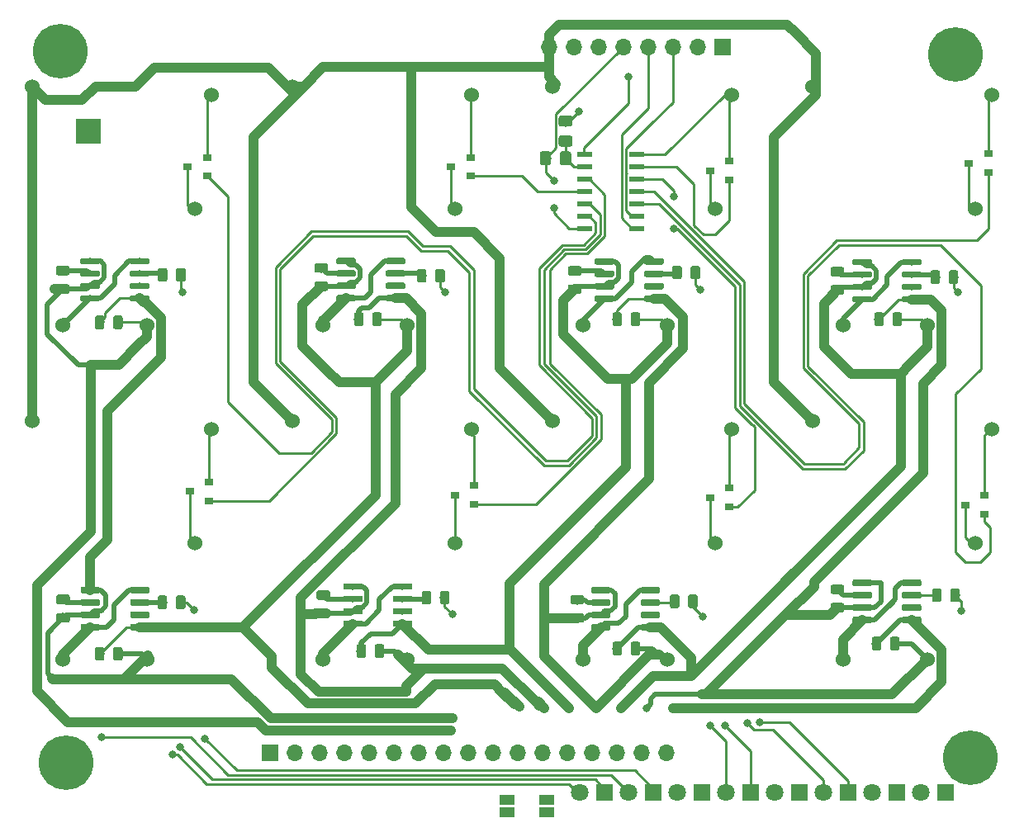
<source format=gbr>
%TF.GenerationSoftware,KiCad,Pcbnew,5.1.4*%
%TF.CreationDate,2019-11-11T15:35:15+01:00*%
%TF.ProjectId,balancer,62616c61-6e63-4657-922e-6b696361645f,rev?*%
%TF.SameCoordinates,Original*%
%TF.FileFunction,Copper,L1,Top*%
%TF.FilePolarity,Positive*%
%FSLAX46Y46*%
G04 Gerber Fmt 4.6, Leading zero omitted, Abs format (unit mm)*
G04 Created by KiCad (PCBNEW 5.1.4) date 2019-11-11 15:35:15*
%MOMM*%
%LPD*%
G04 APERTURE LIST*
%ADD10R,1.600000X0.600000*%
%ADD11C,1.524000*%
%ADD12C,0.100000*%
%ADD13C,1.150000*%
%ADD14C,1.800000*%
%ADD15R,1.800000X1.800000*%
%ADD16C,5.600000*%
%ADD17R,1.500000X1.000000*%
%ADD18R,2.500000X2.500000*%
%ADD19C,0.650000*%
%ADD20C,0.975000*%
%ADD21R,0.900000X0.800000*%
%ADD22O,1.700000X1.700000*%
%ADD23R,1.700000X1.700000*%
%ADD24C,0.800000*%
%ADD25C,0.500000*%
%ADD26C,0.250000*%
%ADD27C,1.000000*%
G04 APERTURE END LIST*
D10*
X150462000Y-67437000D03*
X150462000Y-66167000D03*
X150462000Y-64897000D03*
X150462000Y-63627000D03*
X150462000Y-62357000D03*
X150462000Y-61087000D03*
X150462000Y-59817000D03*
X155862000Y-59817000D03*
X155862000Y-61087000D03*
X155862000Y-62357000D03*
X155862000Y-63627000D03*
X155862000Y-64897000D03*
X155862000Y-66167000D03*
X155862000Y-67437000D03*
D11*
X163893500Y-65403200D03*
X158957500Y-77293200D03*
X150297500Y-77293200D03*
X165597700Y-53697200D03*
X147152500Y-52844800D03*
D12*
G36*
X148876005Y-59499204D02*
G01*
X148900273Y-59502804D01*
X148924072Y-59508765D01*
X148947171Y-59517030D01*
X148969350Y-59527520D01*
X148990393Y-59540132D01*
X149010099Y-59554747D01*
X149028277Y-59571223D01*
X149044753Y-59589401D01*
X149059368Y-59609107D01*
X149071980Y-59630150D01*
X149082470Y-59652329D01*
X149090735Y-59675428D01*
X149096696Y-59699227D01*
X149100296Y-59723495D01*
X149101500Y-59747999D01*
X149101500Y-60648001D01*
X149100296Y-60672505D01*
X149096696Y-60696773D01*
X149090735Y-60720572D01*
X149082470Y-60743671D01*
X149071980Y-60765850D01*
X149059368Y-60786893D01*
X149044753Y-60806599D01*
X149028277Y-60824777D01*
X149010099Y-60841253D01*
X148990393Y-60855868D01*
X148969350Y-60868480D01*
X148947171Y-60878970D01*
X148924072Y-60887235D01*
X148900273Y-60893196D01*
X148876005Y-60896796D01*
X148851501Y-60898000D01*
X148201499Y-60898000D01*
X148176995Y-60896796D01*
X148152727Y-60893196D01*
X148128928Y-60887235D01*
X148105829Y-60878970D01*
X148083650Y-60868480D01*
X148062607Y-60855868D01*
X148042901Y-60841253D01*
X148024723Y-60824777D01*
X148008247Y-60806599D01*
X147993632Y-60786893D01*
X147981020Y-60765850D01*
X147970530Y-60743671D01*
X147962265Y-60720572D01*
X147956304Y-60696773D01*
X147952704Y-60672505D01*
X147951500Y-60648001D01*
X147951500Y-59747999D01*
X147952704Y-59723495D01*
X147956304Y-59699227D01*
X147962265Y-59675428D01*
X147970530Y-59652329D01*
X147981020Y-59630150D01*
X147993632Y-59609107D01*
X148008247Y-59589401D01*
X148024723Y-59571223D01*
X148042901Y-59554747D01*
X148062607Y-59540132D01*
X148083650Y-59527520D01*
X148105829Y-59517030D01*
X148128928Y-59508765D01*
X148152727Y-59502804D01*
X148176995Y-59499204D01*
X148201499Y-59498000D01*
X148851501Y-59498000D01*
X148876005Y-59499204D01*
X148876005Y-59499204D01*
G37*
D13*
X148526500Y-60198000D03*
D12*
G36*
X146826005Y-59499204D02*
G01*
X146850273Y-59502804D01*
X146874072Y-59508765D01*
X146897171Y-59517030D01*
X146919350Y-59527520D01*
X146940393Y-59540132D01*
X146960099Y-59554747D01*
X146978277Y-59571223D01*
X146994753Y-59589401D01*
X147009368Y-59609107D01*
X147021980Y-59630150D01*
X147032470Y-59652329D01*
X147040735Y-59675428D01*
X147046696Y-59699227D01*
X147050296Y-59723495D01*
X147051500Y-59747999D01*
X147051500Y-60648001D01*
X147050296Y-60672505D01*
X147046696Y-60696773D01*
X147040735Y-60720572D01*
X147032470Y-60743671D01*
X147021980Y-60765850D01*
X147009368Y-60786893D01*
X146994753Y-60806599D01*
X146978277Y-60824777D01*
X146960099Y-60841253D01*
X146940393Y-60855868D01*
X146919350Y-60868480D01*
X146897171Y-60878970D01*
X146874072Y-60887235D01*
X146850273Y-60893196D01*
X146826005Y-60896796D01*
X146801501Y-60898000D01*
X146151499Y-60898000D01*
X146126995Y-60896796D01*
X146102727Y-60893196D01*
X146078928Y-60887235D01*
X146055829Y-60878970D01*
X146033650Y-60868480D01*
X146012607Y-60855868D01*
X145992901Y-60841253D01*
X145974723Y-60824777D01*
X145958247Y-60806599D01*
X145943632Y-60786893D01*
X145931020Y-60765850D01*
X145920530Y-60743671D01*
X145912265Y-60720572D01*
X145906304Y-60696773D01*
X145902704Y-60672505D01*
X145901500Y-60648001D01*
X145901500Y-59747999D01*
X145902704Y-59723495D01*
X145906304Y-59699227D01*
X145912265Y-59675428D01*
X145920530Y-59652329D01*
X145931020Y-59630150D01*
X145943632Y-59609107D01*
X145958247Y-59589401D01*
X145974723Y-59571223D01*
X145992901Y-59554747D01*
X146012607Y-59540132D01*
X146033650Y-59527520D01*
X146055829Y-59517030D01*
X146078928Y-59508765D01*
X146102727Y-59502804D01*
X146126995Y-59499204D01*
X146151499Y-59498000D01*
X146801501Y-59498000D01*
X146826005Y-59499204D01*
X146826005Y-59499204D01*
G37*
D13*
X146476500Y-60198000D03*
D14*
X149978400Y-125254700D03*
D15*
X152518400Y-125254700D03*
D14*
X154978400Y-125254700D03*
D15*
X157518400Y-125254700D03*
D14*
X159978400Y-125254700D03*
D15*
X162518400Y-125254700D03*
D14*
X164978400Y-125254700D03*
D15*
X167518400Y-125254700D03*
D14*
X169978400Y-125254700D03*
D15*
X172518400Y-125254700D03*
D14*
X174978400Y-125254700D03*
D15*
X177518400Y-125254700D03*
D14*
X179978400Y-125254700D03*
D15*
X182518400Y-125254700D03*
D14*
X184978400Y-125254700D03*
D15*
X187518400Y-125254700D03*
D12*
G36*
X149001005Y-55814204D02*
G01*
X149025273Y-55817804D01*
X149049072Y-55823765D01*
X149072171Y-55832030D01*
X149094350Y-55842520D01*
X149115393Y-55855132D01*
X149135099Y-55869747D01*
X149153277Y-55886223D01*
X149169753Y-55904401D01*
X149184368Y-55924107D01*
X149196980Y-55945150D01*
X149207470Y-55967329D01*
X149215735Y-55990428D01*
X149221696Y-56014227D01*
X149225296Y-56038495D01*
X149226500Y-56062999D01*
X149226500Y-56713001D01*
X149225296Y-56737505D01*
X149221696Y-56761773D01*
X149215735Y-56785572D01*
X149207470Y-56808671D01*
X149196980Y-56830850D01*
X149184368Y-56851893D01*
X149169753Y-56871599D01*
X149153277Y-56889777D01*
X149135099Y-56906253D01*
X149115393Y-56920868D01*
X149094350Y-56933480D01*
X149072171Y-56943970D01*
X149049072Y-56952235D01*
X149025273Y-56958196D01*
X149001005Y-56961796D01*
X148976501Y-56963000D01*
X148076499Y-56963000D01*
X148051995Y-56961796D01*
X148027727Y-56958196D01*
X148003928Y-56952235D01*
X147980829Y-56943970D01*
X147958650Y-56933480D01*
X147937607Y-56920868D01*
X147917901Y-56906253D01*
X147899723Y-56889777D01*
X147883247Y-56871599D01*
X147868632Y-56851893D01*
X147856020Y-56830850D01*
X147845530Y-56808671D01*
X147837265Y-56785572D01*
X147831304Y-56761773D01*
X147827704Y-56737505D01*
X147826500Y-56713001D01*
X147826500Y-56062999D01*
X147827704Y-56038495D01*
X147831304Y-56014227D01*
X147837265Y-55990428D01*
X147845530Y-55967329D01*
X147856020Y-55945150D01*
X147868632Y-55924107D01*
X147883247Y-55904401D01*
X147899723Y-55886223D01*
X147917901Y-55869747D01*
X147937607Y-55855132D01*
X147958650Y-55842520D01*
X147980829Y-55832030D01*
X148003928Y-55823765D01*
X148027727Y-55817804D01*
X148051995Y-55814204D01*
X148076499Y-55813000D01*
X148976501Y-55813000D01*
X149001005Y-55814204D01*
X149001005Y-55814204D01*
G37*
D13*
X148526500Y-56388000D03*
D12*
G36*
X149001005Y-57864204D02*
G01*
X149025273Y-57867804D01*
X149049072Y-57873765D01*
X149072171Y-57882030D01*
X149094350Y-57892520D01*
X149115393Y-57905132D01*
X149135099Y-57919747D01*
X149153277Y-57936223D01*
X149169753Y-57954401D01*
X149184368Y-57974107D01*
X149196980Y-57995150D01*
X149207470Y-58017329D01*
X149215735Y-58040428D01*
X149221696Y-58064227D01*
X149225296Y-58088495D01*
X149226500Y-58112999D01*
X149226500Y-58763001D01*
X149225296Y-58787505D01*
X149221696Y-58811773D01*
X149215735Y-58835572D01*
X149207470Y-58858671D01*
X149196980Y-58880850D01*
X149184368Y-58901893D01*
X149169753Y-58921599D01*
X149153277Y-58939777D01*
X149135099Y-58956253D01*
X149115393Y-58970868D01*
X149094350Y-58983480D01*
X149072171Y-58993970D01*
X149049072Y-59002235D01*
X149025273Y-59008196D01*
X149001005Y-59011796D01*
X148976501Y-59013000D01*
X148076499Y-59013000D01*
X148051995Y-59011796D01*
X148027727Y-59008196D01*
X148003928Y-59002235D01*
X147980829Y-58993970D01*
X147958650Y-58983480D01*
X147937607Y-58970868D01*
X147917901Y-58956253D01*
X147899723Y-58939777D01*
X147883247Y-58921599D01*
X147868632Y-58901893D01*
X147856020Y-58880850D01*
X147845530Y-58858671D01*
X147837265Y-58835572D01*
X147831304Y-58811773D01*
X147827704Y-58787505D01*
X147826500Y-58763001D01*
X147826500Y-58112999D01*
X147827704Y-58088495D01*
X147831304Y-58064227D01*
X147837265Y-58040428D01*
X147845530Y-58017329D01*
X147856020Y-57995150D01*
X147868632Y-57974107D01*
X147883247Y-57954401D01*
X147899723Y-57936223D01*
X147917901Y-57919747D01*
X147937607Y-57905132D01*
X147958650Y-57892520D01*
X147980829Y-57882030D01*
X148003928Y-57873765D01*
X148027727Y-57867804D01*
X148051995Y-57864204D01*
X148076499Y-57863000D01*
X148976501Y-57863000D01*
X149001005Y-57864204D01*
X149001005Y-57864204D01*
G37*
D13*
X148526500Y-58438000D03*
D16*
X189992000Y-121666000D03*
X97282000Y-122174000D03*
X96735900Y-49202340D03*
X188468000Y-49530000D03*
D17*
X142494000Y-127284000D03*
X142494000Y-125984000D03*
X146558000Y-127284000D03*
X146558000Y-125984000D03*
D11*
X190563500Y-65403200D03*
X185627500Y-77293200D03*
X176967500Y-77293200D03*
X192267700Y-53697200D03*
X173822500Y-52844800D03*
X110553500Y-65403200D03*
X105617500Y-77293200D03*
X96957500Y-77293200D03*
X112257700Y-53697200D03*
X93812500Y-52844800D03*
D18*
X99568000Y-57404000D03*
D12*
G36*
X158064428Y-104196782D02*
G01*
X158080202Y-104199122D01*
X158095671Y-104202997D01*
X158110686Y-104208370D01*
X158125102Y-104215188D01*
X158138780Y-104223386D01*
X158151589Y-104232886D01*
X158163405Y-104243595D01*
X158174114Y-104255411D01*
X158183614Y-104268220D01*
X158191812Y-104281898D01*
X158198630Y-104296314D01*
X158204003Y-104311329D01*
X158207878Y-104326798D01*
X158210218Y-104342572D01*
X158211000Y-104358500D01*
X158211000Y-104683500D01*
X158210218Y-104699428D01*
X158207878Y-104715202D01*
X158204003Y-104730671D01*
X158198630Y-104745686D01*
X158191812Y-104760102D01*
X158183614Y-104773780D01*
X158174114Y-104786589D01*
X158163405Y-104798405D01*
X158151589Y-104809114D01*
X158138780Y-104818614D01*
X158125102Y-104826812D01*
X158110686Y-104833630D01*
X158095671Y-104839003D01*
X158080202Y-104842878D01*
X158064428Y-104845218D01*
X158048500Y-104846000D01*
X156398500Y-104846000D01*
X156382572Y-104845218D01*
X156366798Y-104842878D01*
X156351329Y-104839003D01*
X156336314Y-104833630D01*
X156321898Y-104826812D01*
X156308220Y-104818614D01*
X156295411Y-104809114D01*
X156283595Y-104798405D01*
X156272886Y-104786589D01*
X156263386Y-104773780D01*
X156255188Y-104760102D01*
X156248370Y-104745686D01*
X156242997Y-104730671D01*
X156239122Y-104715202D01*
X156236782Y-104699428D01*
X156236000Y-104683500D01*
X156236000Y-104358500D01*
X156236782Y-104342572D01*
X156239122Y-104326798D01*
X156242997Y-104311329D01*
X156248370Y-104296314D01*
X156255188Y-104281898D01*
X156263386Y-104268220D01*
X156272886Y-104255411D01*
X156283595Y-104243595D01*
X156295411Y-104232886D01*
X156308220Y-104223386D01*
X156321898Y-104215188D01*
X156336314Y-104208370D01*
X156351329Y-104202997D01*
X156366798Y-104199122D01*
X156382572Y-104196782D01*
X156398500Y-104196000D01*
X158048500Y-104196000D01*
X158064428Y-104196782D01*
X158064428Y-104196782D01*
G37*
D19*
X157223500Y-104521000D03*
D12*
G36*
X158064428Y-105466782D02*
G01*
X158080202Y-105469122D01*
X158095671Y-105472997D01*
X158110686Y-105478370D01*
X158125102Y-105485188D01*
X158138780Y-105493386D01*
X158151589Y-105502886D01*
X158163405Y-105513595D01*
X158174114Y-105525411D01*
X158183614Y-105538220D01*
X158191812Y-105551898D01*
X158198630Y-105566314D01*
X158204003Y-105581329D01*
X158207878Y-105596798D01*
X158210218Y-105612572D01*
X158211000Y-105628500D01*
X158211000Y-105953500D01*
X158210218Y-105969428D01*
X158207878Y-105985202D01*
X158204003Y-106000671D01*
X158198630Y-106015686D01*
X158191812Y-106030102D01*
X158183614Y-106043780D01*
X158174114Y-106056589D01*
X158163405Y-106068405D01*
X158151589Y-106079114D01*
X158138780Y-106088614D01*
X158125102Y-106096812D01*
X158110686Y-106103630D01*
X158095671Y-106109003D01*
X158080202Y-106112878D01*
X158064428Y-106115218D01*
X158048500Y-106116000D01*
X156398500Y-106116000D01*
X156382572Y-106115218D01*
X156366798Y-106112878D01*
X156351329Y-106109003D01*
X156336314Y-106103630D01*
X156321898Y-106096812D01*
X156308220Y-106088614D01*
X156295411Y-106079114D01*
X156283595Y-106068405D01*
X156272886Y-106056589D01*
X156263386Y-106043780D01*
X156255188Y-106030102D01*
X156248370Y-106015686D01*
X156242997Y-106000671D01*
X156239122Y-105985202D01*
X156236782Y-105969428D01*
X156236000Y-105953500D01*
X156236000Y-105628500D01*
X156236782Y-105612572D01*
X156239122Y-105596798D01*
X156242997Y-105581329D01*
X156248370Y-105566314D01*
X156255188Y-105551898D01*
X156263386Y-105538220D01*
X156272886Y-105525411D01*
X156283595Y-105513595D01*
X156295411Y-105502886D01*
X156308220Y-105493386D01*
X156321898Y-105485188D01*
X156336314Y-105478370D01*
X156351329Y-105472997D01*
X156366798Y-105469122D01*
X156382572Y-105466782D01*
X156398500Y-105466000D01*
X158048500Y-105466000D01*
X158064428Y-105466782D01*
X158064428Y-105466782D01*
G37*
D19*
X157223500Y-105791000D03*
D12*
G36*
X158064428Y-106736782D02*
G01*
X158080202Y-106739122D01*
X158095671Y-106742997D01*
X158110686Y-106748370D01*
X158125102Y-106755188D01*
X158138780Y-106763386D01*
X158151589Y-106772886D01*
X158163405Y-106783595D01*
X158174114Y-106795411D01*
X158183614Y-106808220D01*
X158191812Y-106821898D01*
X158198630Y-106836314D01*
X158204003Y-106851329D01*
X158207878Y-106866798D01*
X158210218Y-106882572D01*
X158211000Y-106898500D01*
X158211000Y-107223500D01*
X158210218Y-107239428D01*
X158207878Y-107255202D01*
X158204003Y-107270671D01*
X158198630Y-107285686D01*
X158191812Y-107300102D01*
X158183614Y-107313780D01*
X158174114Y-107326589D01*
X158163405Y-107338405D01*
X158151589Y-107349114D01*
X158138780Y-107358614D01*
X158125102Y-107366812D01*
X158110686Y-107373630D01*
X158095671Y-107379003D01*
X158080202Y-107382878D01*
X158064428Y-107385218D01*
X158048500Y-107386000D01*
X156398500Y-107386000D01*
X156382572Y-107385218D01*
X156366798Y-107382878D01*
X156351329Y-107379003D01*
X156336314Y-107373630D01*
X156321898Y-107366812D01*
X156308220Y-107358614D01*
X156295411Y-107349114D01*
X156283595Y-107338405D01*
X156272886Y-107326589D01*
X156263386Y-107313780D01*
X156255188Y-107300102D01*
X156248370Y-107285686D01*
X156242997Y-107270671D01*
X156239122Y-107255202D01*
X156236782Y-107239428D01*
X156236000Y-107223500D01*
X156236000Y-106898500D01*
X156236782Y-106882572D01*
X156239122Y-106866798D01*
X156242997Y-106851329D01*
X156248370Y-106836314D01*
X156255188Y-106821898D01*
X156263386Y-106808220D01*
X156272886Y-106795411D01*
X156283595Y-106783595D01*
X156295411Y-106772886D01*
X156308220Y-106763386D01*
X156321898Y-106755188D01*
X156336314Y-106748370D01*
X156351329Y-106742997D01*
X156366798Y-106739122D01*
X156382572Y-106736782D01*
X156398500Y-106736000D01*
X158048500Y-106736000D01*
X158064428Y-106736782D01*
X158064428Y-106736782D01*
G37*
D19*
X157223500Y-107061000D03*
D12*
G36*
X158064428Y-108006782D02*
G01*
X158080202Y-108009122D01*
X158095671Y-108012997D01*
X158110686Y-108018370D01*
X158125102Y-108025188D01*
X158138780Y-108033386D01*
X158151589Y-108042886D01*
X158163405Y-108053595D01*
X158174114Y-108065411D01*
X158183614Y-108078220D01*
X158191812Y-108091898D01*
X158198630Y-108106314D01*
X158204003Y-108121329D01*
X158207878Y-108136798D01*
X158210218Y-108152572D01*
X158211000Y-108168500D01*
X158211000Y-108493500D01*
X158210218Y-108509428D01*
X158207878Y-108525202D01*
X158204003Y-108540671D01*
X158198630Y-108555686D01*
X158191812Y-108570102D01*
X158183614Y-108583780D01*
X158174114Y-108596589D01*
X158163405Y-108608405D01*
X158151589Y-108619114D01*
X158138780Y-108628614D01*
X158125102Y-108636812D01*
X158110686Y-108643630D01*
X158095671Y-108649003D01*
X158080202Y-108652878D01*
X158064428Y-108655218D01*
X158048500Y-108656000D01*
X156398500Y-108656000D01*
X156382572Y-108655218D01*
X156366798Y-108652878D01*
X156351329Y-108649003D01*
X156336314Y-108643630D01*
X156321898Y-108636812D01*
X156308220Y-108628614D01*
X156295411Y-108619114D01*
X156283595Y-108608405D01*
X156272886Y-108596589D01*
X156263386Y-108583780D01*
X156255188Y-108570102D01*
X156248370Y-108555686D01*
X156242997Y-108540671D01*
X156239122Y-108525202D01*
X156236782Y-108509428D01*
X156236000Y-108493500D01*
X156236000Y-108168500D01*
X156236782Y-108152572D01*
X156239122Y-108136798D01*
X156242997Y-108121329D01*
X156248370Y-108106314D01*
X156255188Y-108091898D01*
X156263386Y-108078220D01*
X156272886Y-108065411D01*
X156283595Y-108053595D01*
X156295411Y-108042886D01*
X156308220Y-108033386D01*
X156321898Y-108025188D01*
X156336314Y-108018370D01*
X156351329Y-108012997D01*
X156366798Y-108009122D01*
X156382572Y-108006782D01*
X156398500Y-108006000D01*
X158048500Y-108006000D01*
X158064428Y-108006782D01*
X158064428Y-108006782D01*
G37*
D19*
X157223500Y-108331000D03*
D12*
G36*
X152989428Y-108006782D02*
G01*
X153005202Y-108009122D01*
X153020671Y-108012997D01*
X153035686Y-108018370D01*
X153050102Y-108025188D01*
X153063780Y-108033386D01*
X153076589Y-108042886D01*
X153088405Y-108053595D01*
X153099114Y-108065411D01*
X153108614Y-108078220D01*
X153116812Y-108091898D01*
X153123630Y-108106314D01*
X153129003Y-108121329D01*
X153132878Y-108136798D01*
X153135218Y-108152572D01*
X153136000Y-108168500D01*
X153136000Y-108493500D01*
X153135218Y-108509428D01*
X153132878Y-108525202D01*
X153129003Y-108540671D01*
X153123630Y-108555686D01*
X153116812Y-108570102D01*
X153108614Y-108583780D01*
X153099114Y-108596589D01*
X153088405Y-108608405D01*
X153076589Y-108619114D01*
X153063780Y-108628614D01*
X153050102Y-108636812D01*
X153035686Y-108643630D01*
X153020671Y-108649003D01*
X153005202Y-108652878D01*
X152989428Y-108655218D01*
X152973500Y-108656000D01*
X151323500Y-108656000D01*
X151307572Y-108655218D01*
X151291798Y-108652878D01*
X151276329Y-108649003D01*
X151261314Y-108643630D01*
X151246898Y-108636812D01*
X151233220Y-108628614D01*
X151220411Y-108619114D01*
X151208595Y-108608405D01*
X151197886Y-108596589D01*
X151188386Y-108583780D01*
X151180188Y-108570102D01*
X151173370Y-108555686D01*
X151167997Y-108540671D01*
X151164122Y-108525202D01*
X151161782Y-108509428D01*
X151161000Y-108493500D01*
X151161000Y-108168500D01*
X151161782Y-108152572D01*
X151164122Y-108136798D01*
X151167997Y-108121329D01*
X151173370Y-108106314D01*
X151180188Y-108091898D01*
X151188386Y-108078220D01*
X151197886Y-108065411D01*
X151208595Y-108053595D01*
X151220411Y-108042886D01*
X151233220Y-108033386D01*
X151246898Y-108025188D01*
X151261314Y-108018370D01*
X151276329Y-108012997D01*
X151291798Y-108009122D01*
X151307572Y-108006782D01*
X151323500Y-108006000D01*
X152973500Y-108006000D01*
X152989428Y-108006782D01*
X152989428Y-108006782D01*
G37*
D19*
X152148500Y-108331000D03*
D12*
G36*
X152989428Y-106736782D02*
G01*
X153005202Y-106739122D01*
X153020671Y-106742997D01*
X153035686Y-106748370D01*
X153050102Y-106755188D01*
X153063780Y-106763386D01*
X153076589Y-106772886D01*
X153088405Y-106783595D01*
X153099114Y-106795411D01*
X153108614Y-106808220D01*
X153116812Y-106821898D01*
X153123630Y-106836314D01*
X153129003Y-106851329D01*
X153132878Y-106866798D01*
X153135218Y-106882572D01*
X153136000Y-106898500D01*
X153136000Y-107223500D01*
X153135218Y-107239428D01*
X153132878Y-107255202D01*
X153129003Y-107270671D01*
X153123630Y-107285686D01*
X153116812Y-107300102D01*
X153108614Y-107313780D01*
X153099114Y-107326589D01*
X153088405Y-107338405D01*
X153076589Y-107349114D01*
X153063780Y-107358614D01*
X153050102Y-107366812D01*
X153035686Y-107373630D01*
X153020671Y-107379003D01*
X153005202Y-107382878D01*
X152989428Y-107385218D01*
X152973500Y-107386000D01*
X151323500Y-107386000D01*
X151307572Y-107385218D01*
X151291798Y-107382878D01*
X151276329Y-107379003D01*
X151261314Y-107373630D01*
X151246898Y-107366812D01*
X151233220Y-107358614D01*
X151220411Y-107349114D01*
X151208595Y-107338405D01*
X151197886Y-107326589D01*
X151188386Y-107313780D01*
X151180188Y-107300102D01*
X151173370Y-107285686D01*
X151167997Y-107270671D01*
X151164122Y-107255202D01*
X151161782Y-107239428D01*
X151161000Y-107223500D01*
X151161000Y-106898500D01*
X151161782Y-106882572D01*
X151164122Y-106866798D01*
X151167997Y-106851329D01*
X151173370Y-106836314D01*
X151180188Y-106821898D01*
X151188386Y-106808220D01*
X151197886Y-106795411D01*
X151208595Y-106783595D01*
X151220411Y-106772886D01*
X151233220Y-106763386D01*
X151246898Y-106755188D01*
X151261314Y-106748370D01*
X151276329Y-106742997D01*
X151291798Y-106739122D01*
X151307572Y-106736782D01*
X151323500Y-106736000D01*
X152973500Y-106736000D01*
X152989428Y-106736782D01*
X152989428Y-106736782D01*
G37*
D19*
X152148500Y-107061000D03*
D12*
G36*
X152989428Y-105466782D02*
G01*
X153005202Y-105469122D01*
X153020671Y-105472997D01*
X153035686Y-105478370D01*
X153050102Y-105485188D01*
X153063780Y-105493386D01*
X153076589Y-105502886D01*
X153088405Y-105513595D01*
X153099114Y-105525411D01*
X153108614Y-105538220D01*
X153116812Y-105551898D01*
X153123630Y-105566314D01*
X153129003Y-105581329D01*
X153132878Y-105596798D01*
X153135218Y-105612572D01*
X153136000Y-105628500D01*
X153136000Y-105953500D01*
X153135218Y-105969428D01*
X153132878Y-105985202D01*
X153129003Y-106000671D01*
X153123630Y-106015686D01*
X153116812Y-106030102D01*
X153108614Y-106043780D01*
X153099114Y-106056589D01*
X153088405Y-106068405D01*
X153076589Y-106079114D01*
X153063780Y-106088614D01*
X153050102Y-106096812D01*
X153035686Y-106103630D01*
X153020671Y-106109003D01*
X153005202Y-106112878D01*
X152989428Y-106115218D01*
X152973500Y-106116000D01*
X151323500Y-106116000D01*
X151307572Y-106115218D01*
X151291798Y-106112878D01*
X151276329Y-106109003D01*
X151261314Y-106103630D01*
X151246898Y-106096812D01*
X151233220Y-106088614D01*
X151220411Y-106079114D01*
X151208595Y-106068405D01*
X151197886Y-106056589D01*
X151188386Y-106043780D01*
X151180188Y-106030102D01*
X151173370Y-106015686D01*
X151167997Y-106000671D01*
X151164122Y-105985202D01*
X151161782Y-105969428D01*
X151161000Y-105953500D01*
X151161000Y-105628500D01*
X151161782Y-105612572D01*
X151164122Y-105596798D01*
X151167997Y-105581329D01*
X151173370Y-105566314D01*
X151180188Y-105551898D01*
X151188386Y-105538220D01*
X151197886Y-105525411D01*
X151208595Y-105513595D01*
X151220411Y-105502886D01*
X151233220Y-105493386D01*
X151246898Y-105485188D01*
X151261314Y-105478370D01*
X151276329Y-105472997D01*
X151291798Y-105469122D01*
X151307572Y-105466782D01*
X151323500Y-105466000D01*
X152973500Y-105466000D01*
X152989428Y-105466782D01*
X152989428Y-105466782D01*
G37*
D19*
X152148500Y-105791000D03*
D12*
G36*
X152989428Y-104196782D02*
G01*
X153005202Y-104199122D01*
X153020671Y-104202997D01*
X153035686Y-104208370D01*
X153050102Y-104215188D01*
X153063780Y-104223386D01*
X153076589Y-104232886D01*
X153088405Y-104243595D01*
X153099114Y-104255411D01*
X153108614Y-104268220D01*
X153116812Y-104281898D01*
X153123630Y-104296314D01*
X153129003Y-104311329D01*
X153132878Y-104326798D01*
X153135218Y-104342572D01*
X153136000Y-104358500D01*
X153136000Y-104683500D01*
X153135218Y-104699428D01*
X153132878Y-104715202D01*
X153129003Y-104730671D01*
X153123630Y-104745686D01*
X153116812Y-104760102D01*
X153108614Y-104773780D01*
X153099114Y-104786589D01*
X153088405Y-104798405D01*
X153076589Y-104809114D01*
X153063780Y-104818614D01*
X153050102Y-104826812D01*
X153035686Y-104833630D01*
X153020671Y-104839003D01*
X153005202Y-104842878D01*
X152989428Y-104845218D01*
X152973500Y-104846000D01*
X151323500Y-104846000D01*
X151307572Y-104845218D01*
X151291798Y-104842878D01*
X151276329Y-104839003D01*
X151261314Y-104833630D01*
X151246898Y-104826812D01*
X151233220Y-104818614D01*
X151220411Y-104809114D01*
X151208595Y-104798405D01*
X151197886Y-104786589D01*
X151188386Y-104773780D01*
X151180188Y-104760102D01*
X151173370Y-104745686D01*
X151167997Y-104730671D01*
X151164122Y-104715202D01*
X151161782Y-104699428D01*
X151161000Y-104683500D01*
X151161000Y-104358500D01*
X151161782Y-104342572D01*
X151164122Y-104326798D01*
X151167997Y-104311329D01*
X151173370Y-104296314D01*
X151180188Y-104281898D01*
X151188386Y-104268220D01*
X151197886Y-104255411D01*
X151208595Y-104243595D01*
X151220411Y-104232886D01*
X151233220Y-104223386D01*
X151246898Y-104215188D01*
X151261314Y-104208370D01*
X151276329Y-104202997D01*
X151291798Y-104199122D01*
X151307572Y-104196782D01*
X151323500Y-104196000D01*
X152973500Y-104196000D01*
X152989428Y-104196782D01*
X152989428Y-104196782D01*
G37*
D19*
X152148500Y-104521000D03*
D12*
G36*
X159985142Y-104965174D02*
G01*
X160008803Y-104968684D01*
X160032007Y-104974496D01*
X160054529Y-104982554D01*
X160076153Y-104992782D01*
X160096670Y-105005079D01*
X160115883Y-105019329D01*
X160133607Y-105035393D01*
X160149671Y-105053117D01*
X160163921Y-105072330D01*
X160176218Y-105092847D01*
X160186446Y-105114471D01*
X160194504Y-105136993D01*
X160200316Y-105160197D01*
X160203826Y-105183858D01*
X160205000Y-105207750D01*
X160205000Y-106120250D01*
X160203826Y-106144142D01*
X160200316Y-106167803D01*
X160194504Y-106191007D01*
X160186446Y-106213529D01*
X160176218Y-106235153D01*
X160163921Y-106255670D01*
X160149671Y-106274883D01*
X160133607Y-106292607D01*
X160115883Y-106308671D01*
X160096670Y-106322921D01*
X160076153Y-106335218D01*
X160054529Y-106345446D01*
X160032007Y-106353504D01*
X160008803Y-106359316D01*
X159985142Y-106362826D01*
X159961250Y-106364000D01*
X159473750Y-106364000D01*
X159449858Y-106362826D01*
X159426197Y-106359316D01*
X159402993Y-106353504D01*
X159380471Y-106345446D01*
X159358847Y-106335218D01*
X159338330Y-106322921D01*
X159319117Y-106308671D01*
X159301393Y-106292607D01*
X159285329Y-106274883D01*
X159271079Y-106255670D01*
X159258782Y-106235153D01*
X159248554Y-106213529D01*
X159240496Y-106191007D01*
X159234684Y-106167803D01*
X159231174Y-106144142D01*
X159230000Y-106120250D01*
X159230000Y-105207750D01*
X159231174Y-105183858D01*
X159234684Y-105160197D01*
X159240496Y-105136993D01*
X159248554Y-105114471D01*
X159258782Y-105092847D01*
X159271079Y-105072330D01*
X159285329Y-105053117D01*
X159301393Y-105035393D01*
X159319117Y-105019329D01*
X159338330Y-105005079D01*
X159358847Y-104992782D01*
X159380471Y-104982554D01*
X159402993Y-104974496D01*
X159426197Y-104968684D01*
X159449858Y-104965174D01*
X159473750Y-104964000D01*
X159961250Y-104964000D01*
X159985142Y-104965174D01*
X159985142Y-104965174D01*
G37*
D20*
X159717500Y-105664000D03*
D12*
G36*
X161860142Y-104965174D02*
G01*
X161883803Y-104968684D01*
X161907007Y-104974496D01*
X161929529Y-104982554D01*
X161951153Y-104992782D01*
X161971670Y-105005079D01*
X161990883Y-105019329D01*
X162008607Y-105035393D01*
X162024671Y-105053117D01*
X162038921Y-105072330D01*
X162051218Y-105092847D01*
X162061446Y-105114471D01*
X162069504Y-105136993D01*
X162075316Y-105160197D01*
X162078826Y-105183858D01*
X162080000Y-105207750D01*
X162080000Y-106120250D01*
X162078826Y-106144142D01*
X162075316Y-106167803D01*
X162069504Y-106191007D01*
X162061446Y-106213529D01*
X162051218Y-106235153D01*
X162038921Y-106255670D01*
X162024671Y-106274883D01*
X162008607Y-106292607D01*
X161990883Y-106308671D01*
X161971670Y-106322921D01*
X161951153Y-106335218D01*
X161929529Y-106345446D01*
X161907007Y-106353504D01*
X161883803Y-106359316D01*
X161860142Y-106362826D01*
X161836250Y-106364000D01*
X161348750Y-106364000D01*
X161324858Y-106362826D01*
X161301197Y-106359316D01*
X161277993Y-106353504D01*
X161255471Y-106345446D01*
X161233847Y-106335218D01*
X161213330Y-106322921D01*
X161194117Y-106308671D01*
X161176393Y-106292607D01*
X161160329Y-106274883D01*
X161146079Y-106255670D01*
X161133782Y-106235153D01*
X161123554Y-106213529D01*
X161115496Y-106191007D01*
X161109684Y-106167803D01*
X161106174Y-106144142D01*
X161105000Y-106120250D01*
X161105000Y-105207750D01*
X161106174Y-105183858D01*
X161109684Y-105160197D01*
X161115496Y-105136993D01*
X161123554Y-105114471D01*
X161133782Y-105092847D01*
X161146079Y-105072330D01*
X161160329Y-105053117D01*
X161176393Y-105035393D01*
X161194117Y-105019329D01*
X161213330Y-105005079D01*
X161233847Y-104992782D01*
X161255471Y-104982554D01*
X161277993Y-104974496D01*
X161301197Y-104968684D01*
X161324858Y-104965174D01*
X161348750Y-104964000D01*
X161836250Y-104964000D01*
X161860142Y-104965174D01*
X161860142Y-104965174D01*
G37*
D20*
X161592500Y-105664000D03*
D12*
G36*
X150213142Y-106877174D02*
G01*
X150236803Y-106880684D01*
X150260007Y-106886496D01*
X150282529Y-106894554D01*
X150304153Y-106904782D01*
X150324670Y-106917079D01*
X150343883Y-106931329D01*
X150361607Y-106947393D01*
X150377671Y-106965117D01*
X150391921Y-106984330D01*
X150404218Y-107004847D01*
X150414446Y-107026471D01*
X150422504Y-107048993D01*
X150428316Y-107072197D01*
X150431826Y-107095858D01*
X150433000Y-107119750D01*
X150433000Y-107607250D01*
X150431826Y-107631142D01*
X150428316Y-107654803D01*
X150422504Y-107678007D01*
X150414446Y-107700529D01*
X150404218Y-107722153D01*
X150391921Y-107742670D01*
X150377671Y-107761883D01*
X150361607Y-107779607D01*
X150343883Y-107795671D01*
X150324670Y-107809921D01*
X150304153Y-107822218D01*
X150282529Y-107832446D01*
X150260007Y-107840504D01*
X150236803Y-107846316D01*
X150213142Y-107849826D01*
X150189250Y-107851000D01*
X149276750Y-107851000D01*
X149252858Y-107849826D01*
X149229197Y-107846316D01*
X149205993Y-107840504D01*
X149183471Y-107832446D01*
X149161847Y-107822218D01*
X149141330Y-107809921D01*
X149122117Y-107795671D01*
X149104393Y-107779607D01*
X149088329Y-107761883D01*
X149074079Y-107742670D01*
X149061782Y-107722153D01*
X149051554Y-107700529D01*
X149043496Y-107678007D01*
X149037684Y-107654803D01*
X149034174Y-107631142D01*
X149033000Y-107607250D01*
X149033000Y-107119750D01*
X149034174Y-107095858D01*
X149037684Y-107072197D01*
X149043496Y-107048993D01*
X149051554Y-107026471D01*
X149061782Y-107004847D01*
X149074079Y-106984330D01*
X149088329Y-106965117D01*
X149104393Y-106947393D01*
X149122117Y-106931329D01*
X149141330Y-106917079D01*
X149161847Y-106904782D01*
X149183471Y-106894554D01*
X149205993Y-106886496D01*
X149229197Y-106880684D01*
X149252858Y-106877174D01*
X149276750Y-106876000D01*
X150189250Y-106876000D01*
X150213142Y-106877174D01*
X150213142Y-106877174D01*
G37*
D20*
X149733000Y-107363500D03*
D12*
G36*
X150213142Y-105002174D02*
G01*
X150236803Y-105005684D01*
X150260007Y-105011496D01*
X150282529Y-105019554D01*
X150304153Y-105029782D01*
X150324670Y-105042079D01*
X150343883Y-105056329D01*
X150361607Y-105072393D01*
X150377671Y-105090117D01*
X150391921Y-105109330D01*
X150404218Y-105129847D01*
X150414446Y-105151471D01*
X150422504Y-105173993D01*
X150428316Y-105197197D01*
X150431826Y-105220858D01*
X150433000Y-105244750D01*
X150433000Y-105732250D01*
X150431826Y-105756142D01*
X150428316Y-105779803D01*
X150422504Y-105803007D01*
X150414446Y-105825529D01*
X150404218Y-105847153D01*
X150391921Y-105867670D01*
X150377671Y-105886883D01*
X150361607Y-105904607D01*
X150343883Y-105920671D01*
X150324670Y-105934921D01*
X150304153Y-105947218D01*
X150282529Y-105957446D01*
X150260007Y-105965504D01*
X150236803Y-105971316D01*
X150213142Y-105974826D01*
X150189250Y-105976000D01*
X149276750Y-105976000D01*
X149252858Y-105974826D01*
X149229197Y-105971316D01*
X149205993Y-105965504D01*
X149183471Y-105957446D01*
X149161847Y-105947218D01*
X149141330Y-105934921D01*
X149122117Y-105920671D01*
X149104393Y-105904607D01*
X149088329Y-105886883D01*
X149074079Y-105867670D01*
X149061782Y-105847153D01*
X149051554Y-105825529D01*
X149043496Y-105803007D01*
X149037684Y-105779803D01*
X149034174Y-105756142D01*
X149033000Y-105732250D01*
X149033000Y-105244750D01*
X149034174Y-105220858D01*
X149037684Y-105197197D01*
X149043496Y-105173993D01*
X149051554Y-105151471D01*
X149061782Y-105129847D01*
X149074079Y-105109330D01*
X149088329Y-105090117D01*
X149104393Y-105072393D01*
X149122117Y-105056329D01*
X149141330Y-105042079D01*
X149161847Y-105029782D01*
X149183471Y-105019554D01*
X149205993Y-105011496D01*
X149229197Y-105005684D01*
X149252858Y-105002174D01*
X149276750Y-105001000D01*
X150189250Y-105001000D01*
X150213142Y-105002174D01*
X150213142Y-105002174D01*
G37*
D20*
X149733000Y-105488500D03*
D21*
X163338000Y-94996000D03*
X165338000Y-94046000D03*
X165338000Y-95946000D03*
D12*
G36*
X102904442Y-76339374D02*
G01*
X102928103Y-76342884D01*
X102951307Y-76348696D01*
X102973829Y-76356754D01*
X102995453Y-76366982D01*
X103015970Y-76379279D01*
X103035183Y-76393529D01*
X103052907Y-76409593D01*
X103068971Y-76427317D01*
X103083221Y-76446530D01*
X103095518Y-76467047D01*
X103105746Y-76488671D01*
X103113804Y-76511193D01*
X103119616Y-76534397D01*
X103123126Y-76558058D01*
X103124300Y-76581950D01*
X103124300Y-77494450D01*
X103123126Y-77518342D01*
X103119616Y-77542003D01*
X103113804Y-77565207D01*
X103105746Y-77587729D01*
X103095518Y-77609353D01*
X103083221Y-77629870D01*
X103068971Y-77649083D01*
X103052907Y-77666807D01*
X103035183Y-77682871D01*
X103015970Y-77697121D01*
X102995453Y-77709418D01*
X102973829Y-77719646D01*
X102951307Y-77727704D01*
X102928103Y-77733516D01*
X102904442Y-77737026D01*
X102880550Y-77738200D01*
X102393050Y-77738200D01*
X102369158Y-77737026D01*
X102345497Y-77733516D01*
X102322293Y-77727704D01*
X102299771Y-77719646D01*
X102278147Y-77709418D01*
X102257630Y-77697121D01*
X102238417Y-77682871D01*
X102220693Y-77666807D01*
X102204629Y-77649083D01*
X102190379Y-77629870D01*
X102178082Y-77609353D01*
X102167854Y-77587729D01*
X102159796Y-77565207D01*
X102153984Y-77542003D01*
X102150474Y-77518342D01*
X102149300Y-77494450D01*
X102149300Y-76581950D01*
X102150474Y-76558058D01*
X102153984Y-76534397D01*
X102159796Y-76511193D01*
X102167854Y-76488671D01*
X102178082Y-76467047D01*
X102190379Y-76446530D01*
X102204629Y-76427317D01*
X102220693Y-76409593D01*
X102238417Y-76393529D01*
X102257630Y-76379279D01*
X102278147Y-76366982D01*
X102299771Y-76356754D01*
X102322293Y-76348696D01*
X102345497Y-76342884D01*
X102369158Y-76339374D01*
X102393050Y-76338200D01*
X102880550Y-76338200D01*
X102904442Y-76339374D01*
X102904442Y-76339374D01*
G37*
D20*
X102636800Y-77038200D03*
D12*
G36*
X101029442Y-76339374D02*
G01*
X101053103Y-76342884D01*
X101076307Y-76348696D01*
X101098829Y-76356754D01*
X101120453Y-76366982D01*
X101140970Y-76379279D01*
X101160183Y-76393529D01*
X101177907Y-76409593D01*
X101193971Y-76427317D01*
X101208221Y-76446530D01*
X101220518Y-76467047D01*
X101230746Y-76488671D01*
X101238804Y-76511193D01*
X101244616Y-76534397D01*
X101248126Y-76558058D01*
X101249300Y-76581950D01*
X101249300Y-77494450D01*
X101248126Y-77518342D01*
X101244616Y-77542003D01*
X101238804Y-77565207D01*
X101230746Y-77587729D01*
X101220518Y-77609353D01*
X101208221Y-77629870D01*
X101193971Y-77649083D01*
X101177907Y-77666807D01*
X101160183Y-77682871D01*
X101140970Y-77697121D01*
X101120453Y-77709418D01*
X101098829Y-77719646D01*
X101076307Y-77727704D01*
X101053103Y-77733516D01*
X101029442Y-77737026D01*
X101005550Y-77738200D01*
X100518050Y-77738200D01*
X100494158Y-77737026D01*
X100470497Y-77733516D01*
X100447293Y-77727704D01*
X100424771Y-77719646D01*
X100403147Y-77709418D01*
X100382630Y-77697121D01*
X100363417Y-77682871D01*
X100345693Y-77666807D01*
X100329629Y-77649083D01*
X100315379Y-77629870D01*
X100303082Y-77609353D01*
X100292854Y-77587729D01*
X100284796Y-77565207D01*
X100278984Y-77542003D01*
X100275474Y-77518342D01*
X100274300Y-77494450D01*
X100274300Y-76581950D01*
X100275474Y-76558058D01*
X100278984Y-76534397D01*
X100284796Y-76511193D01*
X100292854Y-76488671D01*
X100303082Y-76467047D01*
X100315379Y-76446530D01*
X100329629Y-76427317D01*
X100345693Y-76409593D01*
X100363417Y-76393529D01*
X100382630Y-76379279D01*
X100403147Y-76366982D01*
X100424771Y-76356754D01*
X100447293Y-76348696D01*
X100470497Y-76342884D01*
X100494158Y-76339374D01*
X100518050Y-76338200D01*
X101005550Y-76338200D01*
X101029442Y-76339374D01*
X101029442Y-76339374D01*
G37*
D20*
X100761800Y-77038200D03*
D12*
G36*
X102906502Y-110349974D02*
G01*
X102930163Y-110353484D01*
X102953367Y-110359296D01*
X102975889Y-110367354D01*
X102997513Y-110377582D01*
X103018030Y-110389879D01*
X103037243Y-110404129D01*
X103054967Y-110420193D01*
X103071031Y-110437917D01*
X103085281Y-110457130D01*
X103097578Y-110477647D01*
X103107806Y-110499271D01*
X103115864Y-110521793D01*
X103121676Y-110544997D01*
X103125186Y-110568658D01*
X103126360Y-110592550D01*
X103126360Y-111505050D01*
X103125186Y-111528942D01*
X103121676Y-111552603D01*
X103115864Y-111575807D01*
X103107806Y-111598329D01*
X103097578Y-111619953D01*
X103085281Y-111640470D01*
X103071031Y-111659683D01*
X103054967Y-111677407D01*
X103037243Y-111693471D01*
X103018030Y-111707721D01*
X102997513Y-111720018D01*
X102975889Y-111730246D01*
X102953367Y-111738304D01*
X102930163Y-111744116D01*
X102906502Y-111747626D01*
X102882610Y-111748800D01*
X102395110Y-111748800D01*
X102371218Y-111747626D01*
X102347557Y-111744116D01*
X102324353Y-111738304D01*
X102301831Y-111730246D01*
X102280207Y-111720018D01*
X102259690Y-111707721D01*
X102240477Y-111693471D01*
X102222753Y-111677407D01*
X102206689Y-111659683D01*
X102192439Y-111640470D01*
X102180142Y-111619953D01*
X102169914Y-111598329D01*
X102161856Y-111575807D01*
X102156044Y-111552603D01*
X102152534Y-111528942D01*
X102151360Y-111505050D01*
X102151360Y-110592550D01*
X102152534Y-110568658D01*
X102156044Y-110544997D01*
X102161856Y-110521793D01*
X102169914Y-110499271D01*
X102180142Y-110477647D01*
X102192439Y-110457130D01*
X102206689Y-110437917D01*
X102222753Y-110420193D01*
X102240477Y-110404129D01*
X102259690Y-110389879D01*
X102280207Y-110377582D01*
X102301831Y-110367354D01*
X102324353Y-110359296D01*
X102347557Y-110353484D01*
X102371218Y-110349974D01*
X102395110Y-110348800D01*
X102882610Y-110348800D01*
X102906502Y-110349974D01*
X102906502Y-110349974D01*
G37*
D20*
X102638860Y-111048800D03*
D12*
G36*
X101031502Y-110349974D02*
G01*
X101055163Y-110353484D01*
X101078367Y-110359296D01*
X101100889Y-110367354D01*
X101122513Y-110377582D01*
X101143030Y-110389879D01*
X101162243Y-110404129D01*
X101179967Y-110420193D01*
X101196031Y-110437917D01*
X101210281Y-110457130D01*
X101222578Y-110477647D01*
X101232806Y-110499271D01*
X101240864Y-110521793D01*
X101246676Y-110544997D01*
X101250186Y-110568658D01*
X101251360Y-110592550D01*
X101251360Y-111505050D01*
X101250186Y-111528942D01*
X101246676Y-111552603D01*
X101240864Y-111575807D01*
X101232806Y-111598329D01*
X101222578Y-111619953D01*
X101210281Y-111640470D01*
X101196031Y-111659683D01*
X101179967Y-111677407D01*
X101162243Y-111693471D01*
X101143030Y-111707721D01*
X101122513Y-111720018D01*
X101100889Y-111730246D01*
X101078367Y-111738304D01*
X101055163Y-111744116D01*
X101031502Y-111747626D01*
X101007610Y-111748800D01*
X100520110Y-111748800D01*
X100496218Y-111747626D01*
X100472557Y-111744116D01*
X100449353Y-111738304D01*
X100426831Y-111730246D01*
X100405207Y-111720018D01*
X100384690Y-111707721D01*
X100365477Y-111693471D01*
X100347753Y-111677407D01*
X100331689Y-111659683D01*
X100317439Y-111640470D01*
X100305142Y-111619953D01*
X100294914Y-111598329D01*
X100286856Y-111575807D01*
X100281044Y-111552603D01*
X100277534Y-111528942D01*
X100276360Y-111505050D01*
X100276360Y-110592550D01*
X100277534Y-110568658D01*
X100281044Y-110544997D01*
X100286856Y-110521793D01*
X100294914Y-110499271D01*
X100305142Y-110477647D01*
X100317439Y-110457130D01*
X100331689Y-110437917D01*
X100347753Y-110420193D01*
X100365477Y-110404129D01*
X100384690Y-110389879D01*
X100405207Y-110377582D01*
X100426831Y-110367354D01*
X100449353Y-110359296D01*
X100472557Y-110353484D01*
X100496218Y-110349974D01*
X100520110Y-110348800D01*
X101007610Y-110348800D01*
X101031502Y-110349974D01*
X101031502Y-110349974D01*
G37*
D20*
X100763860Y-111048800D03*
D12*
G36*
X129475142Y-76009174D02*
G01*
X129498803Y-76012684D01*
X129522007Y-76018496D01*
X129544529Y-76026554D01*
X129566153Y-76036782D01*
X129586670Y-76049079D01*
X129605883Y-76063329D01*
X129623607Y-76079393D01*
X129639671Y-76097117D01*
X129653921Y-76116330D01*
X129666218Y-76136847D01*
X129676446Y-76158471D01*
X129684504Y-76180993D01*
X129690316Y-76204197D01*
X129693826Y-76227858D01*
X129695000Y-76251750D01*
X129695000Y-77164250D01*
X129693826Y-77188142D01*
X129690316Y-77211803D01*
X129684504Y-77235007D01*
X129676446Y-77257529D01*
X129666218Y-77279153D01*
X129653921Y-77299670D01*
X129639671Y-77318883D01*
X129623607Y-77336607D01*
X129605883Y-77352671D01*
X129586670Y-77366921D01*
X129566153Y-77379218D01*
X129544529Y-77389446D01*
X129522007Y-77397504D01*
X129498803Y-77403316D01*
X129475142Y-77406826D01*
X129451250Y-77408000D01*
X128963750Y-77408000D01*
X128939858Y-77406826D01*
X128916197Y-77403316D01*
X128892993Y-77397504D01*
X128870471Y-77389446D01*
X128848847Y-77379218D01*
X128828330Y-77366921D01*
X128809117Y-77352671D01*
X128791393Y-77336607D01*
X128775329Y-77318883D01*
X128761079Y-77299670D01*
X128748782Y-77279153D01*
X128738554Y-77257529D01*
X128730496Y-77235007D01*
X128724684Y-77211803D01*
X128721174Y-77188142D01*
X128720000Y-77164250D01*
X128720000Y-76251750D01*
X128721174Y-76227858D01*
X128724684Y-76204197D01*
X128730496Y-76180993D01*
X128738554Y-76158471D01*
X128748782Y-76136847D01*
X128761079Y-76116330D01*
X128775329Y-76097117D01*
X128791393Y-76079393D01*
X128809117Y-76063329D01*
X128828330Y-76049079D01*
X128848847Y-76036782D01*
X128870471Y-76026554D01*
X128892993Y-76018496D01*
X128916197Y-76012684D01*
X128939858Y-76009174D01*
X128963750Y-76008000D01*
X129451250Y-76008000D01*
X129475142Y-76009174D01*
X129475142Y-76009174D01*
G37*
D20*
X129207500Y-76708000D03*
D12*
G36*
X127600142Y-76009174D02*
G01*
X127623803Y-76012684D01*
X127647007Y-76018496D01*
X127669529Y-76026554D01*
X127691153Y-76036782D01*
X127711670Y-76049079D01*
X127730883Y-76063329D01*
X127748607Y-76079393D01*
X127764671Y-76097117D01*
X127778921Y-76116330D01*
X127791218Y-76136847D01*
X127801446Y-76158471D01*
X127809504Y-76180993D01*
X127815316Y-76204197D01*
X127818826Y-76227858D01*
X127820000Y-76251750D01*
X127820000Y-77164250D01*
X127818826Y-77188142D01*
X127815316Y-77211803D01*
X127809504Y-77235007D01*
X127801446Y-77257529D01*
X127791218Y-77279153D01*
X127778921Y-77299670D01*
X127764671Y-77318883D01*
X127748607Y-77336607D01*
X127730883Y-77352671D01*
X127711670Y-77366921D01*
X127691153Y-77379218D01*
X127669529Y-77389446D01*
X127647007Y-77397504D01*
X127623803Y-77403316D01*
X127600142Y-77406826D01*
X127576250Y-77408000D01*
X127088750Y-77408000D01*
X127064858Y-77406826D01*
X127041197Y-77403316D01*
X127017993Y-77397504D01*
X126995471Y-77389446D01*
X126973847Y-77379218D01*
X126953330Y-77366921D01*
X126934117Y-77352671D01*
X126916393Y-77336607D01*
X126900329Y-77318883D01*
X126886079Y-77299670D01*
X126873782Y-77279153D01*
X126863554Y-77257529D01*
X126855496Y-77235007D01*
X126849684Y-77211803D01*
X126846174Y-77188142D01*
X126845000Y-77164250D01*
X126845000Y-76251750D01*
X126846174Y-76227858D01*
X126849684Y-76204197D01*
X126855496Y-76180993D01*
X126863554Y-76158471D01*
X126873782Y-76136847D01*
X126886079Y-76116330D01*
X126900329Y-76097117D01*
X126916393Y-76079393D01*
X126934117Y-76063329D01*
X126953330Y-76049079D01*
X126973847Y-76036782D01*
X126995471Y-76026554D01*
X127017993Y-76018496D01*
X127041197Y-76012684D01*
X127064858Y-76009174D01*
X127088750Y-76008000D01*
X127576250Y-76008000D01*
X127600142Y-76009174D01*
X127600142Y-76009174D01*
G37*
D20*
X127332500Y-76708000D03*
D12*
G36*
X129729142Y-110045174D02*
G01*
X129752803Y-110048684D01*
X129776007Y-110054496D01*
X129798529Y-110062554D01*
X129820153Y-110072782D01*
X129840670Y-110085079D01*
X129859883Y-110099329D01*
X129877607Y-110115393D01*
X129893671Y-110133117D01*
X129907921Y-110152330D01*
X129920218Y-110172847D01*
X129930446Y-110194471D01*
X129938504Y-110216993D01*
X129944316Y-110240197D01*
X129947826Y-110263858D01*
X129949000Y-110287750D01*
X129949000Y-111200250D01*
X129947826Y-111224142D01*
X129944316Y-111247803D01*
X129938504Y-111271007D01*
X129930446Y-111293529D01*
X129920218Y-111315153D01*
X129907921Y-111335670D01*
X129893671Y-111354883D01*
X129877607Y-111372607D01*
X129859883Y-111388671D01*
X129840670Y-111402921D01*
X129820153Y-111415218D01*
X129798529Y-111425446D01*
X129776007Y-111433504D01*
X129752803Y-111439316D01*
X129729142Y-111442826D01*
X129705250Y-111444000D01*
X129217750Y-111444000D01*
X129193858Y-111442826D01*
X129170197Y-111439316D01*
X129146993Y-111433504D01*
X129124471Y-111425446D01*
X129102847Y-111415218D01*
X129082330Y-111402921D01*
X129063117Y-111388671D01*
X129045393Y-111372607D01*
X129029329Y-111354883D01*
X129015079Y-111335670D01*
X129002782Y-111315153D01*
X128992554Y-111293529D01*
X128984496Y-111271007D01*
X128978684Y-111247803D01*
X128975174Y-111224142D01*
X128974000Y-111200250D01*
X128974000Y-110287750D01*
X128975174Y-110263858D01*
X128978684Y-110240197D01*
X128984496Y-110216993D01*
X128992554Y-110194471D01*
X129002782Y-110172847D01*
X129015079Y-110152330D01*
X129029329Y-110133117D01*
X129045393Y-110115393D01*
X129063117Y-110099329D01*
X129082330Y-110085079D01*
X129102847Y-110072782D01*
X129124471Y-110062554D01*
X129146993Y-110054496D01*
X129170197Y-110048684D01*
X129193858Y-110045174D01*
X129217750Y-110044000D01*
X129705250Y-110044000D01*
X129729142Y-110045174D01*
X129729142Y-110045174D01*
G37*
D20*
X129461500Y-110744000D03*
D12*
G36*
X127854142Y-110045174D02*
G01*
X127877803Y-110048684D01*
X127901007Y-110054496D01*
X127923529Y-110062554D01*
X127945153Y-110072782D01*
X127965670Y-110085079D01*
X127984883Y-110099329D01*
X128002607Y-110115393D01*
X128018671Y-110133117D01*
X128032921Y-110152330D01*
X128045218Y-110172847D01*
X128055446Y-110194471D01*
X128063504Y-110216993D01*
X128069316Y-110240197D01*
X128072826Y-110263858D01*
X128074000Y-110287750D01*
X128074000Y-111200250D01*
X128072826Y-111224142D01*
X128069316Y-111247803D01*
X128063504Y-111271007D01*
X128055446Y-111293529D01*
X128045218Y-111315153D01*
X128032921Y-111335670D01*
X128018671Y-111354883D01*
X128002607Y-111372607D01*
X127984883Y-111388671D01*
X127965670Y-111402921D01*
X127945153Y-111415218D01*
X127923529Y-111425446D01*
X127901007Y-111433504D01*
X127877803Y-111439316D01*
X127854142Y-111442826D01*
X127830250Y-111444000D01*
X127342750Y-111444000D01*
X127318858Y-111442826D01*
X127295197Y-111439316D01*
X127271993Y-111433504D01*
X127249471Y-111425446D01*
X127227847Y-111415218D01*
X127207330Y-111402921D01*
X127188117Y-111388671D01*
X127170393Y-111372607D01*
X127154329Y-111354883D01*
X127140079Y-111335670D01*
X127127782Y-111315153D01*
X127117554Y-111293529D01*
X127109496Y-111271007D01*
X127103684Y-111247803D01*
X127100174Y-111224142D01*
X127099000Y-111200250D01*
X127099000Y-110287750D01*
X127100174Y-110263858D01*
X127103684Y-110240197D01*
X127109496Y-110216993D01*
X127117554Y-110194471D01*
X127127782Y-110172847D01*
X127140079Y-110152330D01*
X127154329Y-110133117D01*
X127170393Y-110115393D01*
X127188117Y-110099329D01*
X127207330Y-110085079D01*
X127227847Y-110072782D01*
X127249471Y-110062554D01*
X127271993Y-110054496D01*
X127295197Y-110048684D01*
X127318858Y-110045174D01*
X127342750Y-110044000D01*
X127830250Y-110044000D01*
X127854142Y-110045174D01*
X127854142Y-110045174D01*
G37*
D20*
X127586500Y-110744000D03*
D12*
G36*
X155969642Y-76009174D02*
G01*
X155993303Y-76012684D01*
X156016507Y-76018496D01*
X156039029Y-76026554D01*
X156060653Y-76036782D01*
X156081170Y-76049079D01*
X156100383Y-76063329D01*
X156118107Y-76079393D01*
X156134171Y-76097117D01*
X156148421Y-76116330D01*
X156160718Y-76136847D01*
X156170946Y-76158471D01*
X156179004Y-76180993D01*
X156184816Y-76204197D01*
X156188326Y-76227858D01*
X156189500Y-76251750D01*
X156189500Y-77164250D01*
X156188326Y-77188142D01*
X156184816Y-77211803D01*
X156179004Y-77235007D01*
X156170946Y-77257529D01*
X156160718Y-77279153D01*
X156148421Y-77299670D01*
X156134171Y-77318883D01*
X156118107Y-77336607D01*
X156100383Y-77352671D01*
X156081170Y-77366921D01*
X156060653Y-77379218D01*
X156039029Y-77389446D01*
X156016507Y-77397504D01*
X155993303Y-77403316D01*
X155969642Y-77406826D01*
X155945750Y-77408000D01*
X155458250Y-77408000D01*
X155434358Y-77406826D01*
X155410697Y-77403316D01*
X155387493Y-77397504D01*
X155364971Y-77389446D01*
X155343347Y-77379218D01*
X155322830Y-77366921D01*
X155303617Y-77352671D01*
X155285893Y-77336607D01*
X155269829Y-77318883D01*
X155255579Y-77299670D01*
X155243282Y-77279153D01*
X155233054Y-77257529D01*
X155224996Y-77235007D01*
X155219184Y-77211803D01*
X155215674Y-77188142D01*
X155214500Y-77164250D01*
X155214500Y-76251750D01*
X155215674Y-76227858D01*
X155219184Y-76204197D01*
X155224996Y-76180993D01*
X155233054Y-76158471D01*
X155243282Y-76136847D01*
X155255579Y-76116330D01*
X155269829Y-76097117D01*
X155285893Y-76079393D01*
X155303617Y-76063329D01*
X155322830Y-76049079D01*
X155343347Y-76036782D01*
X155364971Y-76026554D01*
X155387493Y-76018496D01*
X155410697Y-76012684D01*
X155434358Y-76009174D01*
X155458250Y-76008000D01*
X155945750Y-76008000D01*
X155969642Y-76009174D01*
X155969642Y-76009174D01*
G37*
D20*
X155702000Y-76708000D03*
D12*
G36*
X154094642Y-76009174D02*
G01*
X154118303Y-76012684D01*
X154141507Y-76018496D01*
X154164029Y-76026554D01*
X154185653Y-76036782D01*
X154206170Y-76049079D01*
X154225383Y-76063329D01*
X154243107Y-76079393D01*
X154259171Y-76097117D01*
X154273421Y-76116330D01*
X154285718Y-76136847D01*
X154295946Y-76158471D01*
X154304004Y-76180993D01*
X154309816Y-76204197D01*
X154313326Y-76227858D01*
X154314500Y-76251750D01*
X154314500Y-77164250D01*
X154313326Y-77188142D01*
X154309816Y-77211803D01*
X154304004Y-77235007D01*
X154295946Y-77257529D01*
X154285718Y-77279153D01*
X154273421Y-77299670D01*
X154259171Y-77318883D01*
X154243107Y-77336607D01*
X154225383Y-77352671D01*
X154206170Y-77366921D01*
X154185653Y-77379218D01*
X154164029Y-77389446D01*
X154141507Y-77397504D01*
X154118303Y-77403316D01*
X154094642Y-77406826D01*
X154070750Y-77408000D01*
X153583250Y-77408000D01*
X153559358Y-77406826D01*
X153535697Y-77403316D01*
X153512493Y-77397504D01*
X153489971Y-77389446D01*
X153468347Y-77379218D01*
X153447830Y-77366921D01*
X153428617Y-77352671D01*
X153410893Y-77336607D01*
X153394829Y-77318883D01*
X153380579Y-77299670D01*
X153368282Y-77279153D01*
X153358054Y-77257529D01*
X153349996Y-77235007D01*
X153344184Y-77211803D01*
X153340674Y-77188142D01*
X153339500Y-77164250D01*
X153339500Y-76251750D01*
X153340674Y-76227858D01*
X153344184Y-76204197D01*
X153349996Y-76180993D01*
X153358054Y-76158471D01*
X153368282Y-76136847D01*
X153380579Y-76116330D01*
X153394829Y-76097117D01*
X153410893Y-76079393D01*
X153428617Y-76063329D01*
X153447830Y-76049079D01*
X153468347Y-76036782D01*
X153489971Y-76026554D01*
X153512493Y-76018496D01*
X153535697Y-76012684D01*
X153559358Y-76009174D01*
X153583250Y-76008000D01*
X154070750Y-76008000D01*
X154094642Y-76009174D01*
X154094642Y-76009174D01*
G37*
D20*
X153827000Y-76708000D03*
D12*
G36*
X155969642Y-109791174D02*
G01*
X155993303Y-109794684D01*
X156016507Y-109800496D01*
X156039029Y-109808554D01*
X156060653Y-109818782D01*
X156081170Y-109831079D01*
X156100383Y-109845329D01*
X156118107Y-109861393D01*
X156134171Y-109879117D01*
X156148421Y-109898330D01*
X156160718Y-109918847D01*
X156170946Y-109940471D01*
X156179004Y-109962993D01*
X156184816Y-109986197D01*
X156188326Y-110009858D01*
X156189500Y-110033750D01*
X156189500Y-110946250D01*
X156188326Y-110970142D01*
X156184816Y-110993803D01*
X156179004Y-111017007D01*
X156170946Y-111039529D01*
X156160718Y-111061153D01*
X156148421Y-111081670D01*
X156134171Y-111100883D01*
X156118107Y-111118607D01*
X156100383Y-111134671D01*
X156081170Y-111148921D01*
X156060653Y-111161218D01*
X156039029Y-111171446D01*
X156016507Y-111179504D01*
X155993303Y-111185316D01*
X155969642Y-111188826D01*
X155945750Y-111190000D01*
X155458250Y-111190000D01*
X155434358Y-111188826D01*
X155410697Y-111185316D01*
X155387493Y-111179504D01*
X155364971Y-111171446D01*
X155343347Y-111161218D01*
X155322830Y-111148921D01*
X155303617Y-111134671D01*
X155285893Y-111118607D01*
X155269829Y-111100883D01*
X155255579Y-111081670D01*
X155243282Y-111061153D01*
X155233054Y-111039529D01*
X155224996Y-111017007D01*
X155219184Y-110993803D01*
X155215674Y-110970142D01*
X155214500Y-110946250D01*
X155214500Y-110033750D01*
X155215674Y-110009858D01*
X155219184Y-109986197D01*
X155224996Y-109962993D01*
X155233054Y-109940471D01*
X155243282Y-109918847D01*
X155255579Y-109898330D01*
X155269829Y-109879117D01*
X155285893Y-109861393D01*
X155303617Y-109845329D01*
X155322830Y-109831079D01*
X155343347Y-109818782D01*
X155364971Y-109808554D01*
X155387493Y-109800496D01*
X155410697Y-109794684D01*
X155434358Y-109791174D01*
X155458250Y-109790000D01*
X155945750Y-109790000D01*
X155969642Y-109791174D01*
X155969642Y-109791174D01*
G37*
D20*
X155702000Y-110490000D03*
D12*
G36*
X154094642Y-109791174D02*
G01*
X154118303Y-109794684D01*
X154141507Y-109800496D01*
X154164029Y-109808554D01*
X154185653Y-109818782D01*
X154206170Y-109831079D01*
X154225383Y-109845329D01*
X154243107Y-109861393D01*
X154259171Y-109879117D01*
X154273421Y-109898330D01*
X154285718Y-109918847D01*
X154295946Y-109940471D01*
X154304004Y-109962993D01*
X154309816Y-109986197D01*
X154313326Y-110009858D01*
X154314500Y-110033750D01*
X154314500Y-110946250D01*
X154313326Y-110970142D01*
X154309816Y-110993803D01*
X154304004Y-111017007D01*
X154295946Y-111039529D01*
X154285718Y-111061153D01*
X154273421Y-111081670D01*
X154259171Y-111100883D01*
X154243107Y-111118607D01*
X154225383Y-111134671D01*
X154206170Y-111148921D01*
X154185653Y-111161218D01*
X154164029Y-111171446D01*
X154141507Y-111179504D01*
X154118303Y-111185316D01*
X154094642Y-111188826D01*
X154070750Y-111190000D01*
X153583250Y-111190000D01*
X153559358Y-111188826D01*
X153535697Y-111185316D01*
X153512493Y-111179504D01*
X153489971Y-111171446D01*
X153468347Y-111161218D01*
X153447830Y-111148921D01*
X153428617Y-111134671D01*
X153410893Y-111118607D01*
X153394829Y-111100883D01*
X153380579Y-111081670D01*
X153368282Y-111061153D01*
X153358054Y-111039529D01*
X153349996Y-111017007D01*
X153344184Y-110993803D01*
X153340674Y-110970142D01*
X153339500Y-110946250D01*
X153339500Y-110033750D01*
X153340674Y-110009858D01*
X153344184Y-109986197D01*
X153349996Y-109962993D01*
X153358054Y-109940471D01*
X153368282Y-109918847D01*
X153380579Y-109898330D01*
X153394829Y-109879117D01*
X153410893Y-109861393D01*
X153428617Y-109845329D01*
X153447830Y-109831079D01*
X153468347Y-109818782D01*
X153489971Y-109808554D01*
X153512493Y-109800496D01*
X153535697Y-109794684D01*
X153559358Y-109791174D01*
X153583250Y-109790000D01*
X154070750Y-109790000D01*
X154094642Y-109791174D01*
X154094642Y-109791174D01*
G37*
D20*
X153827000Y-110490000D03*
D12*
G36*
X182815142Y-76009174D02*
G01*
X182838803Y-76012684D01*
X182862007Y-76018496D01*
X182884529Y-76026554D01*
X182906153Y-76036782D01*
X182926670Y-76049079D01*
X182945883Y-76063329D01*
X182963607Y-76079393D01*
X182979671Y-76097117D01*
X182993921Y-76116330D01*
X183006218Y-76136847D01*
X183016446Y-76158471D01*
X183024504Y-76180993D01*
X183030316Y-76204197D01*
X183033826Y-76227858D01*
X183035000Y-76251750D01*
X183035000Y-77164250D01*
X183033826Y-77188142D01*
X183030316Y-77211803D01*
X183024504Y-77235007D01*
X183016446Y-77257529D01*
X183006218Y-77279153D01*
X182993921Y-77299670D01*
X182979671Y-77318883D01*
X182963607Y-77336607D01*
X182945883Y-77352671D01*
X182926670Y-77366921D01*
X182906153Y-77379218D01*
X182884529Y-77389446D01*
X182862007Y-77397504D01*
X182838803Y-77403316D01*
X182815142Y-77406826D01*
X182791250Y-77408000D01*
X182303750Y-77408000D01*
X182279858Y-77406826D01*
X182256197Y-77403316D01*
X182232993Y-77397504D01*
X182210471Y-77389446D01*
X182188847Y-77379218D01*
X182168330Y-77366921D01*
X182149117Y-77352671D01*
X182131393Y-77336607D01*
X182115329Y-77318883D01*
X182101079Y-77299670D01*
X182088782Y-77279153D01*
X182078554Y-77257529D01*
X182070496Y-77235007D01*
X182064684Y-77211803D01*
X182061174Y-77188142D01*
X182060000Y-77164250D01*
X182060000Y-76251750D01*
X182061174Y-76227858D01*
X182064684Y-76204197D01*
X182070496Y-76180993D01*
X182078554Y-76158471D01*
X182088782Y-76136847D01*
X182101079Y-76116330D01*
X182115329Y-76097117D01*
X182131393Y-76079393D01*
X182149117Y-76063329D01*
X182168330Y-76049079D01*
X182188847Y-76036782D01*
X182210471Y-76026554D01*
X182232993Y-76018496D01*
X182256197Y-76012684D01*
X182279858Y-76009174D01*
X182303750Y-76008000D01*
X182791250Y-76008000D01*
X182815142Y-76009174D01*
X182815142Y-76009174D01*
G37*
D20*
X182547500Y-76708000D03*
D12*
G36*
X180940142Y-76009174D02*
G01*
X180963803Y-76012684D01*
X180987007Y-76018496D01*
X181009529Y-76026554D01*
X181031153Y-76036782D01*
X181051670Y-76049079D01*
X181070883Y-76063329D01*
X181088607Y-76079393D01*
X181104671Y-76097117D01*
X181118921Y-76116330D01*
X181131218Y-76136847D01*
X181141446Y-76158471D01*
X181149504Y-76180993D01*
X181155316Y-76204197D01*
X181158826Y-76227858D01*
X181160000Y-76251750D01*
X181160000Y-77164250D01*
X181158826Y-77188142D01*
X181155316Y-77211803D01*
X181149504Y-77235007D01*
X181141446Y-77257529D01*
X181131218Y-77279153D01*
X181118921Y-77299670D01*
X181104671Y-77318883D01*
X181088607Y-77336607D01*
X181070883Y-77352671D01*
X181051670Y-77366921D01*
X181031153Y-77379218D01*
X181009529Y-77389446D01*
X180987007Y-77397504D01*
X180963803Y-77403316D01*
X180940142Y-77406826D01*
X180916250Y-77408000D01*
X180428750Y-77408000D01*
X180404858Y-77406826D01*
X180381197Y-77403316D01*
X180357993Y-77397504D01*
X180335471Y-77389446D01*
X180313847Y-77379218D01*
X180293330Y-77366921D01*
X180274117Y-77352671D01*
X180256393Y-77336607D01*
X180240329Y-77318883D01*
X180226079Y-77299670D01*
X180213782Y-77279153D01*
X180203554Y-77257529D01*
X180195496Y-77235007D01*
X180189684Y-77211803D01*
X180186174Y-77188142D01*
X180185000Y-77164250D01*
X180185000Y-76251750D01*
X180186174Y-76227858D01*
X180189684Y-76204197D01*
X180195496Y-76180993D01*
X180203554Y-76158471D01*
X180213782Y-76136847D01*
X180226079Y-76116330D01*
X180240329Y-76097117D01*
X180256393Y-76079393D01*
X180274117Y-76063329D01*
X180293330Y-76049079D01*
X180313847Y-76036782D01*
X180335471Y-76026554D01*
X180357993Y-76018496D01*
X180381197Y-76012684D01*
X180404858Y-76009174D01*
X180428750Y-76008000D01*
X180916250Y-76008000D01*
X180940142Y-76009174D01*
X180940142Y-76009174D01*
G37*
D20*
X180672500Y-76708000D03*
D12*
G36*
X182561142Y-109283174D02*
G01*
X182584803Y-109286684D01*
X182608007Y-109292496D01*
X182630529Y-109300554D01*
X182652153Y-109310782D01*
X182672670Y-109323079D01*
X182691883Y-109337329D01*
X182709607Y-109353393D01*
X182725671Y-109371117D01*
X182739921Y-109390330D01*
X182752218Y-109410847D01*
X182762446Y-109432471D01*
X182770504Y-109454993D01*
X182776316Y-109478197D01*
X182779826Y-109501858D01*
X182781000Y-109525750D01*
X182781000Y-110438250D01*
X182779826Y-110462142D01*
X182776316Y-110485803D01*
X182770504Y-110509007D01*
X182762446Y-110531529D01*
X182752218Y-110553153D01*
X182739921Y-110573670D01*
X182725671Y-110592883D01*
X182709607Y-110610607D01*
X182691883Y-110626671D01*
X182672670Y-110640921D01*
X182652153Y-110653218D01*
X182630529Y-110663446D01*
X182608007Y-110671504D01*
X182584803Y-110677316D01*
X182561142Y-110680826D01*
X182537250Y-110682000D01*
X182049750Y-110682000D01*
X182025858Y-110680826D01*
X182002197Y-110677316D01*
X181978993Y-110671504D01*
X181956471Y-110663446D01*
X181934847Y-110653218D01*
X181914330Y-110640921D01*
X181895117Y-110626671D01*
X181877393Y-110610607D01*
X181861329Y-110592883D01*
X181847079Y-110573670D01*
X181834782Y-110553153D01*
X181824554Y-110531529D01*
X181816496Y-110509007D01*
X181810684Y-110485803D01*
X181807174Y-110462142D01*
X181806000Y-110438250D01*
X181806000Y-109525750D01*
X181807174Y-109501858D01*
X181810684Y-109478197D01*
X181816496Y-109454993D01*
X181824554Y-109432471D01*
X181834782Y-109410847D01*
X181847079Y-109390330D01*
X181861329Y-109371117D01*
X181877393Y-109353393D01*
X181895117Y-109337329D01*
X181914330Y-109323079D01*
X181934847Y-109310782D01*
X181956471Y-109300554D01*
X181978993Y-109292496D01*
X182002197Y-109286684D01*
X182025858Y-109283174D01*
X182049750Y-109282000D01*
X182537250Y-109282000D01*
X182561142Y-109283174D01*
X182561142Y-109283174D01*
G37*
D20*
X182293500Y-109982000D03*
D12*
G36*
X180686142Y-109283174D02*
G01*
X180709803Y-109286684D01*
X180733007Y-109292496D01*
X180755529Y-109300554D01*
X180777153Y-109310782D01*
X180797670Y-109323079D01*
X180816883Y-109337329D01*
X180834607Y-109353393D01*
X180850671Y-109371117D01*
X180864921Y-109390330D01*
X180877218Y-109410847D01*
X180887446Y-109432471D01*
X180895504Y-109454993D01*
X180901316Y-109478197D01*
X180904826Y-109501858D01*
X180906000Y-109525750D01*
X180906000Y-110438250D01*
X180904826Y-110462142D01*
X180901316Y-110485803D01*
X180895504Y-110509007D01*
X180887446Y-110531529D01*
X180877218Y-110553153D01*
X180864921Y-110573670D01*
X180850671Y-110592883D01*
X180834607Y-110610607D01*
X180816883Y-110626671D01*
X180797670Y-110640921D01*
X180777153Y-110653218D01*
X180755529Y-110663446D01*
X180733007Y-110671504D01*
X180709803Y-110677316D01*
X180686142Y-110680826D01*
X180662250Y-110682000D01*
X180174750Y-110682000D01*
X180150858Y-110680826D01*
X180127197Y-110677316D01*
X180103993Y-110671504D01*
X180081471Y-110663446D01*
X180059847Y-110653218D01*
X180039330Y-110640921D01*
X180020117Y-110626671D01*
X180002393Y-110610607D01*
X179986329Y-110592883D01*
X179972079Y-110573670D01*
X179959782Y-110553153D01*
X179949554Y-110531529D01*
X179941496Y-110509007D01*
X179935684Y-110485803D01*
X179932174Y-110462142D01*
X179931000Y-110438250D01*
X179931000Y-109525750D01*
X179932174Y-109501858D01*
X179935684Y-109478197D01*
X179941496Y-109454993D01*
X179949554Y-109432471D01*
X179959782Y-109410847D01*
X179972079Y-109390330D01*
X179986329Y-109371117D01*
X180002393Y-109353393D01*
X180020117Y-109337329D01*
X180039330Y-109323079D01*
X180059847Y-109310782D01*
X180081471Y-109300554D01*
X180103993Y-109292496D01*
X180127197Y-109286684D01*
X180150858Y-109283174D01*
X180174750Y-109282000D01*
X180662250Y-109282000D01*
X180686142Y-109283174D01*
X180686142Y-109283174D01*
G37*
D20*
X180418500Y-109982000D03*
D11*
X137223500Y-65403200D03*
X132287500Y-77293200D03*
X123627500Y-77293200D03*
X138927700Y-53697200D03*
X120482500Y-52844800D03*
D12*
G36*
X97459882Y-73123114D02*
G01*
X97483543Y-73126624D01*
X97506747Y-73132436D01*
X97529269Y-73140494D01*
X97550893Y-73150722D01*
X97571410Y-73163019D01*
X97590623Y-73177269D01*
X97608347Y-73193333D01*
X97624411Y-73211057D01*
X97638661Y-73230270D01*
X97650958Y-73250787D01*
X97661186Y-73272411D01*
X97669244Y-73294933D01*
X97675056Y-73318137D01*
X97678566Y-73341798D01*
X97679740Y-73365690D01*
X97679740Y-73853190D01*
X97678566Y-73877082D01*
X97675056Y-73900743D01*
X97669244Y-73923947D01*
X97661186Y-73946469D01*
X97650958Y-73968093D01*
X97638661Y-73988610D01*
X97624411Y-74007823D01*
X97608347Y-74025547D01*
X97590623Y-74041611D01*
X97571410Y-74055861D01*
X97550893Y-74068158D01*
X97529269Y-74078386D01*
X97506747Y-74086444D01*
X97483543Y-74092256D01*
X97459882Y-74095766D01*
X97435990Y-74096940D01*
X96523490Y-74096940D01*
X96499598Y-74095766D01*
X96475937Y-74092256D01*
X96452733Y-74086444D01*
X96430211Y-74078386D01*
X96408587Y-74068158D01*
X96388070Y-74055861D01*
X96368857Y-74041611D01*
X96351133Y-74025547D01*
X96335069Y-74007823D01*
X96320819Y-73988610D01*
X96308522Y-73968093D01*
X96298294Y-73946469D01*
X96290236Y-73923947D01*
X96284424Y-73900743D01*
X96280914Y-73877082D01*
X96279740Y-73853190D01*
X96279740Y-73365690D01*
X96280914Y-73341798D01*
X96284424Y-73318137D01*
X96290236Y-73294933D01*
X96298294Y-73272411D01*
X96308522Y-73250787D01*
X96320819Y-73230270D01*
X96335069Y-73211057D01*
X96351133Y-73193333D01*
X96368857Y-73177269D01*
X96388070Y-73163019D01*
X96408587Y-73150722D01*
X96430211Y-73140494D01*
X96452733Y-73132436D01*
X96475937Y-73126624D01*
X96499598Y-73123114D01*
X96523490Y-73121940D01*
X97435990Y-73121940D01*
X97459882Y-73123114D01*
X97459882Y-73123114D01*
G37*
D20*
X96979740Y-73609440D03*
D12*
G36*
X97459882Y-71248114D02*
G01*
X97483543Y-71251624D01*
X97506747Y-71257436D01*
X97529269Y-71265494D01*
X97550893Y-71275722D01*
X97571410Y-71288019D01*
X97590623Y-71302269D01*
X97608347Y-71318333D01*
X97624411Y-71336057D01*
X97638661Y-71355270D01*
X97650958Y-71375787D01*
X97661186Y-71397411D01*
X97669244Y-71419933D01*
X97675056Y-71443137D01*
X97678566Y-71466798D01*
X97679740Y-71490690D01*
X97679740Y-71978190D01*
X97678566Y-72002082D01*
X97675056Y-72025743D01*
X97669244Y-72048947D01*
X97661186Y-72071469D01*
X97650958Y-72093093D01*
X97638661Y-72113610D01*
X97624411Y-72132823D01*
X97608347Y-72150547D01*
X97590623Y-72166611D01*
X97571410Y-72180861D01*
X97550893Y-72193158D01*
X97529269Y-72203386D01*
X97506747Y-72211444D01*
X97483543Y-72217256D01*
X97459882Y-72220766D01*
X97435990Y-72221940D01*
X96523490Y-72221940D01*
X96499598Y-72220766D01*
X96475937Y-72217256D01*
X96452733Y-72211444D01*
X96430211Y-72203386D01*
X96408587Y-72193158D01*
X96388070Y-72180861D01*
X96368857Y-72166611D01*
X96351133Y-72150547D01*
X96335069Y-72132823D01*
X96320819Y-72113610D01*
X96308522Y-72093093D01*
X96298294Y-72071469D01*
X96290236Y-72048947D01*
X96284424Y-72025743D01*
X96280914Y-72002082D01*
X96279740Y-71978190D01*
X96279740Y-71490690D01*
X96280914Y-71466798D01*
X96284424Y-71443137D01*
X96290236Y-71419933D01*
X96298294Y-71397411D01*
X96308522Y-71375787D01*
X96320819Y-71355270D01*
X96335069Y-71336057D01*
X96351133Y-71318333D01*
X96368857Y-71302269D01*
X96388070Y-71288019D01*
X96408587Y-71275722D01*
X96430211Y-71265494D01*
X96452733Y-71257436D01*
X96475937Y-71251624D01*
X96499598Y-71248114D01*
X96523490Y-71246940D01*
X97435990Y-71246940D01*
X97459882Y-71248114D01*
X97459882Y-71248114D01*
G37*
D20*
X96979740Y-71734440D03*
D12*
G36*
X107485882Y-71465114D02*
G01*
X107509543Y-71468624D01*
X107532747Y-71474436D01*
X107555269Y-71482494D01*
X107576893Y-71492722D01*
X107597410Y-71505019D01*
X107616623Y-71519269D01*
X107634347Y-71535333D01*
X107650411Y-71553057D01*
X107664661Y-71572270D01*
X107676958Y-71592787D01*
X107687186Y-71614411D01*
X107695244Y-71636933D01*
X107701056Y-71660137D01*
X107704566Y-71683798D01*
X107705740Y-71707690D01*
X107705740Y-72620190D01*
X107704566Y-72644082D01*
X107701056Y-72667743D01*
X107695244Y-72690947D01*
X107687186Y-72713469D01*
X107676958Y-72735093D01*
X107664661Y-72755610D01*
X107650411Y-72774823D01*
X107634347Y-72792547D01*
X107616623Y-72808611D01*
X107597410Y-72822861D01*
X107576893Y-72835158D01*
X107555269Y-72845386D01*
X107532747Y-72853444D01*
X107509543Y-72859256D01*
X107485882Y-72862766D01*
X107461990Y-72863940D01*
X106974490Y-72863940D01*
X106950598Y-72862766D01*
X106926937Y-72859256D01*
X106903733Y-72853444D01*
X106881211Y-72845386D01*
X106859587Y-72835158D01*
X106839070Y-72822861D01*
X106819857Y-72808611D01*
X106802133Y-72792547D01*
X106786069Y-72774823D01*
X106771819Y-72755610D01*
X106759522Y-72735093D01*
X106749294Y-72713469D01*
X106741236Y-72690947D01*
X106735424Y-72667743D01*
X106731914Y-72644082D01*
X106730740Y-72620190D01*
X106730740Y-71707690D01*
X106731914Y-71683798D01*
X106735424Y-71660137D01*
X106741236Y-71636933D01*
X106749294Y-71614411D01*
X106759522Y-71592787D01*
X106771819Y-71572270D01*
X106786069Y-71553057D01*
X106802133Y-71535333D01*
X106819857Y-71519269D01*
X106839070Y-71505019D01*
X106859587Y-71492722D01*
X106881211Y-71482494D01*
X106903733Y-71474436D01*
X106926937Y-71468624D01*
X106950598Y-71465114D01*
X106974490Y-71463940D01*
X107461990Y-71463940D01*
X107485882Y-71465114D01*
X107485882Y-71465114D01*
G37*
D20*
X107218240Y-72163940D03*
D12*
G36*
X109360882Y-71465114D02*
G01*
X109384543Y-71468624D01*
X109407747Y-71474436D01*
X109430269Y-71482494D01*
X109451893Y-71492722D01*
X109472410Y-71505019D01*
X109491623Y-71519269D01*
X109509347Y-71535333D01*
X109525411Y-71553057D01*
X109539661Y-71572270D01*
X109551958Y-71592787D01*
X109562186Y-71614411D01*
X109570244Y-71636933D01*
X109576056Y-71660137D01*
X109579566Y-71683798D01*
X109580740Y-71707690D01*
X109580740Y-72620190D01*
X109579566Y-72644082D01*
X109576056Y-72667743D01*
X109570244Y-72690947D01*
X109562186Y-72713469D01*
X109551958Y-72735093D01*
X109539661Y-72755610D01*
X109525411Y-72774823D01*
X109509347Y-72792547D01*
X109491623Y-72808611D01*
X109472410Y-72822861D01*
X109451893Y-72835158D01*
X109430269Y-72845386D01*
X109407747Y-72853444D01*
X109384543Y-72859256D01*
X109360882Y-72862766D01*
X109336990Y-72863940D01*
X108849490Y-72863940D01*
X108825598Y-72862766D01*
X108801937Y-72859256D01*
X108778733Y-72853444D01*
X108756211Y-72845386D01*
X108734587Y-72835158D01*
X108714070Y-72822861D01*
X108694857Y-72808611D01*
X108677133Y-72792547D01*
X108661069Y-72774823D01*
X108646819Y-72755610D01*
X108634522Y-72735093D01*
X108624294Y-72713469D01*
X108616236Y-72690947D01*
X108610424Y-72667743D01*
X108606914Y-72644082D01*
X108605740Y-72620190D01*
X108605740Y-71707690D01*
X108606914Y-71683798D01*
X108610424Y-71660137D01*
X108616236Y-71636933D01*
X108624294Y-71614411D01*
X108634522Y-71592787D01*
X108646819Y-71572270D01*
X108661069Y-71553057D01*
X108677133Y-71535333D01*
X108694857Y-71519269D01*
X108714070Y-71505019D01*
X108734587Y-71492722D01*
X108756211Y-71482494D01*
X108778733Y-71474436D01*
X108801937Y-71468624D01*
X108825598Y-71465114D01*
X108849490Y-71463940D01*
X109336990Y-71463940D01*
X109360882Y-71465114D01*
X109360882Y-71465114D01*
G37*
D20*
X109093240Y-72163940D03*
D12*
G36*
X105692168Y-70442722D02*
G01*
X105707942Y-70445062D01*
X105723411Y-70448937D01*
X105738426Y-70454310D01*
X105752842Y-70461128D01*
X105766520Y-70469326D01*
X105779329Y-70478826D01*
X105791145Y-70489535D01*
X105801854Y-70501351D01*
X105811354Y-70514160D01*
X105819552Y-70527838D01*
X105826370Y-70542254D01*
X105831743Y-70557269D01*
X105835618Y-70572738D01*
X105837958Y-70588512D01*
X105838740Y-70604440D01*
X105838740Y-70929440D01*
X105837958Y-70945368D01*
X105835618Y-70961142D01*
X105831743Y-70976611D01*
X105826370Y-70991626D01*
X105819552Y-71006042D01*
X105811354Y-71019720D01*
X105801854Y-71032529D01*
X105791145Y-71044345D01*
X105779329Y-71055054D01*
X105766520Y-71064554D01*
X105752842Y-71072752D01*
X105738426Y-71079570D01*
X105723411Y-71084943D01*
X105707942Y-71088818D01*
X105692168Y-71091158D01*
X105676240Y-71091940D01*
X104026240Y-71091940D01*
X104010312Y-71091158D01*
X103994538Y-71088818D01*
X103979069Y-71084943D01*
X103964054Y-71079570D01*
X103949638Y-71072752D01*
X103935960Y-71064554D01*
X103923151Y-71055054D01*
X103911335Y-71044345D01*
X103900626Y-71032529D01*
X103891126Y-71019720D01*
X103882928Y-71006042D01*
X103876110Y-70991626D01*
X103870737Y-70976611D01*
X103866862Y-70961142D01*
X103864522Y-70945368D01*
X103863740Y-70929440D01*
X103863740Y-70604440D01*
X103864522Y-70588512D01*
X103866862Y-70572738D01*
X103870737Y-70557269D01*
X103876110Y-70542254D01*
X103882928Y-70527838D01*
X103891126Y-70514160D01*
X103900626Y-70501351D01*
X103911335Y-70489535D01*
X103923151Y-70478826D01*
X103935960Y-70469326D01*
X103949638Y-70461128D01*
X103964054Y-70454310D01*
X103979069Y-70448937D01*
X103994538Y-70445062D01*
X104010312Y-70442722D01*
X104026240Y-70441940D01*
X105676240Y-70441940D01*
X105692168Y-70442722D01*
X105692168Y-70442722D01*
G37*
D19*
X104851240Y-70766940D03*
D12*
G36*
X105692168Y-71712722D02*
G01*
X105707942Y-71715062D01*
X105723411Y-71718937D01*
X105738426Y-71724310D01*
X105752842Y-71731128D01*
X105766520Y-71739326D01*
X105779329Y-71748826D01*
X105791145Y-71759535D01*
X105801854Y-71771351D01*
X105811354Y-71784160D01*
X105819552Y-71797838D01*
X105826370Y-71812254D01*
X105831743Y-71827269D01*
X105835618Y-71842738D01*
X105837958Y-71858512D01*
X105838740Y-71874440D01*
X105838740Y-72199440D01*
X105837958Y-72215368D01*
X105835618Y-72231142D01*
X105831743Y-72246611D01*
X105826370Y-72261626D01*
X105819552Y-72276042D01*
X105811354Y-72289720D01*
X105801854Y-72302529D01*
X105791145Y-72314345D01*
X105779329Y-72325054D01*
X105766520Y-72334554D01*
X105752842Y-72342752D01*
X105738426Y-72349570D01*
X105723411Y-72354943D01*
X105707942Y-72358818D01*
X105692168Y-72361158D01*
X105676240Y-72361940D01*
X104026240Y-72361940D01*
X104010312Y-72361158D01*
X103994538Y-72358818D01*
X103979069Y-72354943D01*
X103964054Y-72349570D01*
X103949638Y-72342752D01*
X103935960Y-72334554D01*
X103923151Y-72325054D01*
X103911335Y-72314345D01*
X103900626Y-72302529D01*
X103891126Y-72289720D01*
X103882928Y-72276042D01*
X103876110Y-72261626D01*
X103870737Y-72246611D01*
X103866862Y-72231142D01*
X103864522Y-72215368D01*
X103863740Y-72199440D01*
X103863740Y-71874440D01*
X103864522Y-71858512D01*
X103866862Y-71842738D01*
X103870737Y-71827269D01*
X103876110Y-71812254D01*
X103882928Y-71797838D01*
X103891126Y-71784160D01*
X103900626Y-71771351D01*
X103911335Y-71759535D01*
X103923151Y-71748826D01*
X103935960Y-71739326D01*
X103949638Y-71731128D01*
X103964054Y-71724310D01*
X103979069Y-71718937D01*
X103994538Y-71715062D01*
X104010312Y-71712722D01*
X104026240Y-71711940D01*
X105676240Y-71711940D01*
X105692168Y-71712722D01*
X105692168Y-71712722D01*
G37*
D19*
X104851240Y-72036940D03*
D12*
G36*
X105692168Y-72982722D02*
G01*
X105707942Y-72985062D01*
X105723411Y-72988937D01*
X105738426Y-72994310D01*
X105752842Y-73001128D01*
X105766520Y-73009326D01*
X105779329Y-73018826D01*
X105791145Y-73029535D01*
X105801854Y-73041351D01*
X105811354Y-73054160D01*
X105819552Y-73067838D01*
X105826370Y-73082254D01*
X105831743Y-73097269D01*
X105835618Y-73112738D01*
X105837958Y-73128512D01*
X105838740Y-73144440D01*
X105838740Y-73469440D01*
X105837958Y-73485368D01*
X105835618Y-73501142D01*
X105831743Y-73516611D01*
X105826370Y-73531626D01*
X105819552Y-73546042D01*
X105811354Y-73559720D01*
X105801854Y-73572529D01*
X105791145Y-73584345D01*
X105779329Y-73595054D01*
X105766520Y-73604554D01*
X105752842Y-73612752D01*
X105738426Y-73619570D01*
X105723411Y-73624943D01*
X105707942Y-73628818D01*
X105692168Y-73631158D01*
X105676240Y-73631940D01*
X104026240Y-73631940D01*
X104010312Y-73631158D01*
X103994538Y-73628818D01*
X103979069Y-73624943D01*
X103964054Y-73619570D01*
X103949638Y-73612752D01*
X103935960Y-73604554D01*
X103923151Y-73595054D01*
X103911335Y-73584345D01*
X103900626Y-73572529D01*
X103891126Y-73559720D01*
X103882928Y-73546042D01*
X103876110Y-73531626D01*
X103870737Y-73516611D01*
X103866862Y-73501142D01*
X103864522Y-73485368D01*
X103863740Y-73469440D01*
X103863740Y-73144440D01*
X103864522Y-73128512D01*
X103866862Y-73112738D01*
X103870737Y-73097269D01*
X103876110Y-73082254D01*
X103882928Y-73067838D01*
X103891126Y-73054160D01*
X103900626Y-73041351D01*
X103911335Y-73029535D01*
X103923151Y-73018826D01*
X103935960Y-73009326D01*
X103949638Y-73001128D01*
X103964054Y-72994310D01*
X103979069Y-72988937D01*
X103994538Y-72985062D01*
X104010312Y-72982722D01*
X104026240Y-72981940D01*
X105676240Y-72981940D01*
X105692168Y-72982722D01*
X105692168Y-72982722D01*
G37*
D19*
X104851240Y-73306940D03*
D12*
G36*
X105692168Y-74252722D02*
G01*
X105707942Y-74255062D01*
X105723411Y-74258937D01*
X105738426Y-74264310D01*
X105752842Y-74271128D01*
X105766520Y-74279326D01*
X105779329Y-74288826D01*
X105791145Y-74299535D01*
X105801854Y-74311351D01*
X105811354Y-74324160D01*
X105819552Y-74337838D01*
X105826370Y-74352254D01*
X105831743Y-74367269D01*
X105835618Y-74382738D01*
X105837958Y-74398512D01*
X105838740Y-74414440D01*
X105838740Y-74739440D01*
X105837958Y-74755368D01*
X105835618Y-74771142D01*
X105831743Y-74786611D01*
X105826370Y-74801626D01*
X105819552Y-74816042D01*
X105811354Y-74829720D01*
X105801854Y-74842529D01*
X105791145Y-74854345D01*
X105779329Y-74865054D01*
X105766520Y-74874554D01*
X105752842Y-74882752D01*
X105738426Y-74889570D01*
X105723411Y-74894943D01*
X105707942Y-74898818D01*
X105692168Y-74901158D01*
X105676240Y-74901940D01*
X104026240Y-74901940D01*
X104010312Y-74901158D01*
X103994538Y-74898818D01*
X103979069Y-74894943D01*
X103964054Y-74889570D01*
X103949638Y-74882752D01*
X103935960Y-74874554D01*
X103923151Y-74865054D01*
X103911335Y-74854345D01*
X103900626Y-74842529D01*
X103891126Y-74829720D01*
X103882928Y-74816042D01*
X103876110Y-74801626D01*
X103870737Y-74786611D01*
X103866862Y-74771142D01*
X103864522Y-74755368D01*
X103863740Y-74739440D01*
X103863740Y-74414440D01*
X103864522Y-74398512D01*
X103866862Y-74382738D01*
X103870737Y-74367269D01*
X103876110Y-74352254D01*
X103882928Y-74337838D01*
X103891126Y-74324160D01*
X103900626Y-74311351D01*
X103911335Y-74299535D01*
X103923151Y-74288826D01*
X103935960Y-74279326D01*
X103949638Y-74271128D01*
X103964054Y-74264310D01*
X103979069Y-74258937D01*
X103994538Y-74255062D01*
X104010312Y-74252722D01*
X104026240Y-74251940D01*
X105676240Y-74251940D01*
X105692168Y-74252722D01*
X105692168Y-74252722D01*
G37*
D19*
X104851240Y-74576940D03*
D12*
G36*
X100617168Y-74252722D02*
G01*
X100632942Y-74255062D01*
X100648411Y-74258937D01*
X100663426Y-74264310D01*
X100677842Y-74271128D01*
X100691520Y-74279326D01*
X100704329Y-74288826D01*
X100716145Y-74299535D01*
X100726854Y-74311351D01*
X100736354Y-74324160D01*
X100744552Y-74337838D01*
X100751370Y-74352254D01*
X100756743Y-74367269D01*
X100760618Y-74382738D01*
X100762958Y-74398512D01*
X100763740Y-74414440D01*
X100763740Y-74739440D01*
X100762958Y-74755368D01*
X100760618Y-74771142D01*
X100756743Y-74786611D01*
X100751370Y-74801626D01*
X100744552Y-74816042D01*
X100736354Y-74829720D01*
X100726854Y-74842529D01*
X100716145Y-74854345D01*
X100704329Y-74865054D01*
X100691520Y-74874554D01*
X100677842Y-74882752D01*
X100663426Y-74889570D01*
X100648411Y-74894943D01*
X100632942Y-74898818D01*
X100617168Y-74901158D01*
X100601240Y-74901940D01*
X98951240Y-74901940D01*
X98935312Y-74901158D01*
X98919538Y-74898818D01*
X98904069Y-74894943D01*
X98889054Y-74889570D01*
X98874638Y-74882752D01*
X98860960Y-74874554D01*
X98848151Y-74865054D01*
X98836335Y-74854345D01*
X98825626Y-74842529D01*
X98816126Y-74829720D01*
X98807928Y-74816042D01*
X98801110Y-74801626D01*
X98795737Y-74786611D01*
X98791862Y-74771142D01*
X98789522Y-74755368D01*
X98788740Y-74739440D01*
X98788740Y-74414440D01*
X98789522Y-74398512D01*
X98791862Y-74382738D01*
X98795737Y-74367269D01*
X98801110Y-74352254D01*
X98807928Y-74337838D01*
X98816126Y-74324160D01*
X98825626Y-74311351D01*
X98836335Y-74299535D01*
X98848151Y-74288826D01*
X98860960Y-74279326D01*
X98874638Y-74271128D01*
X98889054Y-74264310D01*
X98904069Y-74258937D01*
X98919538Y-74255062D01*
X98935312Y-74252722D01*
X98951240Y-74251940D01*
X100601240Y-74251940D01*
X100617168Y-74252722D01*
X100617168Y-74252722D01*
G37*
D19*
X99776240Y-74576940D03*
D12*
G36*
X100617168Y-72982722D02*
G01*
X100632942Y-72985062D01*
X100648411Y-72988937D01*
X100663426Y-72994310D01*
X100677842Y-73001128D01*
X100691520Y-73009326D01*
X100704329Y-73018826D01*
X100716145Y-73029535D01*
X100726854Y-73041351D01*
X100736354Y-73054160D01*
X100744552Y-73067838D01*
X100751370Y-73082254D01*
X100756743Y-73097269D01*
X100760618Y-73112738D01*
X100762958Y-73128512D01*
X100763740Y-73144440D01*
X100763740Y-73469440D01*
X100762958Y-73485368D01*
X100760618Y-73501142D01*
X100756743Y-73516611D01*
X100751370Y-73531626D01*
X100744552Y-73546042D01*
X100736354Y-73559720D01*
X100726854Y-73572529D01*
X100716145Y-73584345D01*
X100704329Y-73595054D01*
X100691520Y-73604554D01*
X100677842Y-73612752D01*
X100663426Y-73619570D01*
X100648411Y-73624943D01*
X100632942Y-73628818D01*
X100617168Y-73631158D01*
X100601240Y-73631940D01*
X98951240Y-73631940D01*
X98935312Y-73631158D01*
X98919538Y-73628818D01*
X98904069Y-73624943D01*
X98889054Y-73619570D01*
X98874638Y-73612752D01*
X98860960Y-73604554D01*
X98848151Y-73595054D01*
X98836335Y-73584345D01*
X98825626Y-73572529D01*
X98816126Y-73559720D01*
X98807928Y-73546042D01*
X98801110Y-73531626D01*
X98795737Y-73516611D01*
X98791862Y-73501142D01*
X98789522Y-73485368D01*
X98788740Y-73469440D01*
X98788740Y-73144440D01*
X98789522Y-73128512D01*
X98791862Y-73112738D01*
X98795737Y-73097269D01*
X98801110Y-73082254D01*
X98807928Y-73067838D01*
X98816126Y-73054160D01*
X98825626Y-73041351D01*
X98836335Y-73029535D01*
X98848151Y-73018826D01*
X98860960Y-73009326D01*
X98874638Y-73001128D01*
X98889054Y-72994310D01*
X98904069Y-72988937D01*
X98919538Y-72985062D01*
X98935312Y-72982722D01*
X98951240Y-72981940D01*
X100601240Y-72981940D01*
X100617168Y-72982722D01*
X100617168Y-72982722D01*
G37*
D19*
X99776240Y-73306940D03*
D12*
G36*
X100617168Y-71712722D02*
G01*
X100632942Y-71715062D01*
X100648411Y-71718937D01*
X100663426Y-71724310D01*
X100677842Y-71731128D01*
X100691520Y-71739326D01*
X100704329Y-71748826D01*
X100716145Y-71759535D01*
X100726854Y-71771351D01*
X100736354Y-71784160D01*
X100744552Y-71797838D01*
X100751370Y-71812254D01*
X100756743Y-71827269D01*
X100760618Y-71842738D01*
X100762958Y-71858512D01*
X100763740Y-71874440D01*
X100763740Y-72199440D01*
X100762958Y-72215368D01*
X100760618Y-72231142D01*
X100756743Y-72246611D01*
X100751370Y-72261626D01*
X100744552Y-72276042D01*
X100736354Y-72289720D01*
X100726854Y-72302529D01*
X100716145Y-72314345D01*
X100704329Y-72325054D01*
X100691520Y-72334554D01*
X100677842Y-72342752D01*
X100663426Y-72349570D01*
X100648411Y-72354943D01*
X100632942Y-72358818D01*
X100617168Y-72361158D01*
X100601240Y-72361940D01*
X98951240Y-72361940D01*
X98935312Y-72361158D01*
X98919538Y-72358818D01*
X98904069Y-72354943D01*
X98889054Y-72349570D01*
X98874638Y-72342752D01*
X98860960Y-72334554D01*
X98848151Y-72325054D01*
X98836335Y-72314345D01*
X98825626Y-72302529D01*
X98816126Y-72289720D01*
X98807928Y-72276042D01*
X98801110Y-72261626D01*
X98795737Y-72246611D01*
X98791862Y-72231142D01*
X98789522Y-72215368D01*
X98788740Y-72199440D01*
X98788740Y-71874440D01*
X98789522Y-71858512D01*
X98791862Y-71842738D01*
X98795737Y-71827269D01*
X98801110Y-71812254D01*
X98807928Y-71797838D01*
X98816126Y-71784160D01*
X98825626Y-71771351D01*
X98836335Y-71759535D01*
X98848151Y-71748826D01*
X98860960Y-71739326D01*
X98874638Y-71731128D01*
X98889054Y-71724310D01*
X98904069Y-71718937D01*
X98919538Y-71715062D01*
X98935312Y-71712722D01*
X98951240Y-71711940D01*
X100601240Y-71711940D01*
X100617168Y-71712722D01*
X100617168Y-71712722D01*
G37*
D19*
X99776240Y-72036940D03*
D12*
G36*
X100617168Y-70442722D02*
G01*
X100632942Y-70445062D01*
X100648411Y-70448937D01*
X100663426Y-70454310D01*
X100677842Y-70461128D01*
X100691520Y-70469326D01*
X100704329Y-70478826D01*
X100716145Y-70489535D01*
X100726854Y-70501351D01*
X100736354Y-70514160D01*
X100744552Y-70527838D01*
X100751370Y-70542254D01*
X100756743Y-70557269D01*
X100760618Y-70572738D01*
X100762958Y-70588512D01*
X100763740Y-70604440D01*
X100763740Y-70929440D01*
X100762958Y-70945368D01*
X100760618Y-70961142D01*
X100756743Y-70976611D01*
X100751370Y-70991626D01*
X100744552Y-71006042D01*
X100736354Y-71019720D01*
X100726854Y-71032529D01*
X100716145Y-71044345D01*
X100704329Y-71055054D01*
X100691520Y-71064554D01*
X100677842Y-71072752D01*
X100663426Y-71079570D01*
X100648411Y-71084943D01*
X100632942Y-71088818D01*
X100617168Y-71091158D01*
X100601240Y-71091940D01*
X98951240Y-71091940D01*
X98935312Y-71091158D01*
X98919538Y-71088818D01*
X98904069Y-71084943D01*
X98889054Y-71079570D01*
X98874638Y-71072752D01*
X98860960Y-71064554D01*
X98848151Y-71055054D01*
X98836335Y-71044345D01*
X98825626Y-71032529D01*
X98816126Y-71019720D01*
X98807928Y-71006042D01*
X98801110Y-70991626D01*
X98795737Y-70976611D01*
X98791862Y-70961142D01*
X98789522Y-70945368D01*
X98788740Y-70929440D01*
X98788740Y-70604440D01*
X98789522Y-70588512D01*
X98791862Y-70572738D01*
X98795737Y-70557269D01*
X98801110Y-70542254D01*
X98807928Y-70527838D01*
X98816126Y-70514160D01*
X98825626Y-70501351D01*
X98836335Y-70489535D01*
X98848151Y-70478826D01*
X98860960Y-70469326D01*
X98874638Y-70461128D01*
X98889054Y-70454310D01*
X98904069Y-70448937D01*
X98919538Y-70445062D01*
X98935312Y-70442722D01*
X98951240Y-70441940D01*
X100601240Y-70441940D01*
X100617168Y-70442722D01*
X100617168Y-70442722D01*
G37*
D19*
X99776240Y-70766940D03*
D11*
X190563500Y-99693200D03*
X185627500Y-111583200D03*
X176967500Y-111583200D03*
X192267700Y-87987200D03*
X173822500Y-87134800D03*
X110553500Y-99693200D03*
X105617500Y-111583200D03*
X96957500Y-111583200D03*
X112257700Y-87987200D03*
X93812500Y-87134800D03*
X137223500Y-99693200D03*
X132287500Y-111583200D03*
X123627500Y-111583200D03*
X138927700Y-87987200D03*
X120482500Y-87134800D03*
X163893500Y-99693200D03*
X158957500Y-111583200D03*
X150297500Y-111583200D03*
X165597700Y-87987200D03*
X147152500Y-87134800D03*
D22*
X158877000Y-121208800D03*
X156337000Y-121208800D03*
X153797000Y-121208800D03*
X151257000Y-121208800D03*
X148717000Y-121208800D03*
X146177000Y-121208800D03*
X143637000Y-121208800D03*
X141097000Y-121208800D03*
X138557000Y-121208800D03*
X136017000Y-121208800D03*
X133477000Y-121208800D03*
X130937000Y-121208800D03*
X128397000Y-121208800D03*
X125857000Y-121208800D03*
X123317000Y-121208800D03*
X120777000Y-121208800D03*
D23*
X118237000Y-121208800D03*
D12*
G36*
X184861428Y-103434782D02*
G01*
X184877202Y-103437122D01*
X184892671Y-103440997D01*
X184907686Y-103446370D01*
X184922102Y-103453188D01*
X184935780Y-103461386D01*
X184948589Y-103470886D01*
X184960405Y-103481595D01*
X184971114Y-103493411D01*
X184980614Y-103506220D01*
X184988812Y-103519898D01*
X184995630Y-103534314D01*
X185001003Y-103549329D01*
X185004878Y-103564798D01*
X185007218Y-103580572D01*
X185008000Y-103596500D01*
X185008000Y-103921500D01*
X185007218Y-103937428D01*
X185004878Y-103953202D01*
X185001003Y-103968671D01*
X184995630Y-103983686D01*
X184988812Y-103998102D01*
X184980614Y-104011780D01*
X184971114Y-104024589D01*
X184960405Y-104036405D01*
X184948589Y-104047114D01*
X184935780Y-104056614D01*
X184922102Y-104064812D01*
X184907686Y-104071630D01*
X184892671Y-104077003D01*
X184877202Y-104080878D01*
X184861428Y-104083218D01*
X184845500Y-104084000D01*
X183195500Y-104084000D01*
X183179572Y-104083218D01*
X183163798Y-104080878D01*
X183148329Y-104077003D01*
X183133314Y-104071630D01*
X183118898Y-104064812D01*
X183105220Y-104056614D01*
X183092411Y-104047114D01*
X183080595Y-104036405D01*
X183069886Y-104024589D01*
X183060386Y-104011780D01*
X183052188Y-103998102D01*
X183045370Y-103983686D01*
X183039997Y-103968671D01*
X183036122Y-103953202D01*
X183033782Y-103937428D01*
X183033000Y-103921500D01*
X183033000Y-103596500D01*
X183033782Y-103580572D01*
X183036122Y-103564798D01*
X183039997Y-103549329D01*
X183045370Y-103534314D01*
X183052188Y-103519898D01*
X183060386Y-103506220D01*
X183069886Y-103493411D01*
X183080595Y-103481595D01*
X183092411Y-103470886D01*
X183105220Y-103461386D01*
X183118898Y-103453188D01*
X183133314Y-103446370D01*
X183148329Y-103440997D01*
X183163798Y-103437122D01*
X183179572Y-103434782D01*
X183195500Y-103434000D01*
X184845500Y-103434000D01*
X184861428Y-103434782D01*
X184861428Y-103434782D01*
G37*
D19*
X184020500Y-103759000D03*
D12*
G36*
X184861428Y-104704782D02*
G01*
X184877202Y-104707122D01*
X184892671Y-104710997D01*
X184907686Y-104716370D01*
X184922102Y-104723188D01*
X184935780Y-104731386D01*
X184948589Y-104740886D01*
X184960405Y-104751595D01*
X184971114Y-104763411D01*
X184980614Y-104776220D01*
X184988812Y-104789898D01*
X184995630Y-104804314D01*
X185001003Y-104819329D01*
X185004878Y-104834798D01*
X185007218Y-104850572D01*
X185008000Y-104866500D01*
X185008000Y-105191500D01*
X185007218Y-105207428D01*
X185004878Y-105223202D01*
X185001003Y-105238671D01*
X184995630Y-105253686D01*
X184988812Y-105268102D01*
X184980614Y-105281780D01*
X184971114Y-105294589D01*
X184960405Y-105306405D01*
X184948589Y-105317114D01*
X184935780Y-105326614D01*
X184922102Y-105334812D01*
X184907686Y-105341630D01*
X184892671Y-105347003D01*
X184877202Y-105350878D01*
X184861428Y-105353218D01*
X184845500Y-105354000D01*
X183195500Y-105354000D01*
X183179572Y-105353218D01*
X183163798Y-105350878D01*
X183148329Y-105347003D01*
X183133314Y-105341630D01*
X183118898Y-105334812D01*
X183105220Y-105326614D01*
X183092411Y-105317114D01*
X183080595Y-105306405D01*
X183069886Y-105294589D01*
X183060386Y-105281780D01*
X183052188Y-105268102D01*
X183045370Y-105253686D01*
X183039997Y-105238671D01*
X183036122Y-105223202D01*
X183033782Y-105207428D01*
X183033000Y-105191500D01*
X183033000Y-104866500D01*
X183033782Y-104850572D01*
X183036122Y-104834798D01*
X183039997Y-104819329D01*
X183045370Y-104804314D01*
X183052188Y-104789898D01*
X183060386Y-104776220D01*
X183069886Y-104763411D01*
X183080595Y-104751595D01*
X183092411Y-104740886D01*
X183105220Y-104731386D01*
X183118898Y-104723188D01*
X183133314Y-104716370D01*
X183148329Y-104710997D01*
X183163798Y-104707122D01*
X183179572Y-104704782D01*
X183195500Y-104704000D01*
X184845500Y-104704000D01*
X184861428Y-104704782D01*
X184861428Y-104704782D01*
G37*
D19*
X184020500Y-105029000D03*
D12*
G36*
X184861428Y-105974782D02*
G01*
X184877202Y-105977122D01*
X184892671Y-105980997D01*
X184907686Y-105986370D01*
X184922102Y-105993188D01*
X184935780Y-106001386D01*
X184948589Y-106010886D01*
X184960405Y-106021595D01*
X184971114Y-106033411D01*
X184980614Y-106046220D01*
X184988812Y-106059898D01*
X184995630Y-106074314D01*
X185001003Y-106089329D01*
X185004878Y-106104798D01*
X185007218Y-106120572D01*
X185008000Y-106136500D01*
X185008000Y-106461500D01*
X185007218Y-106477428D01*
X185004878Y-106493202D01*
X185001003Y-106508671D01*
X184995630Y-106523686D01*
X184988812Y-106538102D01*
X184980614Y-106551780D01*
X184971114Y-106564589D01*
X184960405Y-106576405D01*
X184948589Y-106587114D01*
X184935780Y-106596614D01*
X184922102Y-106604812D01*
X184907686Y-106611630D01*
X184892671Y-106617003D01*
X184877202Y-106620878D01*
X184861428Y-106623218D01*
X184845500Y-106624000D01*
X183195500Y-106624000D01*
X183179572Y-106623218D01*
X183163798Y-106620878D01*
X183148329Y-106617003D01*
X183133314Y-106611630D01*
X183118898Y-106604812D01*
X183105220Y-106596614D01*
X183092411Y-106587114D01*
X183080595Y-106576405D01*
X183069886Y-106564589D01*
X183060386Y-106551780D01*
X183052188Y-106538102D01*
X183045370Y-106523686D01*
X183039997Y-106508671D01*
X183036122Y-106493202D01*
X183033782Y-106477428D01*
X183033000Y-106461500D01*
X183033000Y-106136500D01*
X183033782Y-106120572D01*
X183036122Y-106104798D01*
X183039997Y-106089329D01*
X183045370Y-106074314D01*
X183052188Y-106059898D01*
X183060386Y-106046220D01*
X183069886Y-106033411D01*
X183080595Y-106021595D01*
X183092411Y-106010886D01*
X183105220Y-106001386D01*
X183118898Y-105993188D01*
X183133314Y-105986370D01*
X183148329Y-105980997D01*
X183163798Y-105977122D01*
X183179572Y-105974782D01*
X183195500Y-105974000D01*
X184845500Y-105974000D01*
X184861428Y-105974782D01*
X184861428Y-105974782D01*
G37*
D19*
X184020500Y-106299000D03*
D12*
G36*
X184861428Y-107244782D02*
G01*
X184877202Y-107247122D01*
X184892671Y-107250997D01*
X184907686Y-107256370D01*
X184922102Y-107263188D01*
X184935780Y-107271386D01*
X184948589Y-107280886D01*
X184960405Y-107291595D01*
X184971114Y-107303411D01*
X184980614Y-107316220D01*
X184988812Y-107329898D01*
X184995630Y-107344314D01*
X185001003Y-107359329D01*
X185004878Y-107374798D01*
X185007218Y-107390572D01*
X185008000Y-107406500D01*
X185008000Y-107731500D01*
X185007218Y-107747428D01*
X185004878Y-107763202D01*
X185001003Y-107778671D01*
X184995630Y-107793686D01*
X184988812Y-107808102D01*
X184980614Y-107821780D01*
X184971114Y-107834589D01*
X184960405Y-107846405D01*
X184948589Y-107857114D01*
X184935780Y-107866614D01*
X184922102Y-107874812D01*
X184907686Y-107881630D01*
X184892671Y-107887003D01*
X184877202Y-107890878D01*
X184861428Y-107893218D01*
X184845500Y-107894000D01*
X183195500Y-107894000D01*
X183179572Y-107893218D01*
X183163798Y-107890878D01*
X183148329Y-107887003D01*
X183133314Y-107881630D01*
X183118898Y-107874812D01*
X183105220Y-107866614D01*
X183092411Y-107857114D01*
X183080595Y-107846405D01*
X183069886Y-107834589D01*
X183060386Y-107821780D01*
X183052188Y-107808102D01*
X183045370Y-107793686D01*
X183039997Y-107778671D01*
X183036122Y-107763202D01*
X183033782Y-107747428D01*
X183033000Y-107731500D01*
X183033000Y-107406500D01*
X183033782Y-107390572D01*
X183036122Y-107374798D01*
X183039997Y-107359329D01*
X183045370Y-107344314D01*
X183052188Y-107329898D01*
X183060386Y-107316220D01*
X183069886Y-107303411D01*
X183080595Y-107291595D01*
X183092411Y-107280886D01*
X183105220Y-107271386D01*
X183118898Y-107263188D01*
X183133314Y-107256370D01*
X183148329Y-107250997D01*
X183163798Y-107247122D01*
X183179572Y-107244782D01*
X183195500Y-107244000D01*
X184845500Y-107244000D01*
X184861428Y-107244782D01*
X184861428Y-107244782D01*
G37*
D19*
X184020500Y-107569000D03*
D12*
G36*
X179786428Y-107244782D02*
G01*
X179802202Y-107247122D01*
X179817671Y-107250997D01*
X179832686Y-107256370D01*
X179847102Y-107263188D01*
X179860780Y-107271386D01*
X179873589Y-107280886D01*
X179885405Y-107291595D01*
X179896114Y-107303411D01*
X179905614Y-107316220D01*
X179913812Y-107329898D01*
X179920630Y-107344314D01*
X179926003Y-107359329D01*
X179929878Y-107374798D01*
X179932218Y-107390572D01*
X179933000Y-107406500D01*
X179933000Y-107731500D01*
X179932218Y-107747428D01*
X179929878Y-107763202D01*
X179926003Y-107778671D01*
X179920630Y-107793686D01*
X179913812Y-107808102D01*
X179905614Y-107821780D01*
X179896114Y-107834589D01*
X179885405Y-107846405D01*
X179873589Y-107857114D01*
X179860780Y-107866614D01*
X179847102Y-107874812D01*
X179832686Y-107881630D01*
X179817671Y-107887003D01*
X179802202Y-107890878D01*
X179786428Y-107893218D01*
X179770500Y-107894000D01*
X178120500Y-107894000D01*
X178104572Y-107893218D01*
X178088798Y-107890878D01*
X178073329Y-107887003D01*
X178058314Y-107881630D01*
X178043898Y-107874812D01*
X178030220Y-107866614D01*
X178017411Y-107857114D01*
X178005595Y-107846405D01*
X177994886Y-107834589D01*
X177985386Y-107821780D01*
X177977188Y-107808102D01*
X177970370Y-107793686D01*
X177964997Y-107778671D01*
X177961122Y-107763202D01*
X177958782Y-107747428D01*
X177958000Y-107731500D01*
X177958000Y-107406500D01*
X177958782Y-107390572D01*
X177961122Y-107374798D01*
X177964997Y-107359329D01*
X177970370Y-107344314D01*
X177977188Y-107329898D01*
X177985386Y-107316220D01*
X177994886Y-107303411D01*
X178005595Y-107291595D01*
X178017411Y-107280886D01*
X178030220Y-107271386D01*
X178043898Y-107263188D01*
X178058314Y-107256370D01*
X178073329Y-107250997D01*
X178088798Y-107247122D01*
X178104572Y-107244782D01*
X178120500Y-107244000D01*
X179770500Y-107244000D01*
X179786428Y-107244782D01*
X179786428Y-107244782D01*
G37*
D19*
X178945500Y-107569000D03*
D12*
G36*
X179786428Y-105974782D02*
G01*
X179802202Y-105977122D01*
X179817671Y-105980997D01*
X179832686Y-105986370D01*
X179847102Y-105993188D01*
X179860780Y-106001386D01*
X179873589Y-106010886D01*
X179885405Y-106021595D01*
X179896114Y-106033411D01*
X179905614Y-106046220D01*
X179913812Y-106059898D01*
X179920630Y-106074314D01*
X179926003Y-106089329D01*
X179929878Y-106104798D01*
X179932218Y-106120572D01*
X179933000Y-106136500D01*
X179933000Y-106461500D01*
X179932218Y-106477428D01*
X179929878Y-106493202D01*
X179926003Y-106508671D01*
X179920630Y-106523686D01*
X179913812Y-106538102D01*
X179905614Y-106551780D01*
X179896114Y-106564589D01*
X179885405Y-106576405D01*
X179873589Y-106587114D01*
X179860780Y-106596614D01*
X179847102Y-106604812D01*
X179832686Y-106611630D01*
X179817671Y-106617003D01*
X179802202Y-106620878D01*
X179786428Y-106623218D01*
X179770500Y-106624000D01*
X178120500Y-106624000D01*
X178104572Y-106623218D01*
X178088798Y-106620878D01*
X178073329Y-106617003D01*
X178058314Y-106611630D01*
X178043898Y-106604812D01*
X178030220Y-106596614D01*
X178017411Y-106587114D01*
X178005595Y-106576405D01*
X177994886Y-106564589D01*
X177985386Y-106551780D01*
X177977188Y-106538102D01*
X177970370Y-106523686D01*
X177964997Y-106508671D01*
X177961122Y-106493202D01*
X177958782Y-106477428D01*
X177958000Y-106461500D01*
X177958000Y-106136500D01*
X177958782Y-106120572D01*
X177961122Y-106104798D01*
X177964997Y-106089329D01*
X177970370Y-106074314D01*
X177977188Y-106059898D01*
X177985386Y-106046220D01*
X177994886Y-106033411D01*
X178005595Y-106021595D01*
X178017411Y-106010886D01*
X178030220Y-106001386D01*
X178043898Y-105993188D01*
X178058314Y-105986370D01*
X178073329Y-105980997D01*
X178088798Y-105977122D01*
X178104572Y-105974782D01*
X178120500Y-105974000D01*
X179770500Y-105974000D01*
X179786428Y-105974782D01*
X179786428Y-105974782D01*
G37*
D19*
X178945500Y-106299000D03*
D12*
G36*
X179786428Y-104704782D02*
G01*
X179802202Y-104707122D01*
X179817671Y-104710997D01*
X179832686Y-104716370D01*
X179847102Y-104723188D01*
X179860780Y-104731386D01*
X179873589Y-104740886D01*
X179885405Y-104751595D01*
X179896114Y-104763411D01*
X179905614Y-104776220D01*
X179913812Y-104789898D01*
X179920630Y-104804314D01*
X179926003Y-104819329D01*
X179929878Y-104834798D01*
X179932218Y-104850572D01*
X179933000Y-104866500D01*
X179933000Y-105191500D01*
X179932218Y-105207428D01*
X179929878Y-105223202D01*
X179926003Y-105238671D01*
X179920630Y-105253686D01*
X179913812Y-105268102D01*
X179905614Y-105281780D01*
X179896114Y-105294589D01*
X179885405Y-105306405D01*
X179873589Y-105317114D01*
X179860780Y-105326614D01*
X179847102Y-105334812D01*
X179832686Y-105341630D01*
X179817671Y-105347003D01*
X179802202Y-105350878D01*
X179786428Y-105353218D01*
X179770500Y-105354000D01*
X178120500Y-105354000D01*
X178104572Y-105353218D01*
X178088798Y-105350878D01*
X178073329Y-105347003D01*
X178058314Y-105341630D01*
X178043898Y-105334812D01*
X178030220Y-105326614D01*
X178017411Y-105317114D01*
X178005595Y-105306405D01*
X177994886Y-105294589D01*
X177985386Y-105281780D01*
X177977188Y-105268102D01*
X177970370Y-105253686D01*
X177964997Y-105238671D01*
X177961122Y-105223202D01*
X177958782Y-105207428D01*
X177958000Y-105191500D01*
X177958000Y-104866500D01*
X177958782Y-104850572D01*
X177961122Y-104834798D01*
X177964997Y-104819329D01*
X177970370Y-104804314D01*
X177977188Y-104789898D01*
X177985386Y-104776220D01*
X177994886Y-104763411D01*
X178005595Y-104751595D01*
X178017411Y-104740886D01*
X178030220Y-104731386D01*
X178043898Y-104723188D01*
X178058314Y-104716370D01*
X178073329Y-104710997D01*
X178088798Y-104707122D01*
X178104572Y-104704782D01*
X178120500Y-104704000D01*
X179770500Y-104704000D01*
X179786428Y-104704782D01*
X179786428Y-104704782D01*
G37*
D19*
X178945500Y-105029000D03*
D12*
G36*
X179786428Y-103434782D02*
G01*
X179802202Y-103437122D01*
X179817671Y-103440997D01*
X179832686Y-103446370D01*
X179847102Y-103453188D01*
X179860780Y-103461386D01*
X179873589Y-103470886D01*
X179885405Y-103481595D01*
X179896114Y-103493411D01*
X179905614Y-103506220D01*
X179913812Y-103519898D01*
X179920630Y-103534314D01*
X179926003Y-103549329D01*
X179929878Y-103564798D01*
X179932218Y-103580572D01*
X179933000Y-103596500D01*
X179933000Y-103921500D01*
X179932218Y-103937428D01*
X179929878Y-103953202D01*
X179926003Y-103968671D01*
X179920630Y-103983686D01*
X179913812Y-103998102D01*
X179905614Y-104011780D01*
X179896114Y-104024589D01*
X179885405Y-104036405D01*
X179873589Y-104047114D01*
X179860780Y-104056614D01*
X179847102Y-104064812D01*
X179832686Y-104071630D01*
X179817671Y-104077003D01*
X179802202Y-104080878D01*
X179786428Y-104083218D01*
X179770500Y-104084000D01*
X178120500Y-104084000D01*
X178104572Y-104083218D01*
X178088798Y-104080878D01*
X178073329Y-104077003D01*
X178058314Y-104071630D01*
X178043898Y-104064812D01*
X178030220Y-104056614D01*
X178017411Y-104047114D01*
X178005595Y-104036405D01*
X177994886Y-104024589D01*
X177985386Y-104011780D01*
X177977188Y-103998102D01*
X177970370Y-103983686D01*
X177964997Y-103968671D01*
X177961122Y-103953202D01*
X177958782Y-103937428D01*
X177958000Y-103921500D01*
X177958000Y-103596500D01*
X177958782Y-103580572D01*
X177961122Y-103564798D01*
X177964997Y-103549329D01*
X177970370Y-103534314D01*
X177977188Y-103519898D01*
X177985386Y-103506220D01*
X177994886Y-103493411D01*
X178005595Y-103481595D01*
X178017411Y-103470886D01*
X178030220Y-103461386D01*
X178043898Y-103453188D01*
X178058314Y-103446370D01*
X178073329Y-103440997D01*
X178088798Y-103437122D01*
X178104572Y-103434782D01*
X178120500Y-103434000D01*
X179770500Y-103434000D01*
X179786428Y-103434782D01*
X179786428Y-103434782D01*
G37*
D19*
X178945500Y-103759000D03*
D12*
G36*
X105722648Y-104163762D02*
G01*
X105738422Y-104166102D01*
X105753891Y-104169977D01*
X105768906Y-104175350D01*
X105783322Y-104182168D01*
X105797000Y-104190366D01*
X105809809Y-104199866D01*
X105821625Y-104210575D01*
X105832334Y-104222391D01*
X105841834Y-104235200D01*
X105850032Y-104248878D01*
X105856850Y-104263294D01*
X105862223Y-104278309D01*
X105866098Y-104293778D01*
X105868438Y-104309552D01*
X105869220Y-104325480D01*
X105869220Y-104650480D01*
X105868438Y-104666408D01*
X105866098Y-104682182D01*
X105862223Y-104697651D01*
X105856850Y-104712666D01*
X105850032Y-104727082D01*
X105841834Y-104740760D01*
X105832334Y-104753569D01*
X105821625Y-104765385D01*
X105809809Y-104776094D01*
X105797000Y-104785594D01*
X105783322Y-104793792D01*
X105768906Y-104800610D01*
X105753891Y-104805983D01*
X105738422Y-104809858D01*
X105722648Y-104812198D01*
X105706720Y-104812980D01*
X104056720Y-104812980D01*
X104040792Y-104812198D01*
X104025018Y-104809858D01*
X104009549Y-104805983D01*
X103994534Y-104800610D01*
X103980118Y-104793792D01*
X103966440Y-104785594D01*
X103953631Y-104776094D01*
X103941815Y-104765385D01*
X103931106Y-104753569D01*
X103921606Y-104740760D01*
X103913408Y-104727082D01*
X103906590Y-104712666D01*
X103901217Y-104697651D01*
X103897342Y-104682182D01*
X103895002Y-104666408D01*
X103894220Y-104650480D01*
X103894220Y-104325480D01*
X103895002Y-104309552D01*
X103897342Y-104293778D01*
X103901217Y-104278309D01*
X103906590Y-104263294D01*
X103913408Y-104248878D01*
X103921606Y-104235200D01*
X103931106Y-104222391D01*
X103941815Y-104210575D01*
X103953631Y-104199866D01*
X103966440Y-104190366D01*
X103980118Y-104182168D01*
X103994534Y-104175350D01*
X104009549Y-104169977D01*
X104025018Y-104166102D01*
X104040792Y-104163762D01*
X104056720Y-104162980D01*
X105706720Y-104162980D01*
X105722648Y-104163762D01*
X105722648Y-104163762D01*
G37*
D19*
X104881720Y-104487980D03*
D12*
G36*
X105722648Y-105433762D02*
G01*
X105738422Y-105436102D01*
X105753891Y-105439977D01*
X105768906Y-105445350D01*
X105783322Y-105452168D01*
X105797000Y-105460366D01*
X105809809Y-105469866D01*
X105821625Y-105480575D01*
X105832334Y-105492391D01*
X105841834Y-105505200D01*
X105850032Y-105518878D01*
X105856850Y-105533294D01*
X105862223Y-105548309D01*
X105866098Y-105563778D01*
X105868438Y-105579552D01*
X105869220Y-105595480D01*
X105869220Y-105920480D01*
X105868438Y-105936408D01*
X105866098Y-105952182D01*
X105862223Y-105967651D01*
X105856850Y-105982666D01*
X105850032Y-105997082D01*
X105841834Y-106010760D01*
X105832334Y-106023569D01*
X105821625Y-106035385D01*
X105809809Y-106046094D01*
X105797000Y-106055594D01*
X105783322Y-106063792D01*
X105768906Y-106070610D01*
X105753891Y-106075983D01*
X105738422Y-106079858D01*
X105722648Y-106082198D01*
X105706720Y-106082980D01*
X104056720Y-106082980D01*
X104040792Y-106082198D01*
X104025018Y-106079858D01*
X104009549Y-106075983D01*
X103994534Y-106070610D01*
X103980118Y-106063792D01*
X103966440Y-106055594D01*
X103953631Y-106046094D01*
X103941815Y-106035385D01*
X103931106Y-106023569D01*
X103921606Y-106010760D01*
X103913408Y-105997082D01*
X103906590Y-105982666D01*
X103901217Y-105967651D01*
X103897342Y-105952182D01*
X103895002Y-105936408D01*
X103894220Y-105920480D01*
X103894220Y-105595480D01*
X103895002Y-105579552D01*
X103897342Y-105563778D01*
X103901217Y-105548309D01*
X103906590Y-105533294D01*
X103913408Y-105518878D01*
X103921606Y-105505200D01*
X103931106Y-105492391D01*
X103941815Y-105480575D01*
X103953631Y-105469866D01*
X103966440Y-105460366D01*
X103980118Y-105452168D01*
X103994534Y-105445350D01*
X104009549Y-105439977D01*
X104025018Y-105436102D01*
X104040792Y-105433762D01*
X104056720Y-105432980D01*
X105706720Y-105432980D01*
X105722648Y-105433762D01*
X105722648Y-105433762D01*
G37*
D19*
X104881720Y-105757980D03*
D12*
G36*
X105722648Y-106703762D02*
G01*
X105738422Y-106706102D01*
X105753891Y-106709977D01*
X105768906Y-106715350D01*
X105783322Y-106722168D01*
X105797000Y-106730366D01*
X105809809Y-106739866D01*
X105821625Y-106750575D01*
X105832334Y-106762391D01*
X105841834Y-106775200D01*
X105850032Y-106788878D01*
X105856850Y-106803294D01*
X105862223Y-106818309D01*
X105866098Y-106833778D01*
X105868438Y-106849552D01*
X105869220Y-106865480D01*
X105869220Y-107190480D01*
X105868438Y-107206408D01*
X105866098Y-107222182D01*
X105862223Y-107237651D01*
X105856850Y-107252666D01*
X105850032Y-107267082D01*
X105841834Y-107280760D01*
X105832334Y-107293569D01*
X105821625Y-107305385D01*
X105809809Y-107316094D01*
X105797000Y-107325594D01*
X105783322Y-107333792D01*
X105768906Y-107340610D01*
X105753891Y-107345983D01*
X105738422Y-107349858D01*
X105722648Y-107352198D01*
X105706720Y-107352980D01*
X104056720Y-107352980D01*
X104040792Y-107352198D01*
X104025018Y-107349858D01*
X104009549Y-107345983D01*
X103994534Y-107340610D01*
X103980118Y-107333792D01*
X103966440Y-107325594D01*
X103953631Y-107316094D01*
X103941815Y-107305385D01*
X103931106Y-107293569D01*
X103921606Y-107280760D01*
X103913408Y-107267082D01*
X103906590Y-107252666D01*
X103901217Y-107237651D01*
X103897342Y-107222182D01*
X103895002Y-107206408D01*
X103894220Y-107190480D01*
X103894220Y-106865480D01*
X103895002Y-106849552D01*
X103897342Y-106833778D01*
X103901217Y-106818309D01*
X103906590Y-106803294D01*
X103913408Y-106788878D01*
X103921606Y-106775200D01*
X103931106Y-106762391D01*
X103941815Y-106750575D01*
X103953631Y-106739866D01*
X103966440Y-106730366D01*
X103980118Y-106722168D01*
X103994534Y-106715350D01*
X104009549Y-106709977D01*
X104025018Y-106706102D01*
X104040792Y-106703762D01*
X104056720Y-106702980D01*
X105706720Y-106702980D01*
X105722648Y-106703762D01*
X105722648Y-106703762D01*
G37*
D19*
X104881720Y-107027980D03*
D12*
G36*
X105722648Y-107973762D02*
G01*
X105738422Y-107976102D01*
X105753891Y-107979977D01*
X105768906Y-107985350D01*
X105783322Y-107992168D01*
X105797000Y-108000366D01*
X105809809Y-108009866D01*
X105821625Y-108020575D01*
X105832334Y-108032391D01*
X105841834Y-108045200D01*
X105850032Y-108058878D01*
X105856850Y-108073294D01*
X105862223Y-108088309D01*
X105866098Y-108103778D01*
X105868438Y-108119552D01*
X105869220Y-108135480D01*
X105869220Y-108460480D01*
X105868438Y-108476408D01*
X105866098Y-108492182D01*
X105862223Y-108507651D01*
X105856850Y-108522666D01*
X105850032Y-108537082D01*
X105841834Y-108550760D01*
X105832334Y-108563569D01*
X105821625Y-108575385D01*
X105809809Y-108586094D01*
X105797000Y-108595594D01*
X105783322Y-108603792D01*
X105768906Y-108610610D01*
X105753891Y-108615983D01*
X105738422Y-108619858D01*
X105722648Y-108622198D01*
X105706720Y-108622980D01*
X104056720Y-108622980D01*
X104040792Y-108622198D01*
X104025018Y-108619858D01*
X104009549Y-108615983D01*
X103994534Y-108610610D01*
X103980118Y-108603792D01*
X103966440Y-108595594D01*
X103953631Y-108586094D01*
X103941815Y-108575385D01*
X103931106Y-108563569D01*
X103921606Y-108550760D01*
X103913408Y-108537082D01*
X103906590Y-108522666D01*
X103901217Y-108507651D01*
X103897342Y-108492182D01*
X103895002Y-108476408D01*
X103894220Y-108460480D01*
X103894220Y-108135480D01*
X103895002Y-108119552D01*
X103897342Y-108103778D01*
X103901217Y-108088309D01*
X103906590Y-108073294D01*
X103913408Y-108058878D01*
X103921606Y-108045200D01*
X103931106Y-108032391D01*
X103941815Y-108020575D01*
X103953631Y-108009866D01*
X103966440Y-108000366D01*
X103980118Y-107992168D01*
X103994534Y-107985350D01*
X104009549Y-107979977D01*
X104025018Y-107976102D01*
X104040792Y-107973762D01*
X104056720Y-107972980D01*
X105706720Y-107972980D01*
X105722648Y-107973762D01*
X105722648Y-107973762D01*
G37*
D19*
X104881720Y-108297980D03*
D12*
G36*
X100647648Y-107973762D02*
G01*
X100663422Y-107976102D01*
X100678891Y-107979977D01*
X100693906Y-107985350D01*
X100708322Y-107992168D01*
X100722000Y-108000366D01*
X100734809Y-108009866D01*
X100746625Y-108020575D01*
X100757334Y-108032391D01*
X100766834Y-108045200D01*
X100775032Y-108058878D01*
X100781850Y-108073294D01*
X100787223Y-108088309D01*
X100791098Y-108103778D01*
X100793438Y-108119552D01*
X100794220Y-108135480D01*
X100794220Y-108460480D01*
X100793438Y-108476408D01*
X100791098Y-108492182D01*
X100787223Y-108507651D01*
X100781850Y-108522666D01*
X100775032Y-108537082D01*
X100766834Y-108550760D01*
X100757334Y-108563569D01*
X100746625Y-108575385D01*
X100734809Y-108586094D01*
X100722000Y-108595594D01*
X100708322Y-108603792D01*
X100693906Y-108610610D01*
X100678891Y-108615983D01*
X100663422Y-108619858D01*
X100647648Y-108622198D01*
X100631720Y-108622980D01*
X98981720Y-108622980D01*
X98965792Y-108622198D01*
X98950018Y-108619858D01*
X98934549Y-108615983D01*
X98919534Y-108610610D01*
X98905118Y-108603792D01*
X98891440Y-108595594D01*
X98878631Y-108586094D01*
X98866815Y-108575385D01*
X98856106Y-108563569D01*
X98846606Y-108550760D01*
X98838408Y-108537082D01*
X98831590Y-108522666D01*
X98826217Y-108507651D01*
X98822342Y-108492182D01*
X98820002Y-108476408D01*
X98819220Y-108460480D01*
X98819220Y-108135480D01*
X98820002Y-108119552D01*
X98822342Y-108103778D01*
X98826217Y-108088309D01*
X98831590Y-108073294D01*
X98838408Y-108058878D01*
X98846606Y-108045200D01*
X98856106Y-108032391D01*
X98866815Y-108020575D01*
X98878631Y-108009866D01*
X98891440Y-108000366D01*
X98905118Y-107992168D01*
X98919534Y-107985350D01*
X98934549Y-107979977D01*
X98950018Y-107976102D01*
X98965792Y-107973762D01*
X98981720Y-107972980D01*
X100631720Y-107972980D01*
X100647648Y-107973762D01*
X100647648Y-107973762D01*
G37*
D19*
X99806720Y-108297980D03*
D12*
G36*
X100647648Y-106703762D02*
G01*
X100663422Y-106706102D01*
X100678891Y-106709977D01*
X100693906Y-106715350D01*
X100708322Y-106722168D01*
X100722000Y-106730366D01*
X100734809Y-106739866D01*
X100746625Y-106750575D01*
X100757334Y-106762391D01*
X100766834Y-106775200D01*
X100775032Y-106788878D01*
X100781850Y-106803294D01*
X100787223Y-106818309D01*
X100791098Y-106833778D01*
X100793438Y-106849552D01*
X100794220Y-106865480D01*
X100794220Y-107190480D01*
X100793438Y-107206408D01*
X100791098Y-107222182D01*
X100787223Y-107237651D01*
X100781850Y-107252666D01*
X100775032Y-107267082D01*
X100766834Y-107280760D01*
X100757334Y-107293569D01*
X100746625Y-107305385D01*
X100734809Y-107316094D01*
X100722000Y-107325594D01*
X100708322Y-107333792D01*
X100693906Y-107340610D01*
X100678891Y-107345983D01*
X100663422Y-107349858D01*
X100647648Y-107352198D01*
X100631720Y-107352980D01*
X98981720Y-107352980D01*
X98965792Y-107352198D01*
X98950018Y-107349858D01*
X98934549Y-107345983D01*
X98919534Y-107340610D01*
X98905118Y-107333792D01*
X98891440Y-107325594D01*
X98878631Y-107316094D01*
X98866815Y-107305385D01*
X98856106Y-107293569D01*
X98846606Y-107280760D01*
X98838408Y-107267082D01*
X98831590Y-107252666D01*
X98826217Y-107237651D01*
X98822342Y-107222182D01*
X98820002Y-107206408D01*
X98819220Y-107190480D01*
X98819220Y-106865480D01*
X98820002Y-106849552D01*
X98822342Y-106833778D01*
X98826217Y-106818309D01*
X98831590Y-106803294D01*
X98838408Y-106788878D01*
X98846606Y-106775200D01*
X98856106Y-106762391D01*
X98866815Y-106750575D01*
X98878631Y-106739866D01*
X98891440Y-106730366D01*
X98905118Y-106722168D01*
X98919534Y-106715350D01*
X98934549Y-106709977D01*
X98950018Y-106706102D01*
X98965792Y-106703762D01*
X98981720Y-106702980D01*
X100631720Y-106702980D01*
X100647648Y-106703762D01*
X100647648Y-106703762D01*
G37*
D19*
X99806720Y-107027980D03*
D12*
G36*
X100647648Y-105433762D02*
G01*
X100663422Y-105436102D01*
X100678891Y-105439977D01*
X100693906Y-105445350D01*
X100708322Y-105452168D01*
X100722000Y-105460366D01*
X100734809Y-105469866D01*
X100746625Y-105480575D01*
X100757334Y-105492391D01*
X100766834Y-105505200D01*
X100775032Y-105518878D01*
X100781850Y-105533294D01*
X100787223Y-105548309D01*
X100791098Y-105563778D01*
X100793438Y-105579552D01*
X100794220Y-105595480D01*
X100794220Y-105920480D01*
X100793438Y-105936408D01*
X100791098Y-105952182D01*
X100787223Y-105967651D01*
X100781850Y-105982666D01*
X100775032Y-105997082D01*
X100766834Y-106010760D01*
X100757334Y-106023569D01*
X100746625Y-106035385D01*
X100734809Y-106046094D01*
X100722000Y-106055594D01*
X100708322Y-106063792D01*
X100693906Y-106070610D01*
X100678891Y-106075983D01*
X100663422Y-106079858D01*
X100647648Y-106082198D01*
X100631720Y-106082980D01*
X98981720Y-106082980D01*
X98965792Y-106082198D01*
X98950018Y-106079858D01*
X98934549Y-106075983D01*
X98919534Y-106070610D01*
X98905118Y-106063792D01*
X98891440Y-106055594D01*
X98878631Y-106046094D01*
X98866815Y-106035385D01*
X98856106Y-106023569D01*
X98846606Y-106010760D01*
X98838408Y-105997082D01*
X98831590Y-105982666D01*
X98826217Y-105967651D01*
X98822342Y-105952182D01*
X98820002Y-105936408D01*
X98819220Y-105920480D01*
X98819220Y-105595480D01*
X98820002Y-105579552D01*
X98822342Y-105563778D01*
X98826217Y-105548309D01*
X98831590Y-105533294D01*
X98838408Y-105518878D01*
X98846606Y-105505200D01*
X98856106Y-105492391D01*
X98866815Y-105480575D01*
X98878631Y-105469866D01*
X98891440Y-105460366D01*
X98905118Y-105452168D01*
X98919534Y-105445350D01*
X98934549Y-105439977D01*
X98950018Y-105436102D01*
X98965792Y-105433762D01*
X98981720Y-105432980D01*
X100631720Y-105432980D01*
X100647648Y-105433762D01*
X100647648Y-105433762D01*
G37*
D19*
X99806720Y-105757980D03*
D12*
G36*
X100647648Y-104163762D02*
G01*
X100663422Y-104166102D01*
X100678891Y-104169977D01*
X100693906Y-104175350D01*
X100708322Y-104182168D01*
X100722000Y-104190366D01*
X100734809Y-104199866D01*
X100746625Y-104210575D01*
X100757334Y-104222391D01*
X100766834Y-104235200D01*
X100775032Y-104248878D01*
X100781850Y-104263294D01*
X100787223Y-104278309D01*
X100791098Y-104293778D01*
X100793438Y-104309552D01*
X100794220Y-104325480D01*
X100794220Y-104650480D01*
X100793438Y-104666408D01*
X100791098Y-104682182D01*
X100787223Y-104697651D01*
X100781850Y-104712666D01*
X100775032Y-104727082D01*
X100766834Y-104740760D01*
X100757334Y-104753569D01*
X100746625Y-104765385D01*
X100734809Y-104776094D01*
X100722000Y-104785594D01*
X100708322Y-104793792D01*
X100693906Y-104800610D01*
X100678891Y-104805983D01*
X100663422Y-104809858D01*
X100647648Y-104812198D01*
X100631720Y-104812980D01*
X98981720Y-104812980D01*
X98965792Y-104812198D01*
X98950018Y-104809858D01*
X98934549Y-104805983D01*
X98919534Y-104800610D01*
X98905118Y-104793792D01*
X98891440Y-104785594D01*
X98878631Y-104776094D01*
X98866815Y-104765385D01*
X98856106Y-104753569D01*
X98846606Y-104740760D01*
X98838408Y-104727082D01*
X98831590Y-104712666D01*
X98826217Y-104697651D01*
X98822342Y-104682182D01*
X98820002Y-104666408D01*
X98819220Y-104650480D01*
X98819220Y-104325480D01*
X98820002Y-104309552D01*
X98822342Y-104293778D01*
X98826217Y-104278309D01*
X98831590Y-104263294D01*
X98838408Y-104248878D01*
X98846606Y-104235200D01*
X98856106Y-104222391D01*
X98866815Y-104210575D01*
X98878631Y-104199866D01*
X98891440Y-104190366D01*
X98905118Y-104182168D01*
X98919534Y-104175350D01*
X98934549Y-104169977D01*
X98950018Y-104166102D01*
X98965792Y-104163762D01*
X98981720Y-104162980D01*
X100631720Y-104162980D01*
X100647648Y-104163762D01*
X100647648Y-104163762D01*
G37*
D19*
X99806720Y-104487980D03*
D12*
G36*
X131937988Y-70432562D02*
G01*
X131953762Y-70434902D01*
X131969231Y-70438777D01*
X131984246Y-70444150D01*
X131998662Y-70450968D01*
X132012340Y-70459166D01*
X132025149Y-70468666D01*
X132036965Y-70479375D01*
X132047674Y-70491191D01*
X132057174Y-70504000D01*
X132065372Y-70517678D01*
X132072190Y-70532094D01*
X132077563Y-70547109D01*
X132081438Y-70562578D01*
X132083778Y-70578352D01*
X132084560Y-70594280D01*
X132084560Y-70919280D01*
X132083778Y-70935208D01*
X132081438Y-70950982D01*
X132077563Y-70966451D01*
X132072190Y-70981466D01*
X132065372Y-70995882D01*
X132057174Y-71009560D01*
X132047674Y-71022369D01*
X132036965Y-71034185D01*
X132025149Y-71044894D01*
X132012340Y-71054394D01*
X131998662Y-71062592D01*
X131984246Y-71069410D01*
X131969231Y-71074783D01*
X131953762Y-71078658D01*
X131937988Y-71080998D01*
X131922060Y-71081780D01*
X130272060Y-71081780D01*
X130256132Y-71080998D01*
X130240358Y-71078658D01*
X130224889Y-71074783D01*
X130209874Y-71069410D01*
X130195458Y-71062592D01*
X130181780Y-71054394D01*
X130168971Y-71044894D01*
X130157155Y-71034185D01*
X130146446Y-71022369D01*
X130136946Y-71009560D01*
X130128748Y-70995882D01*
X130121930Y-70981466D01*
X130116557Y-70966451D01*
X130112682Y-70950982D01*
X130110342Y-70935208D01*
X130109560Y-70919280D01*
X130109560Y-70594280D01*
X130110342Y-70578352D01*
X130112682Y-70562578D01*
X130116557Y-70547109D01*
X130121930Y-70532094D01*
X130128748Y-70517678D01*
X130136946Y-70504000D01*
X130146446Y-70491191D01*
X130157155Y-70479375D01*
X130168971Y-70468666D01*
X130181780Y-70459166D01*
X130195458Y-70450968D01*
X130209874Y-70444150D01*
X130224889Y-70438777D01*
X130240358Y-70434902D01*
X130256132Y-70432562D01*
X130272060Y-70431780D01*
X131922060Y-70431780D01*
X131937988Y-70432562D01*
X131937988Y-70432562D01*
G37*
D19*
X131097060Y-70756780D03*
D12*
G36*
X131937988Y-71702562D02*
G01*
X131953762Y-71704902D01*
X131969231Y-71708777D01*
X131984246Y-71714150D01*
X131998662Y-71720968D01*
X132012340Y-71729166D01*
X132025149Y-71738666D01*
X132036965Y-71749375D01*
X132047674Y-71761191D01*
X132057174Y-71774000D01*
X132065372Y-71787678D01*
X132072190Y-71802094D01*
X132077563Y-71817109D01*
X132081438Y-71832578D01*
X132083778Y-71848352D01*
X132084560Y-71864280D01*
X132084560Y-72189280D01*
X132083778Y-72205208D01*
X132081438Y-72220982D01*
X132077563Y-72236451D01*
X132072190Y-72251466D01*
X132065372Y-72265882D01*
X132057174Y-72279560D01*
X132047674Y-72292369D01*
X132036965Y-72304185D01*
X132025149Y-72314894D01*
X132012340Y-72324394D01*
X131998662Y-72332592D01*
X131984246Y-72339410D01*
X131969231Y-72344783D01*
X131953762Y-72348658D01*
X131937988Y-72350998D01*
X131922060Y-72351780D01*
X130272060Y-72351780D01*
X130256132Y-72350998D01*
X130240358Y-72348658D01*
X130224889Y-72344783D01*
X130209874Y-72339410D01*
X130195458Y-72332592D01*
X130181780Y-72324394D01*
X130168971Y-72314894D01*
X130157155Y-72304185D01*
X130146446Y-72292369D01*
X130136946Y-72279560D01*
X130128748Y-72265882D01*
X130121930Y-72251466D01*
X130116557Y-72236451D01*
X130112682Y-72220982D01*
X130110342Y-72205208D01*
X130109560Y-72189280D01*
X130109560Y-71864280D01*
X130110342Y-71848352D01*
X130112682Y-71832578D01*
X130116557Y-71817109D01*
X130121930Y-71802094D01*
X130128748Y-71787678D01*
X130136946Y-71774000D01*
X130146446Y-71761191D01*
X130157155Y-71749375D01*
X130168971Y-71738666D01*
X130181780Y-71729166D01*
X130195458Y-71720968D01*
X130209874Y-71714150D01*
X130224889Y-71708777D01*
X130240358Y-71704902D01*
X130256132Y-71702562D01*
X130272060Y-71701780D01*
X131922060Y-71701780D01*
X131937988Y-71702562D01*
X131937988Y-71702562D01*
G37*
D19*
X131097060Y-72026780D03*
D12*
G36*
X131937988Y-72972562D02*
G01*
X131953762Y-72974902D01*
X131969231Y-72978777D01*
X131984246Y-72984150D01*
X131998662Y-72990968D01*
X132012340Y-72999166D01*
X132025149Y-73008666D01*
X132036965Y-73019375D01*
X132047674Y-73031191D01*
X132057174Y-73044000D01*
X132065372Y-73057678D01*
X132072190Y-73072094D01*
X132077563Y-73087109D01*
X132081438Y-73102578D01*
X132083778Y-73118352D01*
X132084560Y-73134280D01*
X132084560Y-73459280D01*
X132083778Y-73475208D01*
X132081438Y-73490982D01*
X132077563Y-73506451D01*
X132072190Y-73521466D01*
X132065372Y-73535882D01*
X132057174Y-73549560D01*
X132047674Y-73562369D01*
X132036965Y-73574185D01*
X132025149Y-73584894D01*
X132012340Y-73594394D01*
X131998662Y-73602592D01*
X131984246Y-73609410D01*
X131969231Y-73614783D01*
X131953762Y-73618658D01*
X131937988Y-73620998D01*
X131922060Y-73621780D01*
X130272060Y-73621780D01*
X130256132Y-73620998D01*
X130240358Y-73618658D01*
X130224889Y-73614783D01*
X130209874Y-73609410D01*
X130195458Y-73602592D01*
X130181780Y-73594394D01*
X130168971Y-73584894D01*
X130157155Y-73574185D01*
X130146446Y-73562369D01*
X130136946Y-73549560D01*
X130128748Y-73535882D01*
X130121930Y-73521466D01*
X130116557Y-73506451D01*
X130112682Y-73490982D01*
X130110342Y-73475208D01*
X130109560Y-73459280D01*
X130109560Y-73134280D01*
X130110342Y-73118352D01*
X130112682Y-73102578D01*
X130116557Y-73087109D01*
X130121930Y-73072094D01*
X130128748Y-73057678D01*
X130136946Y-73044000D01*
X130146446Y-73031191D01*
X130157155Y-73019375D01*
X130168971Y-73008666D01*
X130181780Y-72999166D01*
X130195458Y-72990968D01*
X130209874Y-72984150D01*
X130224889Y-72978777D01*
X130240358Y-72974902D01*
X130256132Y-72972562D01*
X130272060Y-72971780D01*
X131922060Y-72971780D01*
X131937988Y-72972562D01*
X131937988Y-72972562D01*
G37*
D19*
X131097060Y-73296780D03*
D12*
G36*
X131937988Y-74242562D02*
G01*
X131953762Y-74244902D01*
X131969231Y-74248777D01*
X131984246Y-74254150D01*
X131998662Y-74260968D01*
X132012340Y-74269166D01*
X132025149Y-74278666D01*
X132036965Y-74289375D01*
X132047674Y-74301191D01*
X132057174Y-74314000D01*
X132065372Y-74327678D01*
X132072190Y-74342094D01*
X132077563Y-74357109D01*
X132081438Y-74372578D01*
X132083778Y-74388352D01*
X132084560Y-74404280D01*
X132084560Y-74729280D01*
X132083778Y-74745208D01*
X132081438Y-74760982D01*
X132077563Y-74776451D01*
X132072190Y-74791466D01*
X132065372Y-74805882D01*
X132057174Y-74819560D01*
X132047674Y-74832369D01*
X132036965Y-74844185D01*
X132025149Y-74854894D01*
X132012340Y-74864394D01*
X131998662Y-74872592D01*
X131984246Y-74879410D01*
X131969231Y-74884783D01*
X131953762Y-74888658D01*
X131937988Y-74890998D01*
X131922060Y-74891780D01*
X130272060Y-74891780D01*
X130256132Y-74890998D01*
X130240358Y-74888658D01*
X130224889Y-74884783D01*
X130209874Y-74879410D01*
X130195458Y-74872592D01*
X130181780Y-74864394D01*
X130168971Y-74854894D01*
X130157155Y-74844185D01*
X130146446Y-74832369D01*
X130136946Y-74819560D01*
X130128748Y-74805882D01*
X130121930Y-74791466D01*
X130116557Y-74776451D01*
X130112682Y-74760982D01*
X130110342Y-74745208D01*
X130109560Y-74729280D01*
X130109560Y-74404280D01*
X130110342Y-74388352D01*
X130112682Y-74372578D01*
X130116557Y-74357109D01*
X130121930Y-74342094D01*
X130128748Y-74327678D01*
X130136946Y-74314000D01*
X130146446Y-74301191D01*
X130157155Y-74289375D01*
X130168971Y-74278666D01*
X130181780Y-74269166D01*
X130195458Y-74260968D01*
X130209874Y-74254150D01*
X130224889Y-74248777D01*
X130240358Y-74244902D01*
X130256132Y-74242562D01*
X130272060Y-74241780D01*
X131922060Y-74241780D01*
X131937988Y-74242562D01*
X131937988Y-74242562D01*
G37*
D19*
X131097060Y-74566780D03*
D12*
G36*
X126862988Y-74242562D02*
G01*
X126878762Y-74244902D01*
X126894231Y-74248777D01*
X126909246Y-74254150D01*
X126923662Y-74260968D01*
X126937340Y-74269166D01*
X126950149Y-74278666D01*
X126961965Y-74289375D01*
X126972674Y-74301191D01*
X126982174Y-74314000D01*
X126990372Y-74327678D01*
X126997190Y-74342094D01*
X127002563Y-74357109D01*
X127006438Y-74372578D01*
X127008778Y-74388352D01*
X127009560Y-74404280D01*
X127009560Y-74729280D01*
X127008778Y-74745208D01*
X127006438Y-74760982D01*
X127002563Y-74776451D01*
X126997190Y-74791466D01*
X126990372Y-74805882D01*
X126982174Y-74819560D01*
X126972674Y-74832369D01*
X126961965Y-74844185D01*
X126950149Y-74854894D01*
X126937340Y-74864394D01*
X126923662Y-74872592D01*
X126909246Y-74879410D01*
X126894231Y-74884783D01*
X126878762Y-74888658D01*
X126862988Y-74890998D01*
X126847060Y-74891780D01*
X125197060Y-74891780D01*
X125181132Y-74890998D01*
X125165358Y-74888658D01*
X125149889Y-74884783D01*
X125134874Y-74879410D01*
X125120458Y-74872592D01*
X125106780Y-74864394D01*
X125093971Y-74854894D01*
X125082155Y-74844185D01*
X125071446Y-74832369D01*
X125061946Y-74819560D01*
X125053748Y-74805882D01*
X125046930Y-74791466D01*
X125041557Y-74776451D01*
X125037682Y-74760982D01*
X125035342Y-74745208D01*
X125034560Y-74729280D01*
X125034560Y-74404280D01*
X125035342Y-74388352D01*
X125037682Y-74372578D01*
X125041557Y-74357109D01*
X125046930Y-74342094D01*
X125053748Y-74327678D01*
X125061946Y-74314000D01*
X125071446Y-74301191D01*
X125082155Y-74289375D01*
X125093971Y-74278666D01*
X125106780Y-74269166D01*
X125120458Y-74260968D01*
X125134874Y-74254150D01*
X125149889Y-74248777D01*
X125165358Y-74244902D01*
X125181132Y-74242562D01*
X125197060Y-74241780D01*
X126847060Y-74241780D01*
X126862988Y-74242562D01*
X126862988Y-74242562D01*
G37*
D19*
X126022060Y-74566780D03*
D12*
G36*
X126862988Y-72972562D02*
G01*
X126878762Y-72974902D01*
X126894231Y-72978777D01*
X126909246Y-72984150D01*
X126923662Y-72990968D01*
X126937340Y-72999166D01*
X126950149Y-73008666D01*
X126961965Y-73019375D01*
X126972674Y-73031191D01*
X126982174Y-73044000D01*
X126990372Y-73057678D01*
X126997190Y-73072094D01*
X127002563Y-73087109D01*
X127006438Y-73102578D01*
X127008778Y-73118352D01*
X127009560Y-73134280D01*
X127009560Y-73459280D01*
X127008778Y-73475208D01*
X127006438Y-73490982D01*
X127002563Y-73506451D01*
X126997190Y-73521466D01*
X126990372Y-73535882D01*
X126982174Y-73549560D01*
X126972674Y-73562369D01*
X126961965Y-73574185D01*
X126950149Y-73584894D01*
X126937340Y-73594394D01*
X126923662Y-73602592D01*
X126909246Y-73609410D01*
X126894231Y-73614783D01*
X126878762Y-73618658D01*
X126862988Y-73620998D01*
X126847060Y-73621780D01*
X125197060Y-73621780D01*
X125181132Y-73620998D01*
X125165358Y-73618658D01*
X125149889Y-73614783D01*
X125134874Y-73609410D01*
X125120458Y-73602592D01*
X125106780Y-73594394D01*
X125093971Y-73584894D01*
X125082155Y-73574185D01*
X125071446Y-73562369D01*
X125061946Y-73549560D01*
X125053748Y-73535882D01*
X125046930Y-73521466D01*
X125041557Y-73506451D01*
X125037682Y-73490982D01*
X125035342Y-73475208D01*
X125034560Y-73459280D01*
X125034560Y-73134280D01*
X125035342Y-73118352D01*
X125037682Y-73102578D01*
X125041557Y-73087109D01*
X125046930Y-73072094D01*
X125053748Y-73057678D01*
X125061946Y-73044000D01*
X125071446Y-73031191D01*
X125082155Y-73019375D01*
X125093971Y-73008666D01*
X125106780Y-72999166D01*
X125120458Y-72990968D01*
X125134874Y-72984150D01*
X125149889Y-72978777D01*
X125165358Y-72974902D01*
X125181132Y-72972562D01*
X125197060Y-72971780D01*
X126847060Y-72971780D01*
X126862988Y-72972562D01*
X126862988Y-72972562D01*
G37*
D19*
X126022060Y-73296780D03*
D12*
G36*
X126862988Y-71702562D02*
G01*
X126878762Y-71704902D01*
X126894231Y-71708777D01*
X126909246Y-71714150D01*
X126923662Y-71720968D01*
X126937340Y-71729166D01*
X126950149Y-71738666D01*
X126961965Y-71749375D01*
X126972674Y-71761191D01*
X126982174Y-71774000D01*
X126990372Y-71787678D01*
X126997190Y-71802094D01*
X127002563Y-71817109D01*
X127006438Y-71832578D01*
X127008778Y-71848352D01*
X127009560Y-71864280D01*
X127009560Y-72189280D01*
X127008778Y-72205208D01*
X127006438Y-72220982D01*
X127002563Y-72236451D01*
X126997190Y-72251466D01*
X126990372Y-72265882D01*
X126982174Y-72279560D01*
X126972674Y-72292369D01*
X126961965Y-72304185D01*
X126950149Y-72314894D01*
X126937340Y-72324394D01*
X126923662Y-72332592D01*
X126909246Y-72339410D01*
X126894231Y-72344783D01*
X126878762Y-72348658D01*
X126862988Y-72350998D01*
X126847060Y-72351780D01*
X125197060Y-72351780D01*
X125181132Y-72350998D01*
X125165358Y-72348658D01*
X125149889Y-72344783D01*
X125134874Y-72339410D01*
X125120458Y-72332592D01*
X125106780Y-72324394D01*
X125093971Y-72314894D01*
X125082155Y-72304185D01*
X125071446Y-72292369D01*
X125061946Y-72279560D01*
X125053748Y-72265882D01*
X125046930Y-72251466D01*
X125041557Y-72236451D01*
X125037682Y-72220982D01*
X125035342Y-72205208D01*
X125034560Y-72189280D01*
X125034560Y-71864280D01*
X125035342Y-71848352D01*
X125037682Y-71832578D01*
X125041557Y-71817109D01*
X125046930Y-71802094D01*
X125053748Y-71787678D01*
X125061946Y-71774000D01*
X125071446Y-71761191D01*
X125082155Y-71749375D01*
X125093971Y-71738666D01*
X125106780Y-71729166D01*
X125120458Y-71720968D01*
X125134874Y-71714150D01*
X125149889Y-71708777D01*
X125165358Y-71704902D01*
X125181132Y-71702562D01*
X125197060Y-71701780D01*
X126847060Y-71701780D01*
X126862988Y-71702562D01*
X126862988Y-71702562D01*
G37*
D19*
X126022060Y-72026780D03*
D12*
G36*
X126862988Y-70432562D02*
G01*
X126878762Y-70434902D01*
X126894231Y-70438777D01*
X126909246Y-70444150D01*
X126923662Y-70450968D01*
X126937340Y-70459166D01*
X126950149Y-70468666D01*
X126961965Y-70479375D01*
X126972674Y-70491191D01*
X126982174Y-70504000D01*
X126990372Y-70517678D01*
X126997190Y-70532094D01*
X127002563Y-70547109D01*
X127006438Y-70562578D01*
X127008778Y-70578352D01*
X127009560Y-70594280D01*
X127009560Y-70919280D01*
X127008778Y-70935208D01*
X127006438Y-70950982D01*
X127002563Y-70966451D01*
X126997190Y-70981466D01*
X126990372Y-70995882D01*
X126982174Y-71009560D01*
X126972674Y-71022369D01*
X126961965Y-71034185D01*
X126950149Y-71044894D01*
X126937340Y-71054394D01*
X126923662Y-71062592D01*
X126909246Y-71069410D01*
X126894231Y-71074783D01*
X126878762Y-71078658D01*
X126862988Y-71080998D01*
X126847060Y-71081780D01*
X125197060Y-71081780D01*
X125181132Y-71080998D01*
X125165358Y-71078658D01*
X125149889Y-71074783D01*
X125134874Y-71069410D01*
X125120458Y-71062592D01*
X125106780Y-71054394D01*
X125093971Y-71044894D01*
X125082155Y-71034185D01*
X125071446Y-71022369D01*
X125061946Y-71009560D01*
X125053748Y-70995882D01*
X125046930Y-70981466D01*
X125041557Y-70966451D01*
X125037682Y-70950982D01*
X125035342Y-70935208D01*
X125034560Y-70919280D01*
X125034560Y-70594280D01*
X125035342Y-70578352D01*
X125037682Y-70562578D01*
X125041557Y-70547109D01*
X125046930Y-70532094D01*
X125053748Y-70517678D01*
X125061946Y-70504000D01*
X125071446Y-70491191D01*
X125082155Y-70479375D01*
X125093971Y-70468666D01*
X125106780Y-70459166D01*
X125120458Y-70450968D01*
X125134874Y-70444150D01*
X125149889Y-70438777D01*
X125165358Y-70434902D01*
X125181132Y-70432562D01*
X125197060Y-70431780D01*
X126847060Y-70431780D01*
X126862988Y-70432562D01*
X126862988Y-70432562D01*
G37*
D19*
X126022060Y-70756780D03*
D12*
G36*
X132659348Y-103810702D02*
G01*
X132675122Y-103813042D01*
X132690591Y-103816917D01*
X132705606Y-103822290D01*
X132720022Y-103829108D01*
X132733700Y-103837306D01*
X132746509Y-103846806D01*
X132758325Y-103857515D01*
X132769034Y-103869331D01*
X132778534Y-103882140D01*
X132786732Y-103895818D01*
X132793550Y-103910234D01*
X132798923Y-103925249D01*
X132802798Y-103940718D01*
X132805138Y-103956492D01*
X132805920Y-103972420D01*
X132805920Y-104297420D01*
X132805138Y-104313348D01*
X132802798Y-104329122D01*
X132798923Y-104344591D01*
X132793550Y-104359606D01*
X132786732Y-104374022D01*
X132778534Y-104387700D01*
X132769034Y-104400509D01*
X132758325Y-104412325D01*
X132746509Y-104423034D01*
X132733700Y-104432534D01*
X132720022Y-104440732D01*
X132705606Y-104447550D01*
X132690591Y-104452923D01*
X132675122Y-104456798D01*
X132659348Y-104459138D01*
X132643420Y-104459920D01*
X130993420Y-104459920D01*
X130977492Y-104459138D01*
X130961718Y-104456798D01*
X130946249Y-104452923D01*
X130931234Y-104447550D01*
X130916818Y-104440732D01*
X130903140Y-104432534D01*
X130890331Y-104423034D01*
X130878515Y-104412325D01*
X130867806Y-104400509D01*
X130858306Y-104387700D01*
X130850108Y-104374022D01*
X130843290Y-104359606D01*
X130837917Y-104344591D01*
X130834042Y-104329122D01*
X130831702Y-104313348D01*
X130830920Y-104297420D01*
X130830920Y-103972420D01*
X130831702Y-103956492D01*
X130834042Y-103940718D01*
X130837917Y-103925249D01*
X130843290Y-103910234D01*
X130850108Y-103895818D01*
X130858306Y-103882140D01*
X130867806Y-103869331D01*
X130878515Y-103857515D01*
X130890331Y-103846806D01*
X130903140Y-103837306D01*
X130916818Y-103829108D01*
X130931234Y-103822290D01*
X130946249Y-103816917D01*
X130961718Y-103813042D01*
X130977492Y-103810702D01*
X130993420Y-103809920D01*
X132643420Y-103809920D01*
X132659348Y-103810702D01*
X132659348Y-103810702D01*
G37*
D19*
X131818420Y-104134920D03*
D12*
G36*
X132659348Y-105080702D02*
G01*
X132675122Y-105083042D01*
X132690591Y-105086917D01*
X132705606Y-105092290D01*
X132720022Y-105099108D01*
X132733700Y-105107306D01*
X132746509Y-105116806D01*
X132758325Y-105127515D01*
X132769034Y-105139331D01*
X132778534Y-105152140D01*
X132786732Y-105165818D01*
X132793550Y-105180234D01*
X132798923Y-105195249D01*
X132802798Y-105210718D01*
X132805138Y-105226492D01*
X132805920Y-105242420D01*
X132805920Y-105567420D01*
X132805138Y-105583348D01*
X132802798Y-105599122D01*
X132798923Y-105614591D01*
X132793550Y-105629606D01*
X132786732Y-105644022D01*
X132778534Y-105657700D01*
X132769034Y-105670509D01*
X132758325Y-105682325D01*
X132746509Y-105693034D01*
X132733700Y-105702534D01*
X132720022Y-105710732D01*
X132705606Y-105717550D01*
X132690591Y-105722923D01*
X132675122Y-105726798D01*
X132659348Y-105729138D01*
X132643420Y-105729920D01*
X130993420Y-105729920D01*
X130977492Y-105729138D01*
X130961718Y-105726798D01*
X130946249Y-105722923D01*
X130931234Y-105717550D01*
X130916818Y-105710732D01*
X130903140Y-105702534D01*
X130890331Y-105693034D01*
X130878515Y-105682325D01*
X130867806Y-105670509D01*
X130858306Y-105657700D01*
X130850108Y-105644022D01*
X130843290Y-105629606D01*
X130837917Y-105614591D01*
X130834042Y-105599122D01*
X130831702Y-105583348D01*
X130830920Y-105567420D01*
X130830920Y-105242420D01*
X130831702Y-105226492D01*
X130834042Y-105210718D01*
X130837917Y-105195249D01*
X130843290Y-105180234D01*
X130850108Y-105165818D01*
X130858306Y-105152140D01*
X130867806Y-105139331D01*
X130878515Y-105127515D01*
X130890331Y-105116806D01*
X130903140Y-105107306D01*
X130916818Y-105099108D01*
X130931234Y-105092290D01*
X130946249Y-105086917D01*
X130961718Y-105083042D01*
X130977492Y-105080702D01*
X130993420Y-105079920D01*
X132643420Y-105079920D01*
X132659348Y-105080702D01*
X132659348Y-105080702D01*
G37*
D19*
X131818420Y-105404920D03*
D12*
G36*
X132659348Y-106350702D02*
G01*
X132675122Y-106353042D01*
X132690591Y-106356917D01*
X132705606Y-106362290D01*
X132720022Y-106369108D01*
X132733700Y-106377306D01*
X132746509Y-106386806D01*
X132758325Y-106397515D01*
X132769034Y-106409331D01*
X132778534Y-106422140D01*
X132786732Y-106435818D01*
X132793550Y-106450234D01*
X132798923Y-106465249D01*
X132802798Y-106480718D01*
X132805138Y-106496492D01*
X132805920Y-106512420D01*
X132805920Y-106837420D01*
X132805138Y-106853348D01*
X132802798Y-106869122D01*
X132798923Y-106884591D01*
X132793550Y-106899606D01*
X132786732Y-106914022D01*
X132778534Y-106927700D01*
X132769034Y-106940509D01*
X132758325Y-106952325D01*
X132746509Y-106963034D01*
X132733700Y-106972534D01*
X132720022Y-106980732D01*
X132705606Y-106987550D01*
X132690591Y-106992923D01*
X132675122Y-106996798D01*
X132659348Y-106999138D01*
X132643420Y-106999920D01*
X130993420Y-106999920D01*
X130977492Y-106999138D01*
X130961718Y-106996798D01*
X130946249Y-106992923D01*
X130931234Y-106987550D01*
X130916818Y-106980732D01*
X130903140Y-106972534D01*
X130890331Y-106963034D01*
X130878515Y-106952325D01*
X130867806Y-106940509D01*
X130858306Y-106927700D01*
X130850108Y-106914022D01*
X130843290Y-106899606D01*
X130837917Y-106884591D01*
X130834042Y-106869122D01*
X130831702Y-106853348D01*
X130830920Y-106837420D01*
X130830920Y-106512420D01*
X130831702Y-106496492D01*
X130834042Y-106480718D01*
X130837917Y-106465249D01*
X130843290Y-106450234D01*
X130850108Y-106435818D01*
X130858306Y-106422140D01*
X130867806Y-106409331D01*
X130878515Y-106397515D01*
X130890331Y-106386806D01*
X130903140Y-106377306D01*
X130916818Y-106369108D01*
X130931234Y-106362290D01*
X130946249Y-106356917D01*
X130961718Y-106353042D01*
X130977492Y-106350702D01*
X130993420Y-106349920D01*
X132643420Y-106349920D01*
X132659348Y-106350702D01*
X132659348Y-106350702D01*
G37*
D19*
X131818420Y-106674920D03*
D12*
G36*
X132659348Y-107620702D02*
G01*
X132675122Y-107623042D01*
X132690591Y-107626917D01*
X132705606Y-107632290D01*
X132720022Y-107639108D01*
X132733700Y-107647306D01*
X132746509Y-107656806D01*
X132758325Y-107667515D01*
X132769034Y-107679331D01*
X132778534Y-107692140D01*
X132786732Y-107705818D01*
X132793550Y-107720234D01*
X132798923Y-107735249D01*
X132802798Y-107750718D01*
X132805138Y-107766492D01*
X132805920Y-107782420D01*
X132805920Y-108107420D01*
X132805138Y-108123348D01*
X132802798Y-108139122D01*
X132798923Y-108154591D01*
X132793550Y-108169606D01*
X132786732Y-108184022D01*
X132778534Y-108197700D01*
X132769034Y-108210509D01*
X132758325Y-108222325D01*
X132746509Y-108233034D01*
X132733700Y-108242534D01*
X132720022Y-108250732D01*
X132705606Y-108257550D01*
X132690591Y-108262923D01*
X132675122Y-108266798D01*
X132659348Y-108269138D01*
X132643420Y-108269920D01*
X130993420Y-108269920D01*
X130977492Y-108269138D01*
X130961718Y-108266798D01*
X130946249Y-108262923D01*
X130931234Y-108257550D01*
X130916818Y-108250732D01*
X130903140Y-108242534D01*
X130890331Y-108233034D01*
X130878515Y-108222325D01*
X130867806Y-108210509D01*
X130858306Y-108197700D01*
X130850108Y-108184022D01*
X130843290Y-108169606D01*
X130837917Y-108154591D01*
X130834042Y-108139122D01*
X130831702Y-108123348D01*
X130830920Y-108107420D01*
X130830920Y-107782420D01*
X130831702Y-107766492D01*
X130834042Y-107750718D01*
X130837917Y-107735249D01*
X130843290Y-107720234D01*
X130850108Y-107705818D01*
X130858306Y-107692140D01*
X130867806Y-107679331D01*
X130878515Y-107667515D01*
X130890331Y-107656806D01*
X130903140Y-107647306D01*
X130916818Y-107639108D01*
X130931234Y-107632290D01*
X130946249Y-107626917D01*
X130961718Y-107623042D01*
X130977492Y-107620702D01*
X130993420Y-107619920D01*
X132643420Y-107619920D01*
X132659348Y-107620702D01*
X132659348Y-107620702D01*
G37*
D19*
X131818420Y-107944920D03*
D12*
G36*
X127584348Y-107620702D02*
G01*
X127600122Y-107623042D01*
X127615591Y-107626917D01*
X127630606Y-107632290D01*
X127645022Y-107639108D01*
X127658700Y-107647306D01*
X127671509Y-107656806D01*
X127683325Y-107667515D01*
X127694034Y-107679331D01*
X127703534Y-107692140D01*
X127711732Y-107705818D01*
X127718550Y-107720234D01*
X127723923Y-107735249D01*
X127727798Y-107750718D01*
X127730138Y-107766492D01*
X127730920Y-107782420D01*
X127730920Y-108107420D01*
X127730138Y-108123348D01*
X127727798Y-108139122D01*
X127723923Y-108154591D01*
X127718550Y-108169606D01*
X127711732Y-108184022D01*
X127703534Y-108197700D01*
X127694034Y-108210509D01*
X127683325Y-108222325D01*
X127671509Y-108233034D01*
X127658700Y-108242534D01*
X127645022Y-108250732D01*
X127630606Y-108257550D01*
X127615591Y-108262923D01*
X127600122Y-108266798D01*
X127584348Y-108269138D01*
X127568420Y-108269920D01*
X125918420Y-108269920D01*
X125902492Y-108269138D01*
X125886718Y-108266798D01*
X125871249Y-108262923D01*
X125856234Y-108257550D01*
X125841818Y-108250732D01*
X125828140Y-108242534D01*
X125815331Y-108233034D01*
X125803515Y-108222325D01*
X125792806Y-108210509D01*
X125783306Y-108197700D01*
X125775108Y-108184022D01*
X125768290Y-108169606D01*
X125762917Y-108154591D01*
X125759042Y-108139122D01*
X125756702Y-108123348D01*
X125755920Y-108107420D01*
X125755920Y-107782420D01*
X125756702Y-107766492D01*
X125759042Y-107750718D01*
X125762917Y-107735249D01*
X125768290Y-107720234D01*
X125775108Y-107705818D01*
X125783306Y-107692140D01*
X125792806Y-107679331D01*
X125803515Y-107667515D01*
X125815331Y-107656806D01*
X125828140Y-107647306D01*
X125841818Y-107639108D01*
X125856234Y-107632290D01*
X125871249Y-107626917D01*
X125886718Y-107623042D01*
X125902492Y-107620702D01*
X125918420Y-107619920D01*
X127568420Y-107619920D01*
X127584348Y-107620702D01*
X127584348Y-107620702D01*
G37*
D19*
X126743420Y-107944920D03*
D12*
G36*
X127584348Y-106350702D02*
G01*
X127600122Y-106353042D01*
X127615591Y-106356917D01*
X127630606Y-106362290D01*
X127645022Y-106369108D01*
X127658700Y-106377306D01*
X127671509Y-106386806D01*
X127683325Y-106397515D01*
X127694034Y-106409331D01*
X127703534Y-106422140D01*
X127711732Y-106435818D01*
X127718550Y-106450234D01*
X127723923Y-106465249D01*
X127727798Y-106480718D01*
X127730138Y-106496492D01*
X127730920Y-106512420D01*
X127730920Y-106837420D01*
X127730138Y-106853348D01*
X127727798Y-106869122D01*
X127723923Y-106884591D01*
X127718550Y-106899606D01*
X127711732Y-106914022D01*
X127703534Y-106927700D01*
X127694034Y-106940509D01*
X127683325Y-106952325D01*
X127671509Y-106963034D01*
X127658700Y-106972534D01*
X127645022Y-106980732D01*
X127630606Y-106987550D01*
X127615591Y-106992923D01*
X127600122Y-106996798D01*
X127584348Y-106999138D01*
X127568420Y-106999920D01*
X125918420Y-106999920D01*
X125902492Y-106999138D01*
X125886718Y-106996798D01*
X125871249Y-106992923D01*
X125856234Y-106987550D01*
X125841818Y-106980732D01*
X125828140Y-106972534D01*
X125815331Y-106963034D01*
X125803515Y-106952325D01*
X125792806Y-106940509D01*
X125783306Y-106927700D01*
X125775108Y-106914022D01*
X125768290Y-106899606D01*
X125762917Y-106884591D01*
X125759042Y-106869122D01*
X125756702Y-106853348D01*
X125755920Y-106837420D01*
X125755920Y-106512420D01*
X125756702Y-106496492D01*
X125759042Y-106480718D01*
X125762917Y-106465249D01*
X125768290Y-106450234D01*
X125775108Y-106435818D01*
X125783306Y-106422140D01*
X125792806Y-106409331D01*
X125803515Y-106397515D01*
X125815331Y-106386806D01*
X125828140Y-106377306D01*
X125841818Y-106369108D01*
X125856234Y-106362290D01*
X125871249Y-106356917D01*
X125886718Y-106353042D01*
X125902492Y-106350702D01*
X125918420Y-106349920D01*
X127568420Y-106349920D01*
X127584348Y-106350702D01*
X127584348Y-106350702D01*
G37*
D19*
X126743420Y-106674920D03*
D12*
G36*
X127584348Y-105080702D02*
G01*
X127600122Y-105083042D01*
X127615591Y-105086917D01*
X127630606Y-105092290D01*
X127645022Y-105099108D01*
X127658700Y-105107306D01*
X127671509Y-105116806D01*
X127683325Y-105127515D01*
X127694034Y-105139331D01*
X127703534Y-105152140D01*
X127711732Y-105165818D01*
X127718550Y-105180234D01*
X127723923Y-105195249D01*
X127727798Y-105210718D01*
X127730138Y-105226492D01*
X127730920Y-105242420D01*
X127730920Y-105567420D01*
X127730138Y-105583348D01*
X127727798Y-105599122D01*
X127723923Y-105614591D01*
X127718550Y-105629606D01*
X127711732Y-105644022D01*
X127703534Y-105657700D01*
X127694034Y-105670509D01*
X127683325Y-105682325D01*
X127671509Y-105693034D01*
X127658700Y-105702534D01*
X127645022Y-105710732D01*
X127630606Y-105717550D01*
X127615591Y-105722923D01*
X127600122Y-105726798D01*
X127584348Y-105729138D01*
X127568420Y-105729920D01*
X125918420Y-105729920D01*
X125902492Y-105729138D01*
X125886718Y-105726798D01*
X125871249Y-105722923D01*
X125856234Y-105717550D01*
X125841818Y-105710732D01*
X125828140Y-105702534D01*
X125815331Y-105693034D01*
X125803515Y-105682325D01*
X125792806Y-105670509D01*
X125783306Y-105657700D01*
X125775108Y-105644022D01*
X125768290Y-105629606D01*
X125762917Y-105614591D01*
X125759042Y-105599122D01*
X125756702Y-105583348D01*
X125755920Y-105567420D01*
X125755920Y-105242420D01*
X125756702Y-105226492D01*
X125759042Y-105210718D01*
X125762917Y-105195249D01*
X125768290Y-105180234D01*
X125775108Y-105165818D01*
X125783306Y-105152140D01*
X125792806Y-105139331D01*
X125803515Y-105127515D01*
X125815331Y-105116806D01*
X125828140Y-105107306D01*
X125841818Y-105099108D01*
X125856234Y-105092290D01*
X125871249Y-105086917D01*
X125886718Y-105083042D01*
X125902492Y-105080702D01*
X125918420Y-105079920D01*
X127568420Y-105079920D01*
X127584348Y-105080702D01*
X127584348Y-105080702D01*
G37*
D19*
X126743420Y-105404920D03*
D12*
G36*
X127584348Y-103810702D02*
G01*
X127600122Y-103813042D01*
X127615591Y-103816917D01*
X127630606Y-103822290D01*
X127645022Y-103829108D01*
X127658700Y-103837306D01*
X127671509Y-103846806D01*
X127683325Y-103857515D01*
X127694034Y-103869331D01*
X127703534Y-103882140D01*
X127711732Y-103895818D01*
X127718550Y-103910234D01*
X127723923Y-103925249D01*
X127727798Y-103940718D01*
X127730138Y-103956492D01*
X127730920Y-103972420D01*
X127730920Y-104297420D01*
X127730138Y-104313348D01*
X127727798Y-104329122D01*
X127723923Y-104344591D01*
X127718550Y-104359606D01*
X127711732Y-104374022D01*
X127703534Y-104387700D01*
X127694034Y-104400509D01*
X127683325Y-104412325D01*
X127671509Y-104423034D01*
X127658700Y-104432534D01*
X127645022Y-104440732D01*
X127630606Y-104447550D01*
X127615591Y-104452923D01*
X127600122Y-104456798D01*
X127584348Y-104459138D01*
X127568420Y-104459920D01*
X125918420Y-104459920D01*
X125902492Y-104459138D01*
X125886718Y-104456798D01*
X125871249Y-104452923D01*
X125856234Y-104447550D01*
X125841818Y-104440732D01*
X125828140Y-104432534D01*
X125815331Y-104423034D01*
X125803515Y-104412325D01*
X125792806Y-104400509D01*
X125783306Y-104387700D01*
X125775108Y-104374022D01*
X125768290Y-104359606D01*
X125762917Y-104344591D01*
X125759042Y-104329122D01*
X125756702Y-104313348D01*
X125755920Y-104297420D01*
X125755920Y-103972420D01*
X125756702Y-103956492D01*
X125759042Y-103940718D01*
X125762917Y-103925249D01*
X125768290Y-103910234D01*
X125775108Y-103895818D01*
X125783306Y-103882140D01*
X125792806Y-103869331D01*
X125803515Y-103857515D01*
X125815331Y-103846806D01*
X125828140Y-103837306D01*
X125841818Y-103829108D01*
X125856234Y-103822290D01*
X125871249Y-103816917D01*
X125886718Y-103813042D01*
X125902492Y-103810702D01*
X125918420Y-103809920D01*
X127568420Y-103809920D01*
X127584348Y-103810702D01*
X127584348Y-103810702D01*
G37*
D19*
X126743420Y-104134920D03*
D12*
G36*
X158437808Y-70465582D02*
G01*
X158453582Y-70467922D01*
X158469051Y-70471797D01*
X158484066Y-70477170D01*
X158498482Y-70483988D01*
X158512160Y-70492186D01*
X158524969Y-70501686D01*
X158536785Y-70512395D01*
X158547494Y-70524211D01*
X158556994Y-70537020D01*
X158565192Y-70550698D01*
X158572010Y-70565114D01*
X158577383Y-70580129D01*
X158581258Y-70595598D01*
X158583598Y-70611372D01*
X158584380Y-70627300D01*
X158584380Y-70952300D01*
X158583598Y-70968228D01*
X158581258Y-70984002D01*
X158577383Y-70999471D01*
X158572010Y-71014486D01*
X158565192Y-71028902D01*
X158556994Y-71042580D01*
X158547494Y-71055389D01*
X158536785Y-71067205D01*
X158524969Y-71077914D01*
X158512160Y-71087414D01*
X158498482Y-71095612D01*
X158484066Y-71102430D01*
X158469051Y-71107803D01*
X158453582Y-71111678D01*
X158437808Y-71114018D01*
X158421880Y-71114800D01*
X156771880Y-71114800D01*
X156755952Y-71114018D01*
X156740178Y-71111678D01*
X156724709Y-71107803D01*
X156709694Y-71102430D01*
X156695278Y-71095612D01*
X156681600Y-71087414D01*
X156668791Y-71077914D01*
X156656975Y-71067205D01*
X156646266Y-71055389D01*
X156636766Y-71042580D01*
X156628568Y-71028902D01*
X156621750Y-71014486D01*
X156616377Y-70999471D01*
X156612502Y-70984002D01*
X156610162Y-70968228D01*
X156609380Y-70952300D01*
X156609380Y-70627300D01*
X156610162Y-70611372D01*
X156612502Y-70595598D01*
X156616377Y-70580129D01*
X156621750Y-70565114D01*
X156628568Y-70550698D01*
X156636766Y-70537020D01*
X156646266Y-70524211D01*
X156656975Y-70512395D01*
X156668791Y-70501686D01*
X156681600Y-70492186D01*
X156695278Y-70483988D01*
X156709694Y-70477170D01*
X156724709Y-70471797D01*
X156740178Y-70467922D01*
X156755952Y-70465582D01*
X156771880Y-70464800D01*
X158421880Y-70464800D01*
X158437808Y-70465582D01*
X158437808Y-70465582D01*
G37*
D19*
X157596880Y-70789800D03*
D12*
G36*
X158437808Y-71735582D02*
G01*
X158453582Y-71737922D01*
X158469051Y-71741797D01*
X158484066Y-71747170D01*
X158498482Y-71753988D01*
X158512160Y-71762186D01*
X158524969Y-71771686D01*
X158536785Y-71782395D01*
X158547494Y-71794211D01*
X158556994Y-71807020D01*
X158565192Y-71820698D01*
X158572010Y-71835114D01*
X158577383Y-71850129D01*
X158581258Y-71865598D01*
X158583598Y-71881372D01*
X158584380Y-71897300D01*
X158584380Y-72222300D01*
X158583598Y-72238228D01*
X158581258Y-72254002D01*
X158577383Y-72269471D01*
X158572010Y-72284486D01*
X158565192Y-72298902D01*
X158556994Y-72312580D01*
X158547494Y-72325389D01*
X158536785Y-72337205D01*
X158524969Y-72347914D01*
X158512160Y-72357414D01*
X158498482Y-72365612D01*
X158484066Y-72372430D01*
X158469051Y-72377803D01*
X158453582Y-72381678D01*
X158437808Y-72384018D01*
X158421880Y-72384800D01*
X156771880Y-72384800D01*
X156755952Y-72384018D01*
X156740178Y-72381678D01*
X156724709Y-72377803D01*
X156709694Y-72372430D01*
X156695278Y-72365612D01*
X156681600Y-72357414D01*
X156668791Y-72347914D01*
X156656975Y-72337205D01*
X156646266Y-72325389D01*
X156636766Y-72312580D01*
X156628568Y-72298902D01*
X156621750Y-72284486D01*
X156616377Y-72269471D01*
X156612502Y-72254002D01*
X156610162Y-72238228D01*
X156609380Y-72222300D01*
X156609380Y-71897300D01*
X156610162Y-71881372D01*
X156612502Y-71865598D01*
X156616377Y-71850129D01*
X156621750Y-71835114D01*
X156628568Y-71820698D01*
X156636766Y-71807020D01*
X156646266Y-71794211D01*
X156656975Y-71782395D01*
X156668791Y-71771686D01*
X156681600Y-71762186D01*
X156695278Y-71753988D01*
X156709694Y-71747170D01*
X156724709Y-71741797D01*
X156740178Y-71737922D01*
X156755952Y-71735582D01*
X156771880Y-71734800D01*
X158421880Y-71734800D01*
X158437808Y-71735582D01*
X158437808Y-71735582D01*
G37*
D19*
X157596880Y-72059800D03*
D12*
G36*
X158437808Y-73005582D02*
G01*
X158453582Y-73007922D01*
X158469051Y-73011797D01*
X158484066Y-73017170D01*
X158498482Y-73023988D01*
X158512160Y-73032186D01*
X158524969Y-73041686D01*
X158536785Y-73052395D01*
X158547494Y-73064211D01*
X158556994Y-73077020D01*
X158565192Y-73090698D01*
X158572010Y-73105114D01*
X158577383Y-73120129D01*
X158581258Y-73135598D01*
X158583598Y-73151372D01*
X158584380Y-73167300D01*
X158584380Y-73492300D01*
X158583598Y-73508228D01*
X158581258Y-73524002D01*
X158577383Y-73539471D01*
X158572010Y-73554486D01*
X158565192Y-73568902D01*
X158556994Y-73582580D01*
X158547494Y-73595389D01*
X158536785Y-73607205D01*
X158524969Y-73617914D01*
X158512160Y-73627414D01*
X158498482Y-73635612D01*
X158484066Y-73642430D01*
X158469051Y-73647803D01*
X158453582Y-73651678D01*
X158437808Y-73654018D01*
X158421880Y-73654800D01*
X156771880Y-73654800D01*
X156755952Y-73654018D01*
X156740178Y-73651678D01*
X156724709Y-73647803D01*
X156709694Y-73642430D01*
X156695278Y-73635612D01*
X156681600Y-73627414D01*
X156668791Y-73617914D01*
X156656975Y-73607205D01*
X156646266Y-73595389D01*
X156636766Y-73582580D01*
X156628568Y-73568902D01*
X156621750Y-73554486D01*
X156616377Y-73539471D01*
X156612502Y-73524002D01*
X156610162Y-73508228D01*
X156609380Y-73492300D01*
X156609380Y-73167300D01*
X156610162Y-73151372D01*
X156612502Y-73135598D01*
X156616377Y-73120129D01*
X156621750Y-73105114D01*
X156628568Y-73090698D01*
X156636766Y-73077020D01*
X156646266Y-73064211D01*
X156656975Y-73052395D01*
X156668791Y-73041686D01*
X156681600Y-73032186D01*
X156695278Y-73023988D01*
X156709694Y-73017170D01*
X156724709Y-73011797D01*
X156740178Y-73007922D01*
X156755952Y-73005582D01*
X156771880Y-73004800D01*
X158421880Y-73004800D01*
X158437808Y-73005582D01*
X158437808Y-73005582D01*
G37*
D19*
X157596880Y-73329800D03*
D12*
G36*
X158437808Y-74275582D02*
G01*
X158453582Y-74277922D01*
X158469051Y-74281797D01*
X158484066Y-74287170D01*
X158498482Y-74293988D01*
X158512160Y-74302186D01*
X158524969Y-74311686D01*
X158536785Y-74322395D01*
X158547494Y-74334211D01*
X158556994Y-74347020D01*
X158565192Y-74360698D01*
X158572010Y-74375114D01*
X158577383Y-74390129D01*
X158581258Y-74405598D01*
X158583598Y-74421372D01*
X158584380Y-74437300D01*
X158584380Y-74762300D01*
X158583598Y-74778228D01*
X158581258Y-74794002D01*
X158577383Y-74809471D01*
X158572010Y-74824486D01*
X158565192Y-74838902D01*
X158556994Y-74852580D01*
X158547494Y-74865389D01*
X158536785Y-74877205D01*
X158524969Y-74887914D01*
X158512160Y-74897414D01*
X158498482Y-74905612D01*
X158484066Y-74912430D01*
X158469051Y-74917803D01*
X158453582Y-74921678D01*
X158437808Y-74924018D01*
X158421880Y-74924800D01*
X156771880Y-74924800D01*
X156755952Y-74924018D01*
X156740178Y-74921678D01*
X156724709Y-74917803D01*
X156709694Y-74912430D01*
X156695278Y-74905612D01*
X156681600Y-74897414D01*
X156668791Y-74887914D01*
X156656975Y-74877205D01*
X156646266Y-74865389D01*
X156636766Y-74852580D01*
X156628568Y-74838902D01*
X156621750Y-74824486D01*
X156616377Y-74809471D01*
X156612502Y-74794002D01*
X156610162Y-74778228D01*
X156609380Y-74762300D01*
X156609380Y-74437300D01*
X156610162Y-74421372D01*
X156612502Y-74405598D01*
X156616377Y-74390129D01*
X156621750Y-74375114D01*
X156628568Y-74360698D01*
X156636766Y-74347020D01*
X156646266Y-74334211D01*
X156656975Y-74322395D01*
X156668791Y-74311686D01*
X156681600Y-74302186D01*
X156695278Y-74293988D01*
X156709694Y-74287170D01*
X156724709Y-74281797D01*
X156740178Y-74277922D01*
X156755952Y-74275582D01*
X156771880Y-74274800D01*
X158421880Y-74274800D01*
X158437808Y-74275582D01*
X158437808Y-74275582D01*
G37*
D19*
X157596880Y-74599800D03*
D12*
G36*
X153362808Y-74275582D02*
G01*
X153378582Y-74277922D01*
X153394051Y-74281797D01*
X153409066Y-74287170D01*
X153423482Y-74293988D01*
X153437160Y-74302186D01*
X153449969Y-74311686D01*
X153461785Y-74322395D01*
X153472494Y-74334211D01*
X153481994Y-74347020D01*
X153490192Y-74360698D01*
X153497010Y-74375114D01*
X153502383Y-74390129D01*
X153506258Y-74405598D01*
X153508598Y-74421372D01*
X153509380Y-74437300D01*
X153509380Y-74762300D01*
X153508598Y-74778228D01*
X153506258Y-74794002D01*
X153502383Y-74809471D01*
X153497010Y-74824486D01*
X153490192Y-74838902D01*
X153481994Y-74852580D01*
X153472494Y-74865389D01*
X153461785Y-74877205D01*
X153449969Y-74887914D01*
X153437160Y-74897414D01*
X153423482Y-74905612D01*
X153409066Y-74912430D01*
X153394051Y-74917803D01*
X153378582Y-74921678D01*
X153362808Y-74924018D01*
X153346880Y-74924800D01*
X151696880Y-74924800D01*
X151680952Y-74924018D01*
X151665178Y-74921678D01*
X151649709Y-74917803D01*
X151634694Y-74912430D01*
X151620278Y-74905612D01*
X151606600Y-74897414D01*
X151593791Y-74887914D01*
X151581975Y-74877205D01*
X151571266Y-74865389D01*
X151561766Y-74852580D01*
X151553568Y-74838902D01*
X151546750Y-74824486D01*
X151541377Y-74809471D01*
X151537502Y-74794002D01*
X151535162Y-74778228D01*
X151534380Y-74762300D01*
X151534380Y-74437300D01*
X151535162Y-74421372D01*
X151537502Y-74405598D01*
X151541377Y-74390129D01*
X151546750Y-74375114D01*
X151553568Y-74360698D01*
X151561766Y-74347020D01*
X151571266Y-74334211D01*
X151581975Y-74322395D01*
X151593791Y-74311686D01*
X151606600Y-74302186D01*
X151620278Y-74293988D01*
X151634694Y-74287170D01*
X151649709Y-74281797D01*
X151665178Y-74277922D01*
X151680952Y-74275582D01*
X151696880Y-74274800D01*
X153346880Y-74274800D01*
X153362808Y-74275582D01*
X153362808Y-74275582D01*
G37*
D19*
X152521880Y-74599800D03*
D12*
G36*
X153362808Y-73005582D02*
G01*
X153378582Y-73007922D01*
X153394051Y-73011797D01*
X153409066Y-73017170D01*
X153423482Y-73023988D01*
X153437160Y-73032186D01*
X153449969Y-73041686D01*
X153461785Y-73052395D01*
X153472494Y-73064211D01*
X153481994Y-73077020D01*
X153490192Y-73090698D01*
X153497010Y-73105114D01*
X153502383Y-73120129D01*
X153506258Y-73135598D01*
X153508598Y-73151372D01*
X153509380Y-73167300D01*
X153509380Y-73492300D01*
X153508598Y-73508228D01*
X153506258Y-73524002D01*
X153502383Y-73539471D01*
X153497010Y-73554486D01*
X153490192Y-73568902D01*
X153481994Y-73582580D01*
X153472494Y-73595389D01*
X153461785Y-73607205D01*
X153449969Y-73617914D01*
X153437160Y-73627414D01*
X153423482Y-73635612D01*
X153409066Y-73642430D01*
X153394051Y-73647803D01*
X153378582Y-73651678D01*
X153362808Y-73654018D01*
X153346880Y-73654800D01*
X151696880Y-73654800D01*
X151680952Y-73654018D01*
X151665178Y-73651678D01*
X151649709Y-73647803D01*
X151634694Y-73642430D01*
X151620278Y-73635612D01*
X151606600Y-73627414D01*
X151593791Y-73617914D01*
X151581975Y-73607205D01*
X151571266Y-73595389D01*
X151561766Y-73582580D01*
X151553568Y-73568902D01*
X151546750Y-73554486D01*
X151541377Y-73539471D01*
X151537502Y-73524002D01*
X151535162Y-73508228D01*
X151534380Y-73492300D01*
X151534380Y-73167300D01*
X151535162Y-73151372D01*
X151537502Y-73135598D01*
X151541377Y-73120129D01*
X151546750Y-73105114D01*
X151553568Y-73090698D01*
X151561766Y-73077020D01*
X151571266Y-73064211D01*
X151581975Y-73052395D01*
X151593791Y-73041686D01*
X151606600Y-73032186D01*
X151620278Y-73023988D01*
X151634694Y-73017170D01*
X151649709Y-73011797D01*
X151665178Y-73007922D01*
X151680952Y-73005582D01*
X151696880Y-73004800D01*
X153346880Y-73004800D01*
X153362808Y-73005582D01*
X153362808Y-73005582D01*
G37*
D19*
X152521880Y-73329800D03*
D12*
G36*
X153362808Y-71735582D02*
G01*
X153378582Y-71737922D01*
X153394051Y-71741797D01*
X153409066Y-71747170D01*
X153423482Y-71753988D01*
X153437160Y-71762186D01*
X153449969Y-71771686D01*
X153461785Y-71782395D01*
X153472494Y-71794211D01*
X153481994Y-71807020D01*
X153490192Y-71820698D01*
X153497010Y-71835114D01*
X153502383Y-71850129D01*
X153506258Y-71865598D01*
X153508598Y-71881372D01*
X153509380Y-71897300D01*
X153509380Y-72222300D01*
X153508598Y-72238228D01*
X153506258Y-72254002D01*
X153502383Y-72269471D01*
X153497010Y-72284486D01*
X153490192Y-72298902D01*
X153481994Y-72312580D01*
X153472494Y-72325389D01*
X153461785Y-72337205D01*
X153449969Y-72347914D01*
X153437160Y-72357414D01*
X153423482Y-72365612D01*
X153409066Y-72372430D01*
X153394051Y-72377803D01*
X153378582Y-72381678D01*
X153362808Y-72384018D01*
X153346880Y-72384800D01*
X151696880Y-72384800D01*
X151680952Y-72384018D01*
X151665178Y-72381678D01*
X151649709Y-72377803D01*
X151634694Y-72372430D01*
X151620278Y-72365612D01*
X151606600Y-72357414D01*
X151593791Y-72347914D01*
X151581975Y-72337205D01*
X151571266Y-72325389D01*
X151561766Y-72312580D01*
X151553568Y-72298902D01*
X151546750Y-72284486D01*
X151541377Y-72269471D01*
X151537502Y-72254002D01*
X151535162Y-72238228D01*
X151534380Y-72222300D01*
X151534380Y-71897300D01*
X151535162Y-71881372D01*
X151537502Y-71865598D01*
X151541377Y-71850129D01*
X151546750Y-71835114D01*
X151553568Y-71820698D01*
X151561766Y-71807020D01*
X151571266Y-71794211D01*
X151581975Y-71782395D01*
X151593791Y-71771686D01*
X151606600Y-71762186D01*
X151620278Y-71753988D01*
X151634694Y-71747170D01*
X151649709Y-71741797D01*
X151665178Y-71737922D01*
X151680952Y-71735582D01*
X151696880Y-71734800D01*
X153346880Y-71734800D01*
X153362808Y-71735582D01*
X153362808Y-71735582D01*
G37*
D19*
X152521880Y-72059800D03*
D12*
G36*
X153362808Y-70465582D02*
G01*
X153378582Y-70467922D01*
X153394051Y-70471797D01*
X153409066Y-70477170D01*
X153423482Y-70483988D01*
X153437160Y-70492186D01*
X153449969Y-70501686D01*
X153461785Y-70512395D01*
X153472494Y-70524211D01*
X153481994Y-70537020D01*
X153490192Y-70550698D01*
X153497010Y-70565114D01*
X153502383Y-70580129D01*
X153506258Y-70595598D01*
X153508598Y-70611372D01*
X153509380Y-70627300D01*
X153509380Y-70952300D01*
X153508598Y-70968228D01*
X153506258Y-70984002D01*
X153502383Y-70999471D01*
X153497010Y-71014486D01*
X153490192Y-71028902D01*
X153481994Y-71042580D01*
X153472494Y-71055389D01*
X153461785Y-71067205D01*
X153449969Y-71077914D01*
X153437160Y-71087414D01*
X153423482Y-71095612D01*
X153409066Y-71102430D01*
X153394051Y-71107803D01*
X153378582Y-71111678D01*
X153362808Y-71114018D01*
X153346880Y-71114800D01*
X151696880Y-71114800D01*
X151680952Y-71114018D01*
X151665178Y-71111678D01*
X151649709Y-71107803D01*
X151634694Y-71102430D01*
X151620278Y-71095612D01*
X151606600Y-71087414D01*
X151593791Y-71077914D01*
X151581975Y-71067205D01*
X151571266Y-71055389D01*
X151561766Y-71042580D01*
X151553568Y-71028902D01*
X151546750Y-71014486D01*
X151541377Y-70999471D01*
X151537502Y-70984002D01*
X151535162Y-70968228D01*
X151534380Y-70952300D01*
X151534380Y-70627300D01*
X151535162Y-70611372D01*
X151537502Y-70595598D01*
X151541377Y-70580129D01*
X151546750Y-70565114D01*
X151553568Y-70550698D01*
X151561766Y-70537020D01*
X151571266Y-70524211D01*
X151581975Y-70512395D01*
X151593791Y-70501686D01*
X151606600Y-70492186D01*
X151620278Y-70483988D01*
X151634694Y-70477170D01*
X151649709Y-70471797D01*
X151665178Y-70467922D01*
X151680952Y-70465582D01*
X151696880Y-70464800D01*
X153346880Y-70464800D01*
X153362808Y-70465582D01*
X153362808Y-70465582D01*
G37*
D19*
X152521880Y-70789800D03*
D12*
G36*
X184861428Y-70541782D02*
G01*
X184877202Y-70544122D01*
X184892671Y-70547997D01*
X184907686Y-70553370D01*
X184922102Y-70560188D01*
X184935780Y-70568386D01*
X184948589Y-70577886D01*
X184960405Y-70588595D01*
X184971114Y-70600411D01*
X184980614Y-70613220D01*
X184988812Y-70626898D01*
X184995630Y-70641314D01*
X185001003Y-70656329D01*
X185004878Y-70671798D01*
X185007218Y-70687572D01*
X185008000Y-70703500D01*
X185008000Y-71028500D01*
X185007218Y-71044428D01*
X185004878Y-71060202D01*
X185001003Y-71075671D01*
X184995630Y-71090686D01*
X184988812Y-71105102D01*
X184980614Y-71118780D01*
X184971114Y-71131589D01*
X184960405Y-71143405D01*
X184948589Y-71154114D01*
X184935780Y-71163614D01*
X184922102Y-71171812D01*
X184907686Y-71178630D01*
X184892671Y-71184003D01*
X184877202Y-71187878D01*
X184861428Y-71190218D01*
X184845500Y-71191000D01*
X183195500Y-71191000D01*
X183179572Y-71190218D01*
X183163798Y-71187878D01*
X183148329Y-71184003D01*
X183133314Y-71178630D01*
X183118898Y-71171812D01*
X183105220Y-71163614D01*
X183092411Y-71154114D01*
X183080595Y-71143405D01*
X183069886Y-71131589D01*
X183060386Y-71118780D01*
X183052188Y-71105102D01*
X183045370Y-71090686D01*
X183039997Y-71075671D01*
X183036122Y-71060202D01*
X183033782Y-71044428D01*
X183033000Y-71028500D01*
X183033000Y-70703500D01*
X183033782Y-70687572D01*
X183036122Y-70671798D01*
X183039997Y-70656329D01*
X183045370Y-70641314D01*
X183052188Y-70626898D01*
X183060386Y-70613220D01*
X183069886Y-70600411D01*
X183080595Y-70588595D01*
X183092411Y-70577886D01*
X183105220Y-70568386D01*
X183118898Y-70560188D01*
X183133314Y-70553370D01*
X183148329Y-70547997D01*
X183163798Y-70544122D01*
X183179572Y-70541782D01*
X183195500Y-70541000D01*
X184845500Y-70541000D01*
X184861428Y-70541782D01*
X184861428Y-70541782D01*
G37*
D19*
X184020500Y-70866000D03*
D12*
G36*
X184861428Y-71811782D02*
G01*
X184877202Y-71814122D01*
X184892671Y-71817997D01*
X184907686Y-71823370D01*
X184922102Y-71830188D01*
X184935780Y-71838386D01*
X184948589Y-71847886D01*
X184960405Y-71858595D01*
X184971114Y-71870411D01*
X184980614Y-71883220D01*
X184988812Y-71896898D01*
X184995630Y-71911314D01*
X185001003Y-71926329D01*
X185004878Y-71941798D01*
X185007218Y-71957572D01*
X185008000Y-71973500D01*
X185008000Y-72298500D01*
X185007218Y-72314428D01*
X185004878Y-72330202D01*
X185001003Y-72345671D01*
X184995630Y-72360686D01*
X184988812Y-72375102D01*
X184980614Y-72388780D01*
X184971114Y-72401589D01*
X184960405Y-72413405D01*
X184948589Y-72424114D01*
X184935780Y-72433614D01*
X184922102Y-72441812D01*
X184907686Y-72448630D01*
X184892671Y-72454003D01*
X184877202Y-72457878D01*
X184861428Y-72460218D01*
X184845500Y-72461000D01*
X183195500Y-72461000D01*
X183179572Y-72460218D01*
X183163798Y-72457878D01*
X183148329Y-72454003D01*
X183133314Y-72448630D01*
X183118898Y-72441812D01*
X183105220Y-72433614D01*
X183092411Y-72424114D01*
X183080595Y-72413405D01*
X183069886Y-72401589D01*
X183060386Y-72388780D01*
X183052188Y-72375102D01*
X183045370Y-72360686D01*
X183039997Y-72345671D01*
X183036122Y-72330202D01*
X183033782Y-72314428D01*
X183033000Y-72298500D01*
X183033000Y-71973500D01*
X183033782Y-71957572D01*
X183036122Y-71941798D01*
X183039997Y-71926329D01*
X183045370Y-71911314D01*
X183052188Y-71896898D01*
X183060386Y-71883220D01*
X183069886Y-71870411D01*
X183080595Y-71858595D01*
X183092411Y-71847886D01*
X183105220Y-71838386D01*
X183118898Y-71830188D01*
X183133314Y-71823370D01*
X183148329Y-71817997D01*
X183163798Y-71814122D01*
X183179572Y-71811782D01*
X183195500Y-71811000D01*
X184845500Y-71811000D01*
X184861428Y-71811782D01*
X184861428Y-71811782D01*
G37*
D19*
X184020500Y-72136000D03*
D12*
G36*
X184861428Y-73081782D02*
G01*
X184877202Y-73084122D01*
X184892671Y-73087997D01*
X184907686Y-73093370D01*
X184922102Y-73100188D01*
X184935780Y-73108386D01*
X184948589Y-73117886D01*
X184960405Y-73128595D01*
X184971114Y-73140411D01*
X184980614Y-73153220D01*
X184988812Y-73166898D01*
X184995630Y-73181314D01*
X185001003Y-73196329D01*
X185004878Y-73211798D01*
X185007218Y-73227572D01*
X185008000Y-73243500D01*
X185008000Y-73568500D01*
X185007218Y-73584428D01*
X185004878Y-73600202D01*
X185001003Y-73615671D01*
X184995630Y-73630686D01*
X184988812Y-73645102D01*
X184980614Y-73658780D01*
X184971114Y-73671589D01*
X184960405Y-73683405D01*
X184948589Y-73694114D01*
X184935780Y-73703614D01*
X184922102Y-73711812D01*
X184907686Y-73718630D01*
X184892671Y-73724003D01*
X184877202Y-73727878D01*
X184861428Y-73730218D01*
X184845500Y-73731000D01*
X183195500Y-73731000D01*
X183179572Y-73730218D01*
X183163798Y-73727878D01*
X183148329Y-73724003D01*
X183133314Y-73718630D01*
X183118898Y-73711812D01*
X183105220Y-73703614D01*
X183092411Y-73694114D01*
X183080595Y-73683405D01*
X183069886Y-73671589D01*
X183060386Y-73658780D01*
X183052188Y-73645102D01*
X183045370Y-73630686D01*
X183039997Y-73615671D01*
X183036122Y-73600202D01*
X183033782Y-73584428D01*
X183033000Y-73568500D01*
X183033000Y-73243500D01*
X183033782Y-73227572D01*
X183036122Y-73211798D01*
X183039997Y-73196329D01*
X183045370Y-73181314D01*
X183052188Y-73166898D01*
X183060386Y-73153220D01*
X183069886Y-73140411D01*
X183080595Y-73128595D01*
X183092411Y-73117886D01*
X183105220Y-73108386D01*
X183118898Y-73100188D01*
X183133314Y-73093370D01*
X183148329Y-73087997D01*
X183163798Y-73084122D01*
X183179572Y-73081782D01*
X183195500Y-73081000D01*
X184845500Y-73081000D01*
X184861428Y-73081782D01*
X184861428Y-73081782D01*
G37*
D19*
X184020500Y-73406000D03*
D12*
G36*
X184861428Y-74351782D02*
G01*
X184877202Y-74354122D01*
X184892671Y-74357997D01*
X184907686Y-74363370D01*
X184922102Y-74370188D01*
X184935780Y-74378386D01*
X184948589Y-74387886D01*
X184960405Y-74398595D01*
X184971114Y-74410411D01*
X184980614Y-74423220D01*
X184988812Y-74436898D01*
X184995630Y-74451314D01*
X185001003Y-74466329D01*
X185004878Y-74481798D01*
X185007218Y-74497572D01*
X185008000Y-74513500D01*
X185008000Y-74838500D01*
X185007218Y-74854428D01*
X185004878Y-74870202D01*
X185001003Y-74885671D01*
X184995630Y-74900686D01*
X184988812Y-74915102D01*
X184980614Y-74928780D01*
X184971114Y-74941589D01*
X184960405Y-74953405D01*
X184948589Y-74964114D01*
X184935780Y-74973614D01*
X184922102Y-74981812D01*
X184907686Y-74988630D01*
X184892671Y-74994003D01*
X184877202Y-74997878D01*
X184861428Y-75000218D01*
X184845500Y-75001000D01*
X183195500Y-75001000D01*
X183179572Y-75000218D01*
X183163798Y-74997878D01*
X183148329Y-74994003D01*
X183133314Y-74988630D01*
X183118898Y-74981812D01*
X183105220Y-74973614D01*
X183092411Y-74964114D01*
X183080595Y-74953405D01*
X183069886Y-74941589D01*
X183060386Y-74928780D01*
X183052188Y-74915102D01*
X183045370Y-74900686D01*
X183039997Y-74885671D01*
X183036122Y-74870202D01*
X183033782Y-74854428D01*
X183033000Y-74838500D01*
X183033000Y-74513500D01*
X183033782Y-74497572D01*
X183036122Y-74481798D01*
X183039997Y-74466329D01*
X183045370Y-74451314D01*
X183052188Y-74436898D01*
X183060386Y-74423220D01*
X183069886Y-74410411D01*
X183080595Y-74398595D01*
X183092411Y-74387886D01*
X183105220Y-74378386D01*
X183118898Y-74370188D01*
X183133314Y-74363370D01*
X183148329Y-74357997D01*
X183163798Y-74354122D01*
X183179572Y-74351782D01*
X183195500Y-74351000D01*
X184845500Y-74351000D01*
X184861428Y-74351782D01*
X184861428Y-74351782D01*
G37*
D19*
X184020500Y-74676000D03*
D12*
G36*
X179786428Y-74351782D02*
G01*
X179802202Y-74354122D01*
X179817671Y-74357997D01*
X179832686Y-74363370D01*
X179847102Y-74370188D01*
X179860780Y-74378386D01*
X179873589Y-74387886D01*
X179885405Y-74398595D01*
X179896114Y-74410411D01*
X179905614Y-74423220D01*
X179913812Y-74436898D01*
X179920630Y-74451314D01*
X179926003Y-74466329D01*
X179929878Y-74481798D01*
X179932218Y-74497572D01*
X179933000Y-74513500D01*
X179933000Y-74838500D01*
X179932218Y-74854428D01*
X179929878Y-74870202D01*
X179926003Y-74885671D01*
X179920630Y-74900686D01*
X179913812Y-74915102D01*
X179905614Y-74928780D01*
X179896114Y-74941589D01*
X179885405Y-74953405D01*
X179873589Y-74964114D01*
X179860780Y-74973614D01*
X179847102Y-74981812D01*
X179832686Y-74988630D01*
X179817671Y-74994003D01*
X179802202Y-74997878D01*
X179786428Y-75000218D01*
X179770500Y-75001000D01*
X178120500Y-75001000D01*
X178104572Y-75000218D01*
X178088798Y-74997878D01*
X178073329Y-74994003D01*
X178058314Y-74988630D01*
X178043898Y-74981812D01*
X178030220Y-74973614D01*
X178017411Y-74964114D01*
X178005595Y-74953405D01*
X177994886Y-74941589D01*
X177985386Y-74928780D01*
X177977188Y-74915102D01*
X177970370Y-74900686D01*
X177964997Y-74885671D01*
X177961122Y-74870202D01*
X177958782Y-74854428D01*
X177958000Y-74838500D01*
X177958000Y-74513500D01*
X177958782Y-74497572D01*
X177961122Y-74481798D01*
X177964997Y-74466329D01*
X177970370Y-74451314D01*
X177977188Y-74436898D01*
X177985386Y-74423220D01*
X177994886Y-74410411D01*
X178005595Y-74398595D01*
X178017411Y-74387886D01*
X178030220Y-74378386D01*
X178043898Y-74370188D01*
X178058314Y-74363370D01*
X178073329Y-74357997D01*
X178088798Y-74354122D01*
X178104572Y-74351782D01*
X178120500Y-74351000D01*
X179770500Y-74351000D01*
X179786428Y-74351782D01*
X179786428Y-74351782D01*
G37*
D19*
X178945500Y-74676000D03*
D12*
G36*
X179786428Y-73081782D02*
G01*
X179802202Y-73084122D01*
X179817671Y-73087997D01*
X179832686Y-73093370D01*
X179847102Y-73100188D01*
X179860780Y-73108386D01*
X179873589Y-73117886D01*
X179885405Y-73128595D01*
X179896114Y-73140411D01*
X179905614Y-73153220D01*
X179913812Y-73166898D01*
X179920630Y-73181314D01*
X179926003Y-73196329D01*
X179929878Y-73211798D01*
X179932218Y-73227572D01*
X179933000Y-73243500D01*
X179933000Y-73568500D01*
X179932218Y-73584428D01*
X179929878Y-73600202D01*
X179926003Y-73615671D01*
X179920630Y-73630686D01*
X179913812Y-73645102D01*
X179905614Y-73658780D01*
X179896114Y-73671589D01*
X179885405Y-73683405D01*
X179873589Y-73694114D01*
X179860780Y-73703614D01*
X179847102Y-73711812D01*
X179832686Y-73718630D01*
X179817671Y-73724003D01*
X179802202Y-73727878D01*
X179786428Y-73730218D01*
X179770500Y-73731000D01*
X178120500Y-73731000D01*
X178104572Y-73730218D01*
X178088798Y-73727878D01*
X178073329Y-73724003D01*
X178058314Y-73718630D01*
X178043898Y-73711812D01*
X178030220Y-73703614D01*
X178017411Y-73694114D01*
X178005595Y-73683405D01*
X177994886Y-73671589D01*
X177985386Y-73658780D01*
X177977188Y-73645102D01*
X177970370Y-73630686D01*
X177964997Y-73615671D01*
X177961122Y-73600202D01*
X177958782Y-73584428D01*
X177958000Y-73568500D01*
X177958000Y-73243500D01*
X177958782Y-73227572D01*
X177961122Y-73211798D01*
X177964997Y-73196329D01*
X177970370Y-73181314D01*
X177977188Y-73166898D01*
X177985386Y-73153220D01*
X177994886Y-73140411D01*
X178005595Y-73128595D01*
X178017411Y-73117886D01*
X178030220Y-73108386D01*
X178043898Y-73100188D01*
X178058314Y-73093370D01*
X178073329Y-73087997D01*
X178088798Y-73084122D01*
X178104572Y-73081782D01*
X178120500Y-73081000D01*
X179770500Y-73081000D01*
X179786428Y-73081782D01*
X179786428Y-73081782D01*
G37*
D19*
X178945500Y-73406000D03*
D12*
G36*
X179786428Y-71811782D02*
G01*
X179802202Y-71814122D01*
X179817671Y-71817997D01*
X179832686Y-71823370D01*
X179847102Y-71830188D01*
X179860780Y-71838386D01*
X179873589Y-71847886D01*
X179885405Y-71858595D01*
X179896114Y-71870411D01*
X179905614Y-71883220D01*
X179913812Y-71896898D01*
X179920630Y-71911314D01*
X179926003Y-71926329D01*
X179929878Y-71941798D01*
X179932218Y-71957572D01*
X179933000Y-71973500D01*
X179933000Y-72298500D01*
X179932218Y-72314428D01*
X179929878Y-72330202D01*
X179926003Y-72345671D01*
X179920630Y-72360686D01*
X179913812Y-72375102D01*
X179905614Y-72388780D01*
X179896114Y-72401589D01*
X179885405Y-72413405D01*
X179873589Y-72424114D01*
X179860780Y-72433614D01*
X179847102Y-72441812D01*
X179832686Y-72448630D01*
X179817671Y-72454003D01*
X179802202Y-72457878D01*
X179786428Y-72460218D01*
X179770500Y-72461000D01*
X178120500Y-72461000D01*
X178104572Y-72460218D01*
X178088798Y-72457878D01*
X178073329Y-72454003D01*
X178058314Y-72448630D01*
X178043898Y-72441812D01*
X178030220Y-72433614D01*
X178017411Y-72424114D01*
X178005595Y-72413405D01*
X177994886Y-72401589D01*
X177985386Y-72388780D01*
X177977188Y-72375102D01*
X177970370Y-72360686D01*
X177964997Y-72345671D01*
X177961122Y-72330202D01*
X177958782Y-72314428D01*
X177958000Y-72298500D01*
X177958000Y-71973500D01*
X177958782Y-71957572D01*
X177961122Y-71941798D01*
X177964997Y-71926329D01*
X177970370Y-71911314D01*
X177977188Y-71896898D01*
X177985386Y-71883220D01*
X177994886Y-71870411D01*
X178005595Y-71858595D01*
X178017411Y-71847886D01*
X178030220Y-71838386D01*
X178043898Y-71830188D01*
X178058314Y-71823370D01*
X178073329Y-71817997D01*
X178088798Y-71814122D01*
X178104572Y-71811782D01*
X178120500Y-71811000D01*
X179770500Y-71811000D01*
X179786428Y-71811782D01*
X179786428Y-71811782D01*
G37*
D19*
X178945500Y-72136000D03*
D12*
G36*
X179786428Y-70541782D02*
G01*
X179802202Y-70544122D01*
X179817671Y-70547997D01*
X179832686Y-70553370D01*
X179847102Y-70560188D01*
X179860780Y-70568386D01*
X179873589Y-70577886D01*
X179885405Y-70588595D01*
X179896114Y-70600411D01*
X179905614Y-70613220D01*
X179913812Y-70626898D01*
X179920630Y-70641314D01*
X179926003Y-70656329D01*
X179929878Y-70671798D01*
X179932218Y-70687572D01*
X179933000Y-70703500D01*
X179933000Y-71028500D01*
X179932218Y-71044428D01*
X179929878Y-71060202D01*
X179926003Y-71075671D01*
X179920630Y-71090686D01*
X179913812Y-71105102D01*
X179905614Y-71118780D01*
X179896114Y-71131589D01*
X179885405Y-71143405D01*
X179873589Y-71154114D01*
X179860780Y-71163614D01*
X179847102Y-71171812D01*
X179832686Y-71178630D01*
X179817671Y-71184003D01*
X179802202Y-71187878D01*
X179786428Y-71190218D01*
X179770500Y-71191000D01*
X178120500Y-71191000D01*
X178104572Y-71190218D01*
X178088798Y-71187878D01*
X178073329Y-71184003D01*
X178058314Y-71178630D01*
X178043898Y-71171812D01*
X178030220Y-71163614D01*
X178017411Y-71154114D01*
X178005595Y-71143405D01*
X177994886Y-71131589D01*
X177985386Y-71118780D01*
X177977188Y-71105102D01*
X177970370Y-71090686D01*
X177964997Y-71075671D01*
X177961122Y-71060202D01*
X177958782Y-71044428D01*
X177958000Y-71028500D01*
X177958000Y-70703500D01*
X177958782Y-70687572D01*
X177961122Y-70671798D01*
X177964997Y-70656329D01*
X177970370Y-70641314D01*
X177977188Y-70626898D01*
X177985386Y-70613220D01*
X177994886Y-70600411D01*
X178005595Y-70588595D01*
X178017411Y-70577886D01*
X178030220Y-70568386D01*
X178043898Y-70560188D01*
X178058314Y-70553370D01*
X178073329Y-70547997D01*
X178088798Y-70544122D01*
X178104572Y-70541782D01*
X178120500Y-70541000D01*
X179770500Y-70541000D01*
X179786428Y-70541782D01*
X179786428Y-70541782D01*
G37*
D19*
X178945500Y-70866000D03*
D12*
G36*
X97490362Y-106844154D02*
G01*
X97514023Y-106847664D01*
X97537227Y-106853476D01*
X97559749Y-106861534D01*
X97581373Y-106871762D01*
X97601890Y-106884059D01*
X97621103Y-106898309D01*
X97638827Y-106914373D01*
X97654891Y-106932097D01*
X97669141Y-106951310D01*
X97681438Y-106971827D01*
X97691666Y-106993451D01*
X97699724Y-107015973D01*
X97705536Y-107039177D01*
X97709046Y-107062838D01*
X97710220Y-107086730D01*
X97710220Y-107574230D01*
X97709046Y-107598122D01*
X97705536Y-107621783D01*
X97699724Y-107644987D01*
X97691666Y-107667509D01*
X97681438Y-107689133D01*
X97669141Y-107709650D01*
X97654891Y-107728863D01*
X97638827Y-107746587D01*
X97621103Y-107762651D01*
X97601890Y-107776901D01*
X97581373Y-107789198D01*
X97559749Y-107799426D01*
X97537227Y-107807484D01*
X97514023Y-107813296D01*
X97490362Y-107816806D01*
X97466470Y-107817980D01*
X96553970Y-107817980D01*
X96530078Y-107816806D01*
X96506417Y-107813296D01*
X96483213Y-107807484D01*
X96460691Y-107799426D01*
X96439067Y-107789198D01*
X96418550Y-107776901D01*
X96399337Y-107762651D01*
X96381613Y-107746587D01*
X96365549Y-107728863D01*
X96351299Y-107709650D01*
X96339002Y-107689133D01*
X96328774Y-107667509D01*
X96320716Y-107644987D01*
X96314904Y-107621783D01*
X96311394Y-107598122D01*
X96310220Y-107574230D01*
X96310220Y-107086730D01*
X96311394Y-107062838D01*
X96314904Y-107039177D01*
X96320716Y-107015973D01*
X96328774Y-106993451D01*
X96339002Y-106971827D01*
X96351299Y-106951310D01*
X96365549Y-106932097D01*
X96381613Y-106914373D01*
X96399337Y-106898309D01*
X96418550Y-106884059D01*
X96439067Y-106871762D01*
X96460691Y-106861534D01*
X96483213Y-106853476D01*
X96506417Y-106847664D01*
X96530078Y-106844154D01*
X96553970Y-106842980D01*
X97466470Y-106842980D01*
X97490362Y-106844154D01*
X97490362Y-106844154D01*
G37*
D20*
X97010220Y-107330480D03*
D12*
G36*
X97490362Y-104969154D02*
G01*
X97514023Y-104972664D01*
X97537227Y-104978476D01*
X97559749Y-104986534D01*
X97581373Y-104996762D01*
X97601890Y-105009059D01*
X97621103Y-105023309D01*
X97638827Y-105039373D01*
X97654891Y-105057097D01*
X97669141Y-105076310D01*
X97681438Y-105096827D01*
X97691666Y-105118451D01*
X97699724Y-105140973D01*
X97705536Y-105164177D01*
X97709046Y-105187838D01*
X97710220Y-105211730D01*
X97710220Y-105699230D01*
X97709046Y-105723122D01*
X97705536Y-105746783D01*
X97699724Y-105769987D01*
X97691666Y-105792509D01*
X97681438Y-105814133D01*
X97669141Y-105834650D01*
X97654891Y-105853863D01*
X97638827Y-105871587D01*
X97621103Y-105887651D01*
X97601890Y-105901901D01*
X97581373Y-105914198D01*
X97559749Y-105924426D01*
X97537227Y-105932484D01*
X97514023Y-105938296D01*
X97490362Y-105941806D01*
X97466470Y-105942980D01*
X96553970Y-105942980D01*
X96530078Y-105941806D01*
X96506417Y-105938296D01*
X96483213Y-105932484D01*
X96460691Y-105924426D01*
X96439067Y-105914198D01*
X96418550Y-105901901D01*
X96399337Y-105887651D01*
X96381613Y-105871587D01*
X96365549Y-105853863D01*
X96351299Y-105834650D01*
X96339002Y-105814133D01*
X96328774Y-105792509D01*
X96320716Y-105769987D01*
X96314904Y-105746783D01*
X96311394Y-105723122D01*
X96310220Y-105699230D01*
X96310220Y-105211730D01*
X96311394Y-105187838D01*
X96314904Y-105164177D01*
X96320716Y-105140973D01*
X96328774Y-105118451D01*
X96339002Y-105096827D01*
X96351299Y-105076310D01*
X96365549Y-105057097D01*
X96381613Y-105039373D01*
X96399337Y-105023309D01*
X96418550Y-105009059D01*
X96439067Y-104996762D01*
X96460691Y-104986534D01*
X96483213Y-104978476D01*
X96506417Y-104972664D01*
X96530078Y-104969154D01*
X96553970Y-104967980D01*
X97466470Y-104967980D01*
X97490362Y-104969154D01*
X97490362Y-104969154D01*
G37*
D20*
X97010220Y-105455480D03*
D12*
G36*
X107467862Y-105059154D02*
G01*
X107491523Y-105062664D01*
X107514727Y-105068476D01*
X107537249Y-105076534D01*
X107558873Y-105086762D01*
X107579390Y-105099059D01*
X107598603Y-105113309D01*
X107616327Y-105129373D01*
X107632391Y-105147097D01*
X107646641Y-105166310D01*
X107658938Y-105186827D01*
X107669166Y-105208451D01*
X107677224Y-105230973D01*
X107683036Y-105254177D01*
X107686546Y-105277838D01*
X107687720Y-105301730D01*
X107687720Y-106214230D01*
X107686546Y-106238122D01*
X107683036Y-106261783D01*
X107677224Y-106284987D01*
X107669166Y-106307509D01*
X107658938Y-106329133D01*
X107646641Y-106349650D01*
X107632391Y-106368863D01*
X107616327Y-106386587D01*
X107598603Y-106402651D01*
X107579390Y-106416901D01*
X107558873Y-106429198D01*
X107537249Y-106439426D01*
X107514727Y-106447484D01*
X107491523Y-106453296D01*
X107467862Y-106456806D01*
X107443970Y-106457980D01*
X106956470Y-106457980D01*
X106932578Y-106456806D01*
X106908917Y-106453296D01*
X106885713Y-106447484D01*
X106863191Y-106439426D01*
X106841567Y-106429198D01*
X106821050Y-106416901D01*
X106801837Y-106402651D01*
X106784113Y-106386587D01*
X106768049Y-106368863D01*
X106753799Y-106349650D01*
X106741502Y-106329133D01*
X106731274Y-106307509D01*
X106723216Y-106284987D01*
X106717404Y-106261783D01*
X106713894Y-106238122D01*
X106712720Y-106214230D01*
X106712720Y-105301730D01*
X106713894Y-105277838D01*
X106717404Y-105254177D01*
X106723216Y-105230973D01*
X106731274Y-105208451D01*
X106741502Y-105186827D01*
X106753799Y-105166310D01*
X106768049Y-105147097D01*
X106784113Y-105129373D01*
X106801837Y-105113309D01*
X106821050Y-105099059D01*
X106841567Y-105086762D01*
X106863191Y-105076534D01*
X106885713Y-105068476D01*
X106908917Y-105062664D01*
X106932578Y-105059154D01*
X106956470Y-105057980D01*
X107443970Y-105057980D01*
X107467862Y-105059154D01*
X107467862Y-105059154D01*
G37*
D20*
X107200220Y-105757980D03*
D12*
G36*
X109342862Y-105059154D02*
G01*
X109366523Y-105062664D01*
X109389727Y-105068476D01*
X109412249Y-105076534D01*
X109433873Y-105086762D01*
X109454390Y-105099059D01*
X109473603Y-105113309D01*
X109491327Y-105129373D01*
X109507391Y-105147097D01*
X109521641Y-105166310D01*
X109533938Y-105186827D01*
X109544166Y-105208451D01*
X109552224Y-105230973D01*
X109558036Y-105254177D01*
X109561546Y-105277838D01*
X109562720Y-105301730D01*
X109562720Y-106214230D01*
X109561546Y-106238122D01*
X109558036Y-106261783D01*
X109552224Y-106284987D01*
X109544166Y-106307509D01*
X109533938Y-106329133D01*
X109521641Y-106349650D01*
X109507391Y-106368863D01*
X109491327Y-106386587D01*
X109473603Y-106402651D01*
X109454390Y-106416901D01*
X109433873Y-106429198D01*
X109412249Y-106439426D01*
X109389727Y-106447484D01*
X109366523Y-106453296D01*
X109342862Y-106456806D01*
X109318970Y-106457980D01*
X108831470Y-106457980D01*
X108807578Y-106456806D01*
X108783917Y-106453296D01*
X108760713Y-106447484D01*
X108738191Y-106439426D01*
X108716567Y-106429198D01*
X108696050Y-106416901D01*
X108676837Y-106402651D01*
X108659113Y-106386587D01*
X108643049Y-106368863D01*
X108628799Y-106349650D01*
X108616502Y-106329133D01*
X108606274Y-106307509D01*
X108598216Y-106284987D01*
X108592404Y-106261783D01*
X108588894Y-106238122D01*
X108587720Y-106214230D01*
X108587720Y-105301730D01*
X108588894Y-105277838D01*
X108592404Y-105254177D01*
X108598216Y-105230973D01*
X108606274Y-105208451D01*
X108616502Y-105186827D01*
X108628799Y-105166310D01*
X108643049Y-105147097D01*
X108659113Y-105129373D01*
X108676837Y-105113309D01*
X108696050Y-105099059D01*
X108716567Y-105086762D01*
X108738191Y-105076534D01*
X108760713Y-105068476D01*
X108783917Y-105062664D01*
X108807578Y-105059154D01*
X108831470Y-105057980D01*
X109318970Y-105057980D01*
X109342862Y-105059154D01*
X109342862Y-105059154D01*
G37*
D20*
X109075220Y-105757980D03*
D12*
G36*
X123959702Y-72858954D02*
G01*
X123983363Y-72862464D01*
X124006567Y-72868276D01*
X124029089Y-72876334D01*
X124050713Y-72886562D01*
X124071230Y-72898859D01*
X124090443Y-72913109D01*
X124108167Y-72929173D01*
X124124231Y-72946897D01*
X124138481Y-72966110D01*
X124150778Y-72986627D01*
X124161006Y-73008251D01*
X124169064Y-73030773D01*
X124174876Y-73053977D01*
X124178386Y-73077638D01*
X124179560Y-73101530D01*
X124179560Y-73589030D01*
X124178386Y-73612922D01*
X124174876Y-73636583D01*
X124169064Y-73659787D01*
X124161006Y-73682309D01*
X124150778Y-73703933D01*
X124138481Y-73724450D01*
X124124231Y-73743663D01*
X124108167Y-73761387D01*
X124090443Y-73777451D01*
X124071230Y-73791701D01*
X124050713Y-73803998D01*
X124029089Y-73814226D01*
X124006567Y-73822284D01*
X123983363Y-73828096D01*
X123959702Y-73831606D01*
X123935810Y-73832780D01*
X123023310Y-73832780D01*
X122999418Y-73831606D01*
X122975757Y-73828096D01*
X122952553Y-73822284D01*
X122930031Y-73814226D01*
X122908407Y-73803998D01*
X122887890Y-73791701D01*
X122868677Y-73777451D01*
X122850953Y-73761387D01*
X122834889Y-73743663D01*
X122820639Y-73724450D01*
X122808342Y-73703933D01*
X122798114Y-73682309D01*
X122790056Y-73659787D01*
X122784244Y-73636583D01*
X122780734Y-73612922D01*
X122779560Y-73589030D01*
X122779560Y-73101530D01*
X122780734Y-73077638D01*
X122784244Y-73053977D01*
X122790056Y-73030773D01*
X122798114Y-73008251D01*
X122808342Y-72986627D01*
X122820639Y-72966110D01*
X122834889Y-72946897D01*
X122850953Y-72929173D01*
X122868677Y-72913109D01*
X122887890Y-72898859D01*
X122908407Y-72886562D01*
X122930031Y-72876334D01*
X122952553Y-72868276D01*
X122975757Y-72862464D01*
X122999418Y-72858954D01*
X123023310Y-72857780D01*
X123935810Y-72857780D01*
X123959702Y-72858954D01*
X123959702Y-72858954D01*
G37*
D20*
X123479560Y-73345280D03*
D12*
G36*
X123959702Y-70983954D02*
G01*
X123983363Y-70987464D01*
X124006567Y-70993276D01*
X124029089Y-71001334D01*
X124050713Y-71011562D01*
X124071230Y-71023859D01*
X124090443Y-71038109D01*
X124108167Y-71054173D01*
X124124231Y-71071897D01*
X124138481Y-71091110D01*
X124150778Y-71111627D01*
X124161006Y-71133251D01*
X124169064Y-71155773D01*
X124174876Y-71178977D01*
X124178386Y-71202638D01*
X124179560Y-71226530D01*
X124179560Y-71714030D01*
X124178386Y-71737922D01*
X124174876Y-71761583D01*
X124169064Y-71784787D01*
X124161006Y-71807309D01*
X124150778Y-71828933D01*
X124138481Y-71849450D01*
X124124231Y-71868663D01*
X124108167Y-71886387D01*
X124090443Y-71902451D01*
X124071230Y-71916701D01*
X124050713Y-71928998D01*
X124029089Y-71939226D01*
X124006567Y-71947284D01*
X123983363Y-71953096D01*
X123959702Y-71956606D01*
X123935810Y-71957780D01*
X123023310Y-71957780D01*
X122999418Y-71956606D01*
X122975757Y-71953096D01*
X122952553Y-71947284D01*
X122930031Y-71939226D01*
X122908407Y-71928998D01*
X122887890Y-71916701D01*
X122868677Y-71902451D01*
X122850953Y-71886387D01*
X122834889Y-71868663D01*
X122820639Y-71849450D01*
X122808342Y-71828933D01*
X122798114Y-71807309D01*
X122790056Y-71784787D01*
X122784244Y-71761583D01*
X122780734Y-71737922D01*
X122779560Y-71714030D01*
X122779560Y-71226530D01*
X122780734Y-71202638D01*
X122784244Y-71178977D01*
X122790056Y-71155773D01*
X122798114Y-71133251D01*
X122808342Y-71111627D01*
X122820639Y-71091110D01*
X122834889Y-71071897D01*
X122850953Y-71054173D01*
X122868677Y-71038109D01*
X122887890Y-71023859D01*
X122908407Y-71011562D01*
X122930031Y-71001334D01*
X122952553Y-70993276D01*
X122975757Y-70987464D01*
X122999418Y-70983954D01*
X123023310Y-70982780D01*
X123935810Y-70982780D01*
X123959702Y-70983954D01*
X123959702Y-70983954D01*
G37*
D20*
X123479560Y-71470280D03*
D12*
G36*
X134059702Y-71568954D02*
G01*
X134083363Y-71572464D01*
X134106567Y-71578276D01*
X134129089Y-71586334D01*
X134150713Y-71596562D01*
X134171230Y-71608859D01*
X134190443Y-71623109D01*
X134208167Y-71639173D01*
X134224231Y-71656897D01*
X134238481Y-71676110D01*
X134250778Y-71696627D01*
X134261006Y-71718251D01*
X134269064Y-71740773D01*
X134274876Y-71763977D01*
X134278386Y-71787638D01*
X134279560Y-71811530D01*
X134279560Y-72724030D01*
X134278386Y-72747922D01*
X134274876Y-72771583D01*
X134269064Y-72794787D01*
X134261006Y-72817309D01*
X134250778Y-72838933D01*
X134238481Y-72859450D01*
X134224231Y-72878663D01*
X134208167Y-72896387D01*
X134190443Y-72912451D01*
X134171230Y-72926701D01*
X134150713Y-72938998D01*
X134129089Y-72949226D01*
X134106567Y-72957284D01*
X134083363Y-72963096D01*
X134059702Y-72966606D01*
X134035810Y-72967780D01*
X133548310Y-72967780D01*
X133524418Y-72966606D01*
X133500757Y-72963096D01*
X133477553Y-72957284D01*
X133455031Y-72949226D01*
X133433407Y-72938998D01*
X133412890Y-72926701D01*
X133393677Y-72912451D01*
X133375953Y-72896387D01*
X133359889Y-72878663D01*
X133345639Y-72859450D01*
X133333342Y-72838933D01*
X133323114Y-72817309D01*
X133315056Y-72794787D01*
X133309244Y-72771583D01*
X133305734Y-72747922D01*
X133304560Y-72724030D01*
X133304560Y-71811530D01*
X133305734Y-71787638D01*
X133309244Y-71763977D01*
X133315056Y-71740773D01*
X133323114Y-71718251D01*
X133333342Y-71696627D01*
X133345639Y-71676110D01*
X133359889Y-71656897D01*
X133375953Y-71639173D01*
X133393677Y-71623109D01*
X133412890Y-71608859D01*
X133433407Y-71596562D01*
X133455031Y-71586334D01*
X133477553Y-71578276D01*
X133500757Y-71572464D01*
X133524418Y-71568954D01*
X133548310Y-71567780D01*
X134035810Y-71567780D01*
X134059702Y-71568954D01*
X134059702Y-71568954D01*
G37*
D20*
X133792060Y-72267780D03*
D12*
G36*
X135934702Y-71568954D02*
G01*
X135958363Y-71572464D01*
X135981567Y-71578276D01*
X136004089Y-71586334D01*
X136025713Y-71596562D01*
X136046230Y-71608859D01*
X136065443Y-71623109D01*
X136083167Y-71639173D01*
X136099231Y-71656897D01*
X136113481Y-71676110D01*
X136125778Y-71696627D01*
X136136006Y-71718251D01*
X136144064Y-71740773D01*
X136149876Y-71763977D01*
X136153386Y-71787638D01*
X136154560Y-71811530D01*
X136154560Y-72724030D01*
X136153386Y-72747922D01*
X136149876Y-72771583D01*
X136144064Y-72794787D01*
X136136006Y-72817309D01*
X136125778Y-72838933D01*
X136113481Y-72859450D01*
X136099231Y-72878663D01*
X136083167Y-72896387D01*
X136065443Y-72912451D01*
X136046230Y-72926701D01*
X136025713Y-72938998D01*
X136004089Y-72949226D01*
X135981567Y-72957284D01*
X135958363Y-72963096D01*
X135934702Y-72966606D01*
X135910810Y-72967780D01*
X135423310Y-72967780D01*
X135399418Y-72966606D01*
X135375757Y-72963096D01*
X135352553Y-72957284D01*
X135330031Y-72949226D01*
X135308407Y-72938998D01*
X135287890Y-72926701D01*
X135268677Y-72912451D01*
X135250953Y-72896387D01*
X135234889Y-72878663D01*
X135220639Y-72859450D01*
X135208342Y-72838933D01*
X135198114Y-72817309D01*
X135190056Y-72794787D01*
X135184244Y-72771583D01*
X135180734Y-72747922D01*
X135179560Y-72724030D01*
X135179560Y-71811530D01*
X135180734Y-71787638D01*
X135184244Y-71763977D01*
X135190056Y-71740773D01*
X135198114Y-71718251D01*
X135208342Y-71696627D01*
X135220639Y-71676110D01*
X135234889Y-71656897D01*
X135250953Y-71639173D01*
X135268677Y-71623109D01*
X135287890Y-71608859D01*
X135308407Y-71596562D01*
X135330031Y-71586334D01*
X135352553Y-71578276D01*
X135375757Y-71572464D01*
X135399418Y-71568954D01*
X135423310Y-71567780D01*
X135910810Y-71567780D01*
X135934702Y-71568954D01*
X135934702Y-71568954D01*
G37*
D20*
X135667060Y-72267780D03*
D12*
G36*
X124173062Y-106412594D02*
G01*
X124196723Y-106416104D01*
X124219927Y-106421916D01*
X124242449Y-106429974D01*
X124264073Y-106440202D01*
X124284590Y-106452499D01*
X124303803Y-106466749D01*
X124321527Y-106482813D01*
X124337591Y-106500537D01*
X124351841Y-106519750D01*
X124364138Y-106540267D01*
X124374366Y-106561891D01*
X124382424Y-106584413D01*
X124388236Y-106607617D01*
X124391746Y-106631278D01*
X124392920Y-106655170D01*
X124392920Y-107142670D01*
X124391746Y-107166562D01*
X124388236Y-107190223D01*
X124382424Y-107213427D01*
X124374366Y-107235949D01*
X124364138Y-107257573D01*
X124351841Y-107278090D01*
X124337591Y-107297303D01*
X124321527Y-107315027D01*
X124303803Y-107331091D01*
X124284590Y-107345341D01*
X124264073Y-107357638D01*
X124242449Y-107367866D01*
X124219927Y-107375924D01*
X124196723Y-107381736D01*
X124173062Y-107385246D01*
X124149170Y-107386420D01*
X123236670Y-107386420D01*
X123212778Y-107385246D01*
X123189117Y-107381736D01*
X123165913Y-107375924D01*
X123143391Y-107367866D01*
X123121767Y-107357638D01*
X123101250Y-107345341D01*
X123082037Y-107331091D01*
X123064313Y-107315027D01*
X123048249Y-107297303D01*
X123033999Y-107278090D01*
X123021702Y-107257573D01*
X123011474Y-107235949D01*
X123003416Y-107213427D01*
X122997604Y-107190223D01*
X122994094Y-107166562D01*
X122992920Y-107142670D01*
X122992920Y-106655170D01*
X122994094Y-106631278D01*
X122997604Y-106607617D01*
X123003416Y-106584413D01*
X123011474Y-106561891D01*
X123021702Y-106540267D01*
X123033999Y-106519750D01*
X123048249Y-106500537D01*
X123064313Y-106482813D01*
X123082037Y-106466749D01*
X123101250Y-106452499D01*
X123121767Y-106440202D01*
X123143391Y-106429974D01*
X123165913Y-106421916D01*
X123189117Y-106416104D01*
X123212778Y-106412594D01*
X123236670Y-106411420D01*
X124149170Y-106411420D01*
X124173062Y-106412594D01*
X124173062Y-106412594D01*
G37*
D20*
X123692920Y-106898920D03*
D12*
G36*
X124173062Y-104537594D02*
G01*
X124196723Y-104541104D01*
X124219927Y-104546916D01*
X124242449Y-104554974D01*
X124264073Y-104565202D01*
X124284590Y-104577499D01*
X124303803Y-104591749D01*
X124321527Y-104607813D01*
X124337591Y-104625537D01*
X124351841Y-104644750D01*
X124364138Y-104665267D01*
X124374366Y-104686891D01*
X124382424Y-104709413D01*
X124388236Y-104732617D01*
X124391746Y-104756278D01*
X124392920Y-104780170D01*
X124392920Y-105267670D01*
X124391746Y-105291562D01*
X124388236Y-105315223D01*
X124382424Y-105338427D01*
X124374366Y-105360949D01*
X124364138Y-105382573D01*
X124351841Y-105403090D01*
X124337591Y-105422303D01*
X124321527Y-105440027D01*
X124303803Y-105456091D01*
X124284590Y-105470341D01*
X124264073Y-105482638D01*
X124242449Y-105492866D01*
X124219927Y-105500924D01*
X124196723Y-105506736D01*
X124173062Y-105510246D01*
X124149170Y-105511420D01*
X123236670Y-105511420D01*
X123212778Y-105510246D01*
X123189117Y-105506736D01*
X123165913Y-105500924D01*
X123143391Y-105492866D01*
X123121767Y-105482638D01*
X123101250Y-105470341D01*
X123082037Y-105456091D01*
X123064313Y-105440027D01*
X123048249Y-105422303D01*
X123033999Y-105403090D01*
X123021702Y-105382573D01*
X123011474Y-105360949D01*
X123003416Y-105338427D01*
X122997604Y-105315223D01*
X122994094Y-105291562D01*
X122992920Y-105267670D01*
X122992920Y-104780170D01*
X122994094Y-104756278D01*
X122997604Y-104732617D01*
X123003416Y-104709413D01*
X123011474Y-104686891D01*
X123021702Y-104665267D01*
X123033999Y-104644750D01*
X123048249Y-104625537D01*
X123064313Y-104607813D01*
X123082037Y-104591749D01*
X123101250Y-104577499D01*
X123121767Y-104565202D01*
X123143391Y-104554974D01*
X123165913Y-104546916D01*
X123189117Y-104541104D01*
X123212778Y-104537594D01*
X123236670Y-104536420D01*
X124149170Y-104536420D01*
X124173062Y-104537594D01*
X124173062Y-104537594D01*
G37*
D20*
X123692920Y-105023920D03*
D12*
G36*
X134531562Y-104579094D02*
G01*
X134555223Y-104582604D01*
X134578427Y-104588416D01*
X134600949Y-104596474D01*
X134622573Y-104606702D01*
X134643090Y-104618999D01*
X134662303Y-104633249D01*
X134680027Y-104649313D01*
X134696091Y-104667037D01*
X134710341Y-104686250D01*
X134722638Y-104706767D01*
X134732866Y-104728391D01*
X134740924Y-104750913D01*
X134746736Y-104774117D01*
X134750246Y-104797778D01*
X134751420Y-104821670D01*
X134751420Y-105734170D01*
X134750246Y-105758062D01*
X134746736Y-105781723D01*
X134740924Y-105804927D01*
X134732866Y-105827449D01*
X134722638Y-105849073D01*
X134710341Y-105869590D01*
X134696091Y-105888803D01*
X134680027Y-105906527D01*
X134662303Y-105922591D01*
X134643090Y-105936841D01*
X134622573Y-105949138D01*
X134600949Y-105959366D01*
X134578427Y-105967424D01*
X134555223Y-105973236D01*
X134531562Y-105976746D01*
X134507670Y-105977920D01*
X134020170Y-105977920D01*
X133996278Y-105976746D01*
X133972617Y-105973236D01*
X133949413Y-105967424D01*
X133926891Y-105959366D01*
X133905267Y-105949138D01*
X133884750Y-105936841D01*
X133865537Y-105922591D01*
X133847813Y-105906527D01*
X133831749Y-105888803D01*
X133817499Y-105869590D01*
X133805202Y-105849073D01*
X133794974Y-105827449D01*
X133786916Y-105804927D01*
X133781104Y-105781723D01*
X133777594Y-105758062D01*
X133776420Y-105734170D01*
X133776420Y-104821670D01*
X133777594Y-104797778D01*
X133781104Y-104774117D01*
X133786916Y-104750913D01*
X133794974Y-104728391D01*
X133805202Y-104706767D01*
X133817499Y-104686250D01*
X133831749Y-104667037D01*
X133847813Y-104649313D01*
X133865537Y-104633249D01*
X133884750Y-104618999D01*
X133905267Y-104606702D01*
X133926891Y-104596474D01*
X133949413Y-104588416D01*
X133972617Y-104582604D01*
X133996278Y-104579094D01*
X134020170Y-104577920D01*
X134507670Y-104577920D01*
X134531562Y-104579094D01*
X134531562Y-104579094D01*
G37*
D20*
X134263920Y-105277920D03*
D12*
G36*
X136406562Y-104579094D02*
G01*
X136430223Y-104582604D01*
X136453427Y-104588416D01*
X136475949Y-104596474D01*
X136497573Y-104606702D01*
X136518090Y-104618999D01*
X136537303Y-104633249D01*
X136555027Y-104649313D01*
X136571091Y-104667037D01*
X136585341Y-104686250D01*
X136597638Y-104706767D01*
X136607866Y-104728391D01*
X136615924Y-104750913D01*
X136621736Y-104774117D01*
X136625246Y-104797778D01*
X136626420Y-104821670D01*
X136626420Y-105734170D01*
X136625246Y-105758062D01*
X136621736Y-105781723D01*
X136615924Y-105804927D01*
X136607866Y-105827449D01*
X136597638Y-105849073D01*
X136585341Y-105869590D01*
X136571091Y-105888803D01*
X136555027Y-105906527D01*
X136537303Y-105922591D01*
X136518090Y-105936841D01*
X136497573Y-105949138D01*
X136475949Y-105959366D01*
X136453427Y-105967424D01*
X136430223Y-105973236D01*
X136406562Y-105976746D01*
X136382670Y-105977920D01*
X135895170Y-105977920D01*
X135871278Y-105976746D01*
X135847617Y-105973236D01*
X135824413Y-105967424D01*
X135801891Y-105959366D01*
X135780267Y-105949138D01*
X135759750Y-105936841D01*
X135740537Y-105922591D01*
X135722813Y-105906527D01*
X135706749Y-105888803D01*
X135692499Y-105869590D01*
X135680202Y-105849073D01*
X135669974Y-105827449D01*
X135661916Y-105804927D01*
X135656104Y-105781723D01*
X135652594Y-105758062D01*
X135651420Y-105734170D01*
X135651420Y-104821670D01*
X135652594Y-104797778D01*
X135656104Y-104774117D01*
X135661916Y-104750913D01*
X135669974Y-104728391D01*
X135680202Y-104706767D01*
X135692499Y-104686250D01*
X135706749Y-104667037D01*
X135722813Y-104649313D01*
X135740537Y-104633249D01*
X135759750Y-104618999D01*
X135780267Y-104606702D01*
X135801891Y-104596474D01*
X135824413Y-104588416D01*
X135847617Y-104582604D01*
X135871278Y-104579094D01*
X135895170Y-104577920D01*
X136382670Y-104577920D01*
X136406562Y-104579094D01*
X136406562Y-104579094D01*
G37*
D20*
X136138920Y-105277920D03*
D12*
G36*
X149951522Y-73145974D02*
G01*
X149975183Y-73149484D01*
X149998387Y-73155296D01*
X150020909Y-73163354D01*
X150042533Y-73173582D01*
X150063050Y-73185879D01*
X150082263Y-73200129D01*
X150099987Y-73216193D01*
X150116051Y-73233917D01*
X150130301Y-73253130D01*
X150142598Y-73273647D01*
X150152826Y-73295271D01*
X150160884Y-73317793D01*
X150166696Y-73340997D01*
X150170206Y-73364658D01*
X150171380Y-73388550D01*
X150171380Y-73876050D01*
X150170206Y-73899942D01*
X150166696Y-73923603D01*
X150160884Y-73946807D01*
X150152826Y-73969329D01*
X150142598Y-73990953D01*
X150130301Y-74011470D01*
X150116051Y-74030683D01*
X150099987Y-74048407D01*
X150082263Y-74064471D01*
X150063050Y-74078721D01*
X150042533Y-74091018D01*
X150020909Y-74101246D01*
X149998387Y-74109304D01*
X149975183Y-74115116D01*
X149951522Y-74118626D01*
X149927630Y-74119800D01*
X149015130Y-74119800D01*
X148991238Y-74118626D01*
X148967577Y-74115116D01*
X148944373Y-74109304D01*
X148921851Y-74101246D01*
X148900227Y-74091018D01*
X148879710Y-74078721D01*
X148860497Y-74064471D01*
X148842773Y-74048407D01*
X148826709Y-74030683D01*
X148812459Y-74011470D01*
X148800162Y-73990953D01*
X148789934Y-73969329D01*
X148781876Y-73946807D01*
X148776064Y-73923603D01*
X148772554Y-73899942D01*
X148771380Y-73876050D01*
X148771380Y-73388550D01*
X148772554Y-73364658D01*
X148776064Y-73340997D01*
X148781876Y-73317793D01*
X148789934Y-73295271D01*
X148800162Y-73273647D01*
X148812459Y-73253130D01*
X148826709Y-73233917D01*
X148842773Y-73216193D01*
X148860497Y-73200129D01*
X148879710Y-73185879D01*
X148900227Y-73173582D01*
X148921851Y-73163354D01*
X148944373Y-73155296D01*
X148967577Y-73149484D01*
X148991238Y-73145974D01*
X149015130Y-73144800D01*
X149927630Y-73144800D01*
X149951522Y-73145974D01*
X149951522Y-73145974D01*
G37*
D20*
X149471380Y-73632300D03*
D12*
G36*
X149951522Y-71270974D02*
G01*
X149975183Y-71274484D01*
X149998387Y-71280296D01*
X150020909Y-71288354D01*
X150042533Y-71298582D01*
X150063050Y-71310879D01*
X150082263Y-71325129D01*
X150099987Y-71341193D01*
X150116051Y-71358917D01*
X150130301Y-71378130D01*
X150142598Y-71398647D01*
X150152826Y-71420271D01*
X150160884Y-71442793D01*
X150166696Y-71465997D01*
X150170206Y-71489658D01*
X150171380Y-71513550D01*
X150171380Y-72001050D01*
X150170206Y-72024942D01*
X150166696Y-72048603D01*
X150160884Y-72071807D01*
X150152826Y-72094329D01*
X150142598Y-72115953D01*
X150130301Y-72136470D01*
X150116051Y-72155683D01*
X150099987Y-72173407D01*
X150082263Y-72189471D01*
X150063050Y-72203721D01*
X150042533Y-72216018D01*
X150020909Y-72226246D01*
X149998387Y-72234304D01*
X149975183Y-72240116D01*
X149951522Y-72243626D01*
X149927630Y-72244800D01*
X149015130Y-72244800D01*
X148991238Y-72243626D01*
X148967577Y-72240116D01*
X148944373Y-72234304D01*
X148921851Y-72226246D01*
X148900227Y-72216018D01*
X148879710Y-72203721D01*
X148860497Y-72189471D01*
X148842773Y-72173407D01*
X148826709Y-72155683D01*
X148812459Y-72136470D01*
X148800162Y-72115953D01*
X148789934Y-72094329D01*
X148781876Y-72071807D01*
X148776064Y-72048603D01*
X148772554Y-72024942D01*
X148771380Y-72001050D01*
X148771380Y-71513550D01*
X148772554Y-71489658D01*
X148776064Y-71465997D01*
X148781876Y-71442793D01*
X148789934Y-71420271D01*
X148800162Y-71398647D01*
X148812459Y-71378130D01*
X148826709Y-71358917D01*
X148842773Y-71341193D01*
X148860497Y-71325129D01*
X148879710Y-71310879D01*
X148900227Y-71298582D01*
X148921851Y-71288354D01*
X148944373Y-71280296D01*
X148967577Y-71274484D01*
X148991238Y-71270974D01*
X149015130Y-71269800D01*
X149927630Y-71269800D01*
X149951522Y-71270974D01*
X149951522Y-71270974D01*
G37*
D20*
X149471380Y-71757300D03*
D12*
G36*
X160231522Y-71233974D02*
G01*
X160255183Y-71237484D01*
X160278387Y-71243296D01*
X160300909Y-71251354D01*
X160322533Y-71261582D01*
X160343050Y-71273879D01*
X160362263Y-71288129D01*
X160379987Y-71304193D01*
X160396051Y-71321917D01*
X160410301Y-71341130D01*
X160422598Y-71361647D01*
X160432826Y-71383271D01*
X160440884Y-71405793D01*
X160446696Y-71428997D01*
X160450206Y-71452658D01*
X160451380Y-71476550D01*
X160451380Y-72389050D01*
X160450206Y-72412942D01*
X160446696Y-72436603D01*
X160440884Y-72459807D01*
X160432826Y-72482329D01*
X160422598Y-72503953D01*
X160410301Y-72524470D01*
X160396051Y-72543683D01*
X160379987Y-72561407D01*
X160362263Y-72577471D01*
X160343050Y-72591721D01*
X160322533Y-72604018D01*
X160300909Y-72614246D01*
X160278387Y-72622304D01*
X160255183Y-72628116D01*
X160231522Y-72631626D01*
X160207630Y-72632800D01*
X159720130Y-72632800D01*
X159696238Y-72631626D01*
X159672577Y-72628116D01*
X159649373Y-72622304D01*
X159626851Y-72614246D01*
X159605227Y-72604018D01*
X159584710Y-72591721D01*
X159565497Y-72577471D01*
X159547773Y-72561407D01*
X159531709Y-72543683D01*
X159517459Y-72524470D01*
X159505162Y-72503953D01*
X159494934Y-72482329D01*
X159486876Y-72459807D01*
X159481064Y-72436603D01*
X159477554Y-72412942D01*
X159476380Y-72389050D01*
X159476380Y-71476550D01*
X159477554Y-71452658D01*
X159481064Y-71428997D01*
X159486876Y-71405793D01*
X159494934Y-71383271D01*
X159505162Y-71361647D01*
X159517459Y-71341130D01*
X159531709Y-71321917D01*
X159547773Y-71304193D01*
X159565497Y-71288129D01*
X159584710Y-71273879D01*
X159605227Y-71261582D01*
X159626851Y-71251354D01*
X159649373Y-71243296D01*
X159672577Y-71237484D01*
X159696238Y-71233974D01*
X159720130Y-71232800D01*
X160207630Y-71232800D01*
X160231522Y-71233974D01*
X160231522Y-71233974D01*
G37*
D20*
X159963880Y-71932800D03*
D12*
G36*
X162106522Y-71233974D02*
G01*
X162130183Y-71237484D01*
X162153387Y-71243296D01*
X162175909Y-71251354D01*
X162197533Y-71261582D01*
X162218050Y-71273879D01*
X162237263Y-71288129D01*
X162254987Y-71304193D01*
X162271051Y-71321917D01*
X162285301Y-71341130D01*
X162297598Y-71361647D01*
X162307826Y-71383271D01*
X162315884Y-71405793D01*
X162321696Y-71428997D01*
X162325206Y-71452658D01*
X162326380Y-71476550D01*
X162326380Y-72389050D01*
X162325206Y-72412942D01*
X162321696Y-72436603D01*
X162315884Y-72459807D01*
X162307826Y-72482329D01*
X162297598Y-72503953D01*
X162285301Y-72524470D01*
X162271051Y-72543683D01*
X162254987Y-72561407D01*
X162237263Y-72577471D01*
X162218050Y-72591721D01*
X162197533Y-72604018D01*
X162175909Y-72614246D01*
X162153387Y-72622304D01*
X162130
... [51955 chars truncated]
</source>
